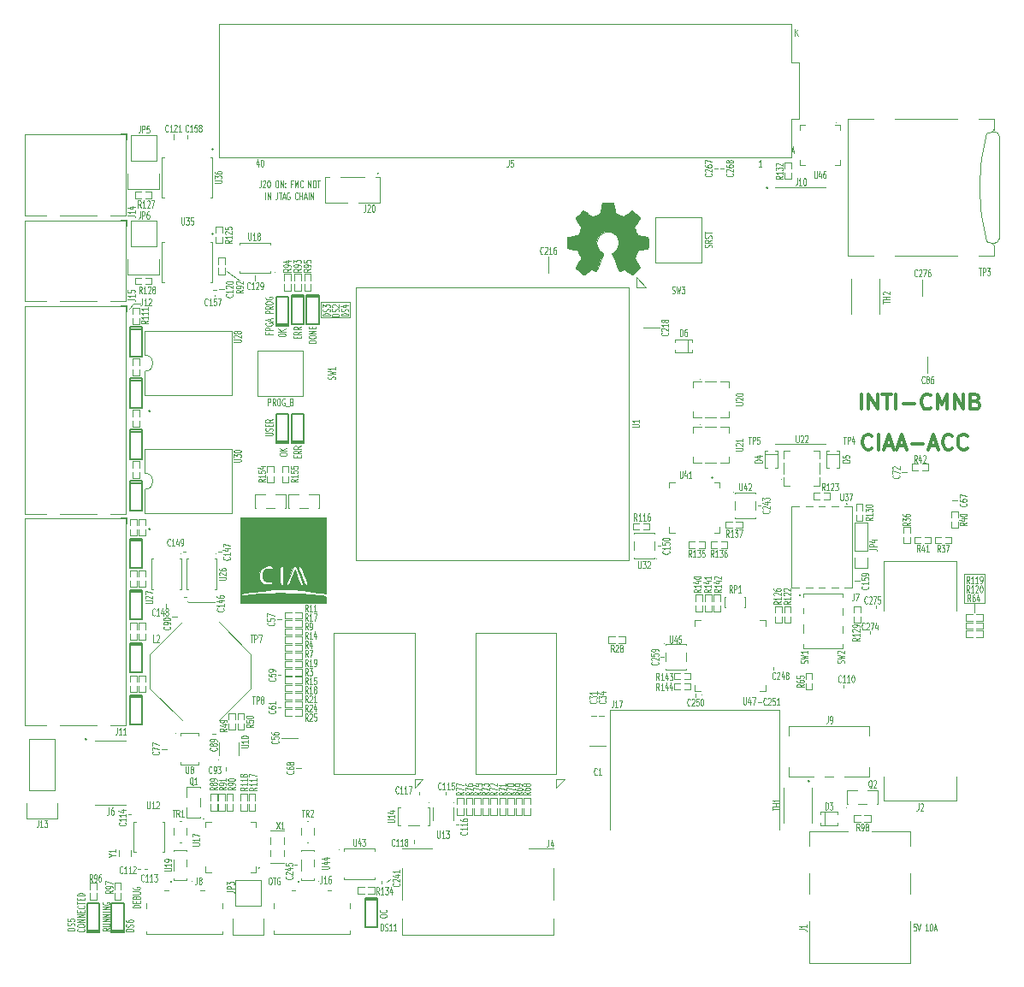
<source format=gbr>
G04 #@! TF.FileFunction,Legend,Top*
%FSLAX46Y46*%
G04 Gerber Fmt 4.6, Leading zero omitted, Abs format (unit mm)*
G04 Created by KiCad (PCBNEW 4.0.6) date Mon May 22 11:22:16 2017*
%MOMM*%
%LPD*%
G01*
G04 APERTURE LIST*
%ADD10C,0.101600*%
%ADD11C,0.300000*%
%ADD12C,0.114300*%
%ADD13C,0.127000*%
%ADD14C,0.002540*%
G04 APERTURE END LIST*
D10*
D11*
X112714285Y-68178571D02*
X112714285Y-66678571D01*
X113428571Y-68178571D02*
X113428571Y-66678571D01*
X114285714Y-68178571D01*
X114285714Y-66678571D01*
X114785714Y-66678571D02*
X115642857Y-66678571D01*
X115214286Y-68178571D02*
X115214286Y-66678571D01*
X116142857Y-68178571D02*
X116142857Y-66678571D01*
X116857143Y-67607143D02*
X118000000Y-67607143D01*
X119571429Y-68035714D02*
X119500000Y-68107143D01*
X119285714Y-68178571D01*
X119142857Y-68178571D01*
X118928572Y-68107143D01*
X118785714Y-67964286D01*
X118714286Y-67821429D01*
X118642857Y-67535714D01*
X118642857Y-67321429D01*
X118714286Y-67035714D01*
X118785714Y-66892857D01*
X118928572Y-66750000D01*
X119142857Y-66678571D01*
X119285714Y-66678571D01*
X119500000Y-66750000D01*
X119571429Y-66821429D01*
X120214286Y-68178571D02*
X120214286Y-66678571D01*
X120714286Y-67750000D01*
X121214286Y-66678571D01*
X121214286Y-68178571D01*
X121928572Y-68178571D02*
X121928572Y-66678571D01*
X122785715Y-68178571D01*
X122785715Y-66678571D01*
X124000001Y-67392857D02*
X124214287Y-67464286D01*
X124285715Y-67535714D01*
X124357144Y-67678571D01*
X124357144Y-67892857D01*
X124285715Y-68035714D01*
X124214287Y-68107143D01*
X124071429Y-68178571D01*
X123500001Y-68178571D01*
X123500001Y-66678571D01*
X124000001Y-66678571D01*
X124142858Y-66750000D01*
X124214287Y-66821429D01*
X124285715Y-66964286D01*
X124285715Y-67107143D01*
X124214287Y-67250000D01*
X124142858Y-67321429D01*
X124000001Y-67392857D01*
X123500001Y-67392857D01*
X113750001Y-72035714D02*
X113678572Y-72107143D01*
X113464286Y-72178571D01*
X113321429Y-72178571D01*
X113107144Y-72107143D01*
X112964286Y-71964286D01*
X112892858Y-71821429D01*
X112821429Y-71535714D01*
X112821429Y-71321429D01*
X112892858Y-71035714D01*
X112964286Y-70892857D01*
X113107144Y-70750000D01*
X113321429Y-70678571D01*
X113464286Y-70678571D01*
X113678572Y-70750000D01*
X113750001Y-70821429D01*
X114392858Y-72178571D02*
X114392858Y-70678571D01*
X115035715Y-71750000D02*
X115750001Y-71750000D01*
X114892858Y-72178571D02*
X115392858Y-70678571D01*
X115892858Y-72178571D01*
X116321429Y-71750000D02*
X117035715Y-71750000D01*
X116178572Y-72178571D02*
X116678572Y-70678571D01*
X117178572Y-72178571D01*
X117678572Y-71607143D02*
X118821429Y-71607143D01*
X119464286Y-71750000D02*
X120178572Y-71750000D01*
X119321429Y-72178571D02*
X119821429Y-70678571D01*
X120321429Y-72178571D01*
X121678572Y-72035714D02*
X121607143Y-72107143D01*
X121392857Y-72178571D01*
X121250000Y-72178571D01*
X121035715Y-72107143D01*
X120892857Y-71964286D01*
X120821429Y-71821429D01*
X120750000Y-71535714D01*
X120750000Y-71321429D01*
X120821429Y-71035714D01*
X120892857Y-70892857D01*
X121035715Y-70750000D01*
X121250000Y-70678571D01*
X121392857Y-70678571D01*
X121607143Y-70750000D01*
X121678572Y-70821429D01*
X123178572Y-72035714D02*
X123107143Y-72107143D01*
X122892857Y-72178571D01*
X122750000Y-72178571D01*
X122535715Y-72107143D01*
X122392857Y-71964286D01*
X122321429Y-71821429D01*
X122250000Y-71535714D01*
X122250000Y-71321429D01*
X122321429Y-71035714D01*
X122392857Y-70892857D01*
X122535715Y-70750000D01*
X122750000Y-70678571D01*
X122892857Y-70678571D01*
X123107143Y-70750000D01*
X123178572Y-70821429D01*
D10*
X46100000Y-87300000D02*
X46000000Y-87200000D01*
X48700000Y-87300000D02*
X46100000Y-87300000D01*
D12*
X97887867Y-52151114D02*
X97921733Y-52085800D01*
X97921733Y-51976943D01*
X97887867Y-51933400D01*
X97854000Y-51911629D01*
X97786267Y-51889857D01*
X97718533Y-51889857D01*
X97650800Y-51911629D01*
X97616933Y-51933400D01*
X97583067Y-51976943D01*
X97549200Y-52064029D01*
X97515333Y-52107571D01*
X97481467Y-52129343D01*
X97413733Y-52151114D01*
X97346000Y-52151114D01*
X97278267Y-52129343D01*
X97244400Y-52107571D01*
X97210533Y-52064029D01*
X97210533Y-51955171D01*
X97244400Y-51889857D01*
X97921733Y-51432657D02*
X97583067Y-51585057D01*
X97921733Y-51693914D02*
X97210533Y-51693914D01*
X97210533Y-51519742D01*
X97244400Y-51476200D01*
X97278267Y-51454428D01*
X97346000Y-51432657D01*
X97447600Y-51432657D01*
X97515333Y-51454428D01*
X97549200Y-51476200D01*
X97583067Y-51519742D01*
X97583067Y-51693914D01*
X97887867Y-51258485D02*
X97921733Y-51193171D01*
X97921733Y-51084314D01*
X97887867Y-51040771D01*
X97854000Y-51019000D01*
X97786267Y-50997228D01*
X97718533Y-50997228D01*
X97650800Y-51019000D01*
X97616933Y-51040771D01*
X97583067Y-51084314D01*
X97549200Y-51171400D01*
X97515333Y-51214942D01*
X97481467Y-51236714D01*
X97413733Y-51258485D01*
X97346000Y-51258485D01*
X97278267Y-51236714D01*
X97244400Y-51214942D01*
X97210533Y-51171400D01*
X97210533Y-51062542D01*
X97244400Y-50997228D01*
X97210533Y-50866599D02*
X97210533Y-50605342D01*
X97921733Y-50735971D02*
X97210533Y-50735971D01*
D10*
X123900000Y-87400000D02*
X123900000Y-88300000D01*
X124900000Y-84500000D02*
X122900000Y-84500000D01*
X124900000Y-87400000D02*
X124900000Y-84500000D01*
X122900000Y-87400000D02*
X124900000Y-87400000D01*
X122900000Y-84500000D02*
X122900000Y-87400000D01*
D12*
X118106370Y-119110533D02*
X117888656Y-119110533D01*
X117866885Y-119449200D01*
X117888656Y-119415333D01*
X117932199Y-119381467D01*
X118041056Y-119381467D01*
X118084599Y-119415333D01*
X118106370Y-119449200D01*
X118128142Y-119516933D01*
X118128142Y-119686267D01*
X118106370Y-119754000D01*
X118084599Y-119787867D01*
X118041056Y-119821733D01*
X117932199Y-119821733D01*
X117888656Y-119787867D01*
X117866885Y-119754000D01*
X118258771Y-119110533D02*
X118411171Y-119821733D01*
X118563571Y-119110533D01*
X119303800Y-119821733D02*
X119042543Y-119821733D01*
X119173171Y-119821733D02*
X119173171Y-119110533D01*
X119129628Y-119212133D01*
X119086086Y-119279867D01*
X119042543Y-119313733D01*
X119586829Y-119110533D02*
X119630372Y-119110533D01*
X119673915Y-119144400D01*
X119695686Y-119178267D01*
X119717457Y-119246000D01*
X119739229Y-119381467D01*
X119739229Y-119550800D01*
X119717457Y-119686267D01*
X119695686Y-119754000D01*
X119673915Y-119787867D01*
X119630372Y-119821733D01*
X119586829Y-119821733D01*
X119543286Y-119787867D01*
X119521515Y-119754000D01*
X119499743Y-119686267D01*
X119477972Y-119550800D01*
X119477972Y-119381467D01*
X119499743Y-119246000D01*
X119521515Y-119178267D01*
X119543286Y-119144400D01*
X119586829Y-119110533D01*
X119913401Y-119618533D02*
X120131115Y-119618533D01*
X119869858Y-119821733D02*
X120022258Y-119110533D01*
X120174658Y-119821733D01*
X110987867Y-93309600D02*
X111021733Y-93244286D01*
X111021733Y-93135429D01*
X110987867Y-93091886D01*
X110954000Y-93070115D01*
X110886267Y-93048343D01*
X110818533Y-93048343D01*
X110750800Y-93070115D01*
X110716933Y-93091886D01*
X110683067Y-93135429D01*
X110649200Y-93222515D01*
X110615333Y-93266057D01*
X110581467Y-93287829D01*
X110513733Y-93309600D01*
X110446000Y-93309600D01*
X110378267Y-93287829D01*
X110344400Y-93266057D01*
X110310533Y-93222515D01*
X110310533Y-93113657D01*
X110344400Y-93048343D01*
X110310533Y-92895943D02*
X111021733Y-92787086D01*
X110513733Y-92700000D01*
X111021733Y-92612914D01*
X110310533Y-92504057D01*
X110378267Y-92351657D02*
X110344400Y-92329886D01*
X110310533Y-92286343D01*
X110310533Y-92177486D01*
X110344400Y-92133943D01*
X110378267Y-92112172D01*
X110446000Y-92090400D01*
X110513733Y-92090400D01*
X110615333Y-92112172D01*
X111021733Y-92373429D01*
X111021733Y-92090400D01*
X107387867Y-93309600D02*
X107421733Y-93244286D01*
X107421733Y-93135429D01*
X107387867Y-93091886D01*
X107354000Y-93070115D01*
X107286267Y-93048343D01*
X107218533Y-93048343D01*
X107150800Y-93070115D01*
X107116933Y-93091886D01*
X107083067Y-93135429D01*
X107049200Y-93222515D01*
X107015333Y-93266057D01*
X106981467Y-93287829D01*
X106913733Y-93309600D01*
X106846000Y-93309600D01*
X106778267Y-93287829D01*
X106744400Y-93266057D01*
X106710533Y-93222515D01*
X106710533Y-93113657D01*
X106744400Y-93048343D01*
X106710533Y-92895943D02*
X107421733Y-92787086D01*
X106913733Y-92700000D01*
X107421733Y-92612914D01*
X106710533Y-92504057D01*
X107421733Y-92090400D02*
X107421733Y-92351657D01*
X107421733Y-92221029D02*
X106710533Y-92221029D01*
X106812133Y-92264572D01*
X106879867Y-92308114D01*
X106913733Y-92351657D01*
D10*
X65700000Y-115000000D02*
X66100000Y-114700000D01*
D12*
X54153686Y-114510533D02*
X54240772Y-114510533D01*
X54284314Y-114544400D01*
X54327857Y-114612133D01*
X54349629Y-114747600D01*
X54349629Y-114984667D01*
X54327857Y-115120133D01*
X54284314Y-115187867D01*
X54240772Y-115221733D01*
X54153686Y-115221733D01*
X54110143Y-115187867D01*
X54066600Y-115120133D01*
X54044829Y-114984667D01*
X54044829Y-114747600D01*
X54066600Y-114612133D01*
X54110143Y-114544400D01*
X54153686Y-114510533D01*
X54480257Y-114510533D02*
X54741514Y-114510533D01*
X54610885Y-115221733D02*
X54610885Y-114510533D01*
X55133400Y-114544400D02*
X55089857Y-114510533D01*
X55024543Y-114510533D01*
X54959228Y-114544400D01*
X54915686Y-114612133D01*
X54893914Y-114679867D01*
X54872143Y-114815333D01*
X54872143Y-114916933D01*
X54893914Y-115052400D01*
X54915686Y-115120133D01*
X54959228Y-115187867D01*
X55024543Y-115221733D01*
X55068086Y-115221733D01*
X55133400Y-115187867D01*
X55155171Y-115154000D01*
X55155171Y-114916933D01*
X55068086Y-114916933D01*
X41321733Y-117523257D02*
X40610533Y-117523257D01*
X40610533Y-117414400D01*
X40644400Y-117349085D01*
X40712133Y-117305543D01*
X40779867Y-117283771D01*
X40915333Y-117262000D01*
X41016933Y-117262000D01*
X41152400Y-117283771D01*
X41220133Y-117305543D01*
X41287867Y-117349085D01*
X41321733Y-117414400D01*
X41321733Y-117523257D01*
X40949200Y-117066057D02*
X40949200Y-116913657D01*
X41321733Y-116848343D02*
X41321733Y-117066057D01*
X40610533Y-117066057D01*
X40610533Y-116848343D01*
X40949200Y-116500000D02*
X40983067Y-116434686D01*
X41016933Y-116412914D01*
X41084667Y-116391143D01*
X41186267Y-116391143D01*
X41254000Y-116412914D01*
X41287867Y-116434686D01*
X41321733Y-116478228D01*
X41321733Y-116652400D01*
X40610533Y-116652400D01*
X40610533Y-116500000D01*
X40644400Y-116456457D01*
X40678267Y-116434686D01*
X40746000Y-116412914D01*
X40813733Y-116412914D01*
X40881467Y-116434686D01*
X40915333Y-116456457D01*
X40949200Y-116500000D01*
X40949200Y-116652400D01*
X40610533Y-116195200D02*
X41186267Y-116195200D01*
X41254000Y-116173428D01*
X41287867Y-116151657D01*
X41321733Y-116108114D01*
X41321733Y-116021028D01*
X41287867Y-115977486D01*
X41254000Y-115955714D01*
X41186267Y-115933943D01*
X40610533Y-115933943D01*
X40644400Y-115476743D02*
X40610533Y-115520286D01*
X40610533Y-115585600D01*
X40644400Y-115650915D01*
X40712133Y-115694457D01*
X40779867Y-115716229D01*
X40915333Y-115738000D01*
X41016933Y-115738000D01*
X41152400Y-115716229D01*
X41220133Y-115694457D01*
X41287867Y-115650915D01*
X41321733Y-115585600D01*
X41321733Y-115542057D01*
X41287867Y-115476743D01*
X41254000Y-115454972D01*
X41016933Y-115454972D01*
X41016933Y-115542057D01*
X38321733Y-119553885D02*
X37983067Y-119706285D01*
X38321733Y-119815142D02*
X37610533Y-119815142D01*
X37610533Y-119640970D01*
X37644400Y-119597428D01*
X37678267Y-119575656D01*
X37746000Y-119553885D01*
X37847600Y-119553885D01*
X37915333Y-119575656D01*
X37949200Y-119597428D01*
X37983067Y-119640970D01*
X37983067Y-119815142D01*
X37610533Y-119357942D02*
X38186267Y-119357942D01*
X38254000Y-119336170D01*
X38287867Y-119314399D01*
X38321733Y-119270856D01*
X38321733Y-119183770D01*
X38287867Y-119140228D01*
X38254000Y-119118456D01*
X38186267Y-119096685D01*
X37610533Y-119096685D01*
X38321733Y-118878971D02*
X37610533Y-118878971D01*
X38321733Y-118617714D01*
X37610533Y-118617714D01*
X38321733Y-118400000D02*
X37610533Y-118400000D01*
X38321733Y-118138743D01*
X37610533Y-118138743D01*
X38321733Y-117921029D02*
X37610533Y-117921029D01*
X38321733Y-117703315D02*
X37610533Y-117703315D01*
X38321733Y-117442058D01*
X37610533Y-117442058D01*
X37644400Y-116984858D02*
X37610533Y-117028401D01*
X37610533Y-117093715D01*
X37644400Y-117159030D01*
X37712133Y-117202572D01*
X37779867Y-117224344D01*
X37915333Y-117246115D01*
X38016933Y-117246115D01*
X38152400Y-117224344D01*
X38220133Y-117202572D01*
X38287867Y-117159030D01*
X38321733Y-117093715D01*
X38321733Y-117050172D01*
X38287867Y-116984858D01*
X38254000Y-116963087D01*
X38016933Y-116963087D01*
X38016933Y-117050172D01*
X65010533Y-118372142D02*
X65010533Y-118285056D01*
X65044400Y-118241514D01*
X65112133Y-118197971D01*
X65247600Y-118176199D01*
X65484667Y-118176199D01*
X65620133Y-118197971D01*
X65687867Y-118241514D01*
X65721733Y-118285056D01*
X65721733Y-118372142D01*
X65687867Y-118415685D01*
X65620133Y-118459228D01*
X65484667Y-118480999D01*
X65247600Y-118480999D01*
X65112133Y-118459228D01*
X65044400Y-118415685D01*
X65010533Y-118372142D01*
X65654000Y-117719000D02*
X65687867Y-117740771D01*
X65721733Y-117806085D01*
X65721733Y-117849628D01*
X65687867Y-117914943D01*
X65620133Y-117958485D01*
X65552400Y-117980257D01*
X65416933Y-118002028D01*
X65315333Y-118002028D01*
X65179867Y-117980257D01*
X65112133Y-117958485D01*
X65044400Y-117914943D01*
X65010533Y-117849628D01*
X65010533Y-117806085D01*
X65044400Y-117740771D01*
X65078267Y-117719000D01*
X35754000Y-119621971D02*
X35787867Y-119643742D01*
X35821733Y-119709056D01*
X35821733Y-119752599D01*
X35787867Y-119817914D01*
X35720133Y-119861456D01*
X35652400Y-119883228D01*
X35516933Y-119904999D01*
X35415333Y-119904999D01*
X35279867Y-119883228D01*
X35212133Y-119861456D01*
X35144400Y-119817914D01*
X35110533Y-119752599D01*
X35110533Y-119709056D01*
X35144400Y-119643742D01*
X35178267Y-119621971D01*
X35110533Y-119338942D02*
X35110533Y-119251856D01*
X35144400Y-119208314D01*
X35212133Y-119164771D01*
X35347600Y-119142999D01*
X35584667Y-119142999D01*
X35720133Y-119164771D01*
X35787867Y-119208314D01*
X35821733Y-119251856D01*
X35821733Y-119338942D01*
X35787867Y-119382485D01*
X35720133Y-119426028D01*
X35584667Y-119447799D01*
X35347600Y-119447799D01*
X35212133Y-119426028D01*
X35144400Y-119382485D01*
X35110533Y-119338942D01*
X35821733Y-118947057D02*
X35110533Y-118947057D01*
X35821733Y-118685800D01*
X35110533Y-118685800D01*
X35821733Y-118468086D02*
X35110533Y-118468086D01*
X35821733Y-118206829D01*
X35110533Y-118206829D01*
X35449200Y-117989115D02*
X35449200Y-117836715D01*
X35821733Y-117771401D02*
X35821733Y-117989115D01*
X35110533Y-117989115D01*
X35110533Y-117771401D01*
X35754000Y-117314201D02*
X35787867Y-117335972D01*
X35821733Y-117401286D01*
X35821733Y-117444829D01*
X35787867Y-117510144D01*
X35720133Y-117553686D01*
X35652400Y-117575458D01*
X35516933Y-117597229D01*
X35415333Y-117597229D01*
X35279867Y-117575458D01*
X35212133Y-117553686D01*
X35144400Y-117510144D01*
X35110533Y-117444829D01*
X35110533Y-117401286D01*
X35144400Y-117335972D01*
X35178267Y-117314201D01*
X35110533Y-117183572D02*
X35110533Y-116922315D01*
X35821733Y-117052944D02*
X35110533Y-117052944D01*
X35449200Y-116769915D02*
X35449200Y-116617515D01*
X35821733Y-116552201D02*
X35821733Y-116769915D01*
X35110533Y-116769915D01*
X35110533Y-116552201D01*
X35821733Y-116356258D02*
X35110533Y-116356258D01*
X35110533Y-116247401D01*
X35144400Y-116182086D01*
X35212133Y-116138544D01*
X35279867Y-116116772D01*
X35415333Y-116095001D01*
X35516933Y-116095001D01*
X35652400Y-116116772D01*
X35720133Y-116138544D01*
X35787867Y-116182086D01*
X35821733Y-116247401D01*
X35821733Y-116356258D01*
X38321733Y-119553885D02*
X37983067Y-119706285D01*
X38321733Y-119815142D02*
X37610533Y-119815142D01*
X37610533Y-119640970D01*
X37644400Y-119597428D01*
X37678267Y-119575656D01*
X37746000Y-119553885D01*
X37847600Y-119553885D01*
X37915333Y-119575656D01*
X37949200Y-119597428D01*
X37983067Y-119640970D01*
X37983067Y-119815142D01*
X37610533Y-119357942D02*
X38186267Y-119357942D01*
X38254000Y-119336170D01*
X38287867Y-119314399D01*
X38321733Y-119270856D01*
X38321733Y-119183770D01*
X38287867Y-119140228D01*
X38254000Y-119118456D01*
X38186267Y-119096685D01*
X37610533Y-119096685D01*
X38321733Y-118878971D02*
X37610533Y-118878971D01*
X38321733Y-118617714D01*
X37610533Y-118617714D01*
X38321733Y-118400000D02*
X37610533Y-118400000D01*
X38321733Y-118138743D01*
X37610533Y-118138743D01*
X38321733Y-117921029D02*
X37610533Y-117921029D01*
X38321733Y-117703315D02*
X37610533Y-117703315D01*
X38321733Y-117442058D01*
X37610533Y-117442058D01*
X37644400Y-116984858D02*
X37610533Y-117028401D01*
X37610533Y-117093715D01*
X37644400Y-117159030D01*
X37712133Y-117202572D01*
X37779867Y-117224344D01*
X37915333Y-117246115D01*
X38016933Y-117246115D01*
X38152400Y-117224344D01*
X38220133Y-117202572D01*
X38287867Y-117159030D01*
X38321733Y-117093715D01*
X38321733Y-117050172D01*
X38287867Y-116984858D01*
X38254000Y-116963087D01*
X38016933Y-116963087D01*
X38016933Y-117050172D01*
D10*
X40700000Y-57700000D02*
X40200000Y-58200000D01*
X41300000Y-57700000D02*
X40700000Y-57700000D01*
D12*
X53280601Y-45519983D02*
X53280601Y-46027983D01*
X53258829Y-46129583D01*
X53215286Y-46197317D01*
X53149972Y-46231183D01*
X53106429Y-46231183D01*
X53476544Y-45587717D02*
X53498315Y-45553850D01*
X53541858Y-45519983D01*
X53650715Y-45519983D01*
X53694258Y-45553850D01*
X53716029Y-45587717D01*
X53737801Y-45655450D01*
X53737801Y-45723183D01*
X53716029Y-45824783D01*
X53454772Y-46231183D01*
X53737801Y-46231183D01*
X54020830Y-45519983D02*
X54064373Y-45519983D01*
X54107916Y-45553850D01*
X54129687Y-45587717D01*
X54151458Y-45655450D01*
X54173230Y-45790917D01*
X54173230Y-45960250D01*
X54151458Y-46095717D01*
X54129687Y-46163450D01*
X54107916Y-46197317D01*
X54064373Y-46231183D01*
X54020830Y-46231183D01*
X53977287Y-46197317D01*
X53955516Y-46163450D01*
X53933744Y-46095717D01*
X53911973Y-45960250D01*
X53911973Y-45790917D01*
X53933744Y-45655450D01*
X53955516Y-45587717D01*
X53977287Y-45553850D01*
X54020830Y-45519983D01*
X54804602Y-45519983D02*
X54891688Y-45519983D01*
X54935230Y-45553850D01*
X54978773Y-45621583D01*
X55000545Y-45757050D01*
X55000545Y-45994117D01*
X54978773Y-46129583D01*
X54935230Y-46197317D01*
X54891688Y-46231183D01*
X54804602Y-46231183D01*
X54761059Y-46197317D01*
X54717516Y-46129583D01*
X54695745Y-45994117D01*
X54695745Y-45757050D01*
X54717516Y-45621583D01*
X54761059Y-45553850D01*
X54804602Y-45519983D01*
X55196487Y-46231183D02*
X55196487Y-45519983D01*
X55457744Y-46231183D01*
X55457744Y-45519983D01*
X55675458Y-46163450D02*
X55697230Y-46197317D01*
X55675458Y-46231183D01*
X55653687Y-46197317D01*
X55675458Y-46163450D01*
X55675458Y-46231183D01*
X55675458Y-45790917D02*
X55697230Y-45824783D01*
X55675458Y-45858650D01*
X55653687Y-45824783D01*
X55675458Y-45790917D01*
X55675458Y-45858650D01*
X56393915Y-45858650D02*
X56241515Y-45858650D01*
X56241515Y-46231183D02*
X56241515Y-45519983D01*
X56459229Y-45519983D01*
X56633401Y-46231183D02*
X56633401Y-45519983D01*
X56785801Y-46027983D01*
X56938201Y-45519983D01*
X56938201Y-46231183D01*
X57417172Y-46163450D02*
X57395401Y-46197317D01*
X57330087Y-46231183D01*
X57286544Y-46231183D01*
X57221229Y-46197317D01*
X57177687Y-46129583D01*
X57155915Y-46061850D01*
X57134144Y-45926383D01*
X57134144Y-45824783D01*
X57155915Y-45689317D01*
X57177687Y-45621583D01*
X57221229Y-45553850D01*
X57286544Y-45519983D01*
X57330087Y-45519983D01*
X57395401Y-45553850D01*
X57417172Y-45587717D01*
X57961458Y-46231183D02*
X57961458Y-45519983D01*
X58222715Y-46231183D01*
X58222715Y-45519983D01*
X58527515Y-45519983D02*
X58614601Y-45519983D01*
X58658143Y-45553850D01*
X58701686Y-45621583D01*
X58723458Y-45757050D01*
X58723458Y-45994117D01*
X58701686Y-46129583D01*
X58658143Y-46197317D01*
X58614601Y-46231183D01*
X58527515Y-46231183D01*
X58483972Y-46197317D01*
X58440429Y-46129583D01*
X58418658Y-45994117D01*
X58418658Y-45757050D01*
X58440429Y-45621583D01*
X58483972Y-45553850D01*
X58527515Y-45519983D01*
X58854086Y-45519983D02*
X59115343Y-45519983D01*
X58984714Y-46231183D02*
X58984714Y-45519983D01*
X53726915Y-47412283D02*
X53726915Y-46701083D01*
X53944629Y-47412283D02*
X53944629Y-46701083D01*
X54205886Y-47412283D01*
X54205886Y-46701083D01*
X54902572Y-46701083D02*
X54902572Y-47209083D01*
X54880800Y-47310683D01*
X54837257Y-47378417D01*
X54771943Y-47412283D01*
X54728400Y-47412283D01*
X55054972Y-46701083D02*
X55316229Y-46701083D01*
X55185600Y-47412283D02*
X55185600Y-46701083D01*
X55446858Y-47209083D02*
X55664572Y-47209083D01*
X55403315Y-47412283D02*
X55555715Y-46701083D01*
X55708115Y-47412283D01*
X56100001Y-46734950D02*
X56056458Y-46701083D01*
X55991144Y-46701083D01*
X55925829Y-46734950D01*
X55882287Y-46802683D01*
X55860515Y-46870417D01*
X55838744Y-47005883D01*
X55838744Y-47107483D01*
X55860515Y-47242950D01*
X55882287Y-47310683D01*
X55925829Y-47378417D01*
X55991144Y-47412283D01*
X56034687Y-47412283D01*
X56100001Y-47378417D01*
X56121772Y-47344550D01*
X56121772Y-47107483D01*
X56034687Y-47107483D01*
X56927315Y-47344550D02*
X56905544Y-47378417D01*
X56840230Y-47412283D01*
X56796687Y-47412283D01*
X56731372Y-47378417D01*
X56687830Y-47310683D01*
X56666058Y-47242950D01*
X56644287Y-47107483D01*
X56644287Y-47005883D01*
X56666058Y-46870417D01*
X56687830Y-46802683D01*
X56731372Y-46734950D01*
X56796687Y-46701083D01*
X56840230Y-46701083D01*
X56905544Y-46734950D01*
X56927315Y-46768817D01*
X57123258Y-47412283D02*
X57123258Y-46701083D01*
X57123258Y-47039750D02*
X57384515Y-47039750D01*
X57384515Y-47412283D02*
X57384515Y-46701083D01*
X57580458Y-47209083D02*
X57798172Y-47209083D01*
X57536915Y-47412283D02*
X57689315Y-46701083D01*
X57841715Y-47412283D01*
X57994115Y-47412283D02*
X57994115Y-46701083D01*
X58211829Y-47412283D02*
X58211829Y-46701083D01*
X58473086Y-47412283D01*
X58473086Y-46701083D01*
D10*
X48700000Y-56900000D02*
X48700000Y-57000000D01*
D12*
X53980800Y-67821733D02*
X53980800Y-67110533D01*
X54154972Y-67110533D01*
X54198514Y-67144400D01*
X54220286Y-67178267D01*
X54242057Y-67246000D01*
X54242057Y-67347600D01*
X54220286Y-67415333D01*
X54198514Y-67449200D01*
X54154972Y-67483067D01*
X53980800Y-67483067D01*
X54699257Y-67821733D02*
X54546857Y-67483067D01*
X54438000Y-67821733D02*
X54438000Y-67110533D01*
X54612172Y-67110533D01*
X54655714Y-67144400D01*
X54677486Y-67178267D01*
X54699257Y-67246000D01*
X54699257Y-67347600D01*
X54677486Y-67415333D01*
X54655714Y-67449200D01*
X54612172Y-67483067D01*
X54438000Y-67483067D01*
X54982286Y-67110533D02*
X55069372Y-67110533D01*
X55112914Y-67144400D01*
X55156457Y-67212133D01*
X55178229Y-67347600D01*
X55178229Y-67584667D01*
X55156457Y-67720133D01*
X55112914Y-67787867D01*
X55069372Y-67821733D01*
X54982286Y-67821733D01*
X54938743Y-67787867D01*
X54895200Y-67720133D01*
X54873429Y-67584667D01*
X54873429Y-67347600D01*
X54895200Y-67212133D01*
X54938743Y-67144400D01*
X54982286Y-67110533D01*
X55613657Y-67144400D02*
X55570114Y-67110533D01*
X55504800Y-67110533D01*
X55439485Y-67144400D01*
X55395943Y-67212133D01*
X55374171Y-67279867D01*
X55352400Y-67415333D01*
X55352400Y-67516933D01*
X55374171Y-67652400D01*
X55395943Y-67720133D01*
X55439485Y-67787867D01*
X55504800Y-67821733D01*
X55548343Y-67821733D01*
X55613657Y-67787867D01*
X55635428Y-67754000D01*
X55635428Y-67516933D01*
X55548343Y-67516933D01*
X55722514Y-67889467D02*
X56070857Y-67889467D01*
X56332114Y-67449200D02*
X56397428Y-67483067D01*
X56419200Y-67516933D01*
X56440971Y-67584667D01*
X56440971Y-67686267D01*
X56419200Y-67754000D01*
X56397428Y-67787867D01*
X56353886Y-67821733D01*
X56179714Y-67821733D01*
X56179714Y-67110533D01*
X56332114Y-67110533D01*
X56375657Y-67144400D01*
X56397428Y-67178267D01*
X56419200Y-67246000D01*
X56419200Y-67313733D01*
X56397428Y-67381467D01*
X56375657Y-67415333D01*
X56332114Y-67449200D01*
X56179714Y-67449200D01*
X53710533Y-70783771D02*
X54286267Y-70783771D01*
X54354000Y-70761999D01*
X54387867Y-70740228D01*
X54421733Y-70696685D01*
X54421733Y-70609599D01*
X54387867Y-70566057D01*
X54354000Y-70544285D01*
X54286267Y-70522514D01*
X53710533Y-70522514D01*
X54387867Y-70326571D02*
X54421733Y-70261257D01*
X54421733Y-70152400D01*
X54387867Y-70108857D01*
X54354000Y-70087086D01*
X54286267Y-70065314D01*
X54218533Y-70065314D01*
X54150800Y-70087086D01*
X54116933Y-70108857D01*
X54083067Y-70152400D01*
X54049200Y-70239486D01*
X54015333Y-70283028D01*
X53981467Y-70304800D01*
X53913733Y-70326571D01*
X53846000Y-70326571D01*
X53778267Y-70304800D01*
X53744400Y-70283028D01*
X53710533Y-70239486D01*
X53710533Y-70130628D01*
X53744400Y-70065314D01*
X54049200Y-69869371D02*
X54049200Y-69716971D01*
X54421733Y-69651657D02*
X54421733Y-69869371D01*
X53710533Y-69869371D01*
X53710533Y-69651657D01*
X54421733Y-69194457D02*
X54083067Y-69346857D01*
X54421733Y-69455714D02*
X53710533Y-69455714D01*
X53710533Y-69281542D01*
X53744400Y-69238000D01*
X53778267Y-69216228D01*
X53846000Y-69194457D01*
X53947600Y-69194457D01*
X54015333Y-69216228D01*
X54049200Y-69238000D01*
X54083067Y-69281542D01*
X54083067Y-69455714D01*
X56849200Y-72955171D02*
X56849200Y-72802771D01*
X57221733Y-72737457D02*
X57221733Y-72955171D01*
X56510533Y-72955171D01*
X56510533Y-72737457D01*
X57221733Y-72280257D02*
X56883067Y-72432657D01*
X57221733Y-72541514D02*
X56510533Y-72541514D01*
X56510533Y-72367342D01*
X56544400Y-72323800D01*
X56578267Y-72302028D01*
X56646000Y-72280257D01*
X56747600Y-72280257D01*
X56815333Y-72302028D01*
X56849200Y-72323800D01*
X56883067Y-72367342D01*
X56883067Y-72541514D01*
X57221733Y-71823057D02*
X56883067Y-71975457D01*
X57221733Y-72084314D02*
X56510533Y-72084314D01*
X56510533Y-71910142D01*
X56544400Y-71866600D01*
X56578267Y-71844828D01*
X56646000Y-71823057D01*
X56747600Y-71823057D01*
X56815333Y-71844828D01*
X56849200Y-71866600D01*
X56883067Y-71910142D01*
X56883067Y-72084314D01*
X55110533Y-72672142D02*
X55110533Y-72585056D01*
X55144400Y-72541514D01*
X55212133Y-72497971D01*
X55347600Y-72476199D01*
X55584667Y-72476199D01*
X55720133Y-72497971D01*
X55787867Y-72541514D01*
X55821733Y-72585056D01*
X55821733Y-72672142D01*
X55787867Y-72715685D01*
X55720133Y-72759228D01*
X55584667Y-72780999D01*
X55347600Y-72780999D01*
X55212133Y-72759228D01*
X55144400Y-72715685D01*
X55110533Y-72672142D01*
X55821733Y-72280257D02*
X55110533Y-72280257D01*
X55821733Y-72019000D02*
X55415333Y-72214943D01*
X55110533Y-72019000D02*
X55516933Y-72280257D01*
X54049200Y-60587286D02*
X54049200Y-60739686D01*
X54421733Y-60739686D02*
X53710533Y-60739686D01*
X53710533Y-60521972D01*
X54421733Y-60347800D02*
X53710533Y-60347800D01*
X53710533Y-60173628D01*
X53744400Y-60130086D01*
X53778267Y-60108314D01*
X53846000Y-60086543D01*
X53947600Y-60086543D01*
X54015333Y-60108314D01*
X54049200Y-60130086D01*
X54083067Y-60173628D01*
X54083067Y-60347800D01*
X53744400Y-59651114D02*
X53710533Y-59694657D01*
X53710533Y-59759971D01*
X53744400Y-59825286D01*
X53812133Y-59868828D01*
X53879867Y-59890600D01*
X54015333Y-59912371D01*
X54116933Y-59912371D01*
X54252400Y-59890600D01*
X54320133Y-59868828D01*
X54387867Y-59825286D01*
X54421733Y-59759971D01*
X54421733Y-59716428D01*
X54387867Y-59651114D01*
X54354000Y-59629343D01*
X54116933Y-59629343D01*
X54116933Y-59716428D01*
X54218533Y-59455171D02*
X54218533Y-59237457D01*
X54421733Y-59498714D02*
X53710533Y-59346314D01*
X54421733Y-59193914D01*
X54421733Y-58693171D02*
X53710533Y-58693171D01*
X53710533Y-58518999D01*
X53744400Y-58475457D01*
X53778267Y-58453685D01*
X53846000Y-58431914D01*
X53947600Y-58431914D01*
X54015333Y-58453685D01*
X54049200Y-58475457D01*
X54083067Y-58518999D01*
X54083067Y-58693171D01*
X54421733Y-57974714D02*
X54083067Y-58127114D01*
X54421733Y-58235971D02*
X53710533Y-58235971D01*
X53710533Y-58061799D01*
X53744400Y-58018257D01*
X53778267Y-57996485D01*
X53846000Y-57974714D01*
X53947600Y-57974714D01*
X54015333Y-57996485D01*
X54049200Y-58018257D01*
X54083067Y-58061799D01*
X54083067Y-58235971D01*
X53710533Y-57691685D02*
X53710533Y-57604599D01*
X53744400Y-57561057D01*
X53812133Y-57517514D01*
X53947600Y-57495742D01*
X54184667Y-57495742D01*
X54320133Y-57517514D01*
X54387867Y-57561057D01*
X54421733Y-57604599D01*
X54421733Y-57691685D01*
X54387867Y-57735228D01*
X54320133Y-57778771D01*
X54184667Y-57800542D01*
X53947600Y-57800542D01*
X53812133Y-57778771D01*
X53744400Y-57735228D01*
X53710533Y-57691685D01*
X53744400Y-57060314D02*
X53710533Y-57103857D01*
X53710533Y-57169171D01*
X53744400Y-57234486D01*
X53812133Y-57278028D01*
X53879867Y-57299800D01*
X54015333Y-57321571D01*
X54116933Y-57321571D01*
X54252400Y-57299800D01*
X54320133Y-57278028D01*
X54387867Y-57234486D01*
X54421733Y-57169171D01*
X54421733Y-57125628D01*
X54387867Y-57060314D01*
X54354000Y-57038543D01*
X54116933Y-57038543D01*
X54116933Y-57125628D01*
X56849200Y-61155171D02*
X56849200Y-61002771D01*
X57221733Y-60937457D02*
X57221733Y-61155171D01*
X56510533Y-61155171D01*
X56510533Y-60937457D01*
X57221733Y-60480257D02*
X56883067Y-60632657D01*
X57221733Y-60741514D02*
X56510533Y-60741514D01*
X56510533Y-60567342D01*
X56544400Y-60523800D01*
X56578267Y-60502028D01*
X56646000Y-60480257D01*
X56747600Y-60480257D01*
X56815333Y-60502028D01*
X56849200Y-60523800D01*
X56883067Y-60567342D01*
X56883067Y-60741514D01*
X57221733Y-60023057D02*
X56883067Y-60175457D01*
X57221733Y-60284314D02*
X56510533Y-60284314D01*
X56510533Y-60110142D01*
X56544400Y-60066600D01*
X56578267Y-60044828D01*
X56646000Y-60023057D01*
X56747600Y-60023057D01*
X56815333Y-60044828D01*
X56849200Y-60066600D01*
X56883067Y-60110142D01*
X56883067Y-60284314D01*
X58721733Y-61605542D02*
X58010533Y-61605542D01*
X58010533Y-61496685D01*
X58044400Y-61431370D01*
X58112133Y-61387828D01*
X58179867Y-61366056D01*
X58315333Y-61344285D01*
X58416933Y-61344285D01*
X58552400Y-61366056D01*
X58620133Y-61387828D01*
X58687867Y-61431370D01*
X58721733Y-61496685D01*
X58721733Y-61605542D01*
X58010533Y-61061256D02*
X58010533Y-60974170D01*
X58044400Y-60930628D01*
X58112133Y-60887085D01*
X58247600Y-60865313D01*
X58484667Y-60865313D01*
X58620133Y-60887085D01*
X58687867Y-60930628D01*
X58721733Y-60974170D01*
X58721733Y-61061256D01*
X58687867Y-61104799D01*
X58620133Y-61148342D01*
X58484667Y-61170113D01*
X58247600Y-61170113D01*
X58112133Y-61148342D01*
X58044400Y-61104799D01*
X58010533Y-61061256D01*
X58721733Y-60669371D02*
X58010533Y-60669371D01*
X58721733Y-60408114D01*
X58010533Y-60408114D01*
X58349200Y-60190400D02*
X58349200Y-60038000D01*
X58721733Y-59972686D02*
X58721733Y-60190400D01*
X58010533Y-60190400D01*
X58010533Y-59972686D01*
X55010533Y-60872142D02*
X55010533Y-60785056D01*
X55044400Y-60741514D01*
X55112133Y-60697971D01*
X55247600Y-60676199D01*
X55484667Y-60676199D01*
X55620133Y-60697971D01*
X55687867Y-60741514D01*
X55721733Y-60785056D01*
X55721733Y-60872142D01*
X55687867Y-60915685D01*
X55620133Y-60959228D01*
X55484667Y-60980999D01*
X55247600Y-60980999D01*
X55112133Y-60959228D01*
X55044400Y-60915685D01*
X55010533Y-60872142D01*
X55721733Y-60480257D02*
X55010533Y-60480257D01*
X55721733Y-60219000D02*
X55315333Y-60414943D01*
X55010533Y-60219000D02*
X55416933Y-60480257D01*
D10*
X62100000Y-57600000D02*
X59200000Y-57600000D01*
X62100000Y-59100000D02*
X62100000Y-57600000D01*
X59200000Y-59100000D02*
X62100000Y-59100000D01*
X59200000Y-57600000D02*
X59200000Y-59100000D01*
X49900000Y-54500000D02*
X51200000Y-55400000D01*
X89700000Y-56100000D02*
X89700000Y-83100000D01*
X89700000Y-83100000D02*
X62700000Y-83100000D01*
X62700000Y-83100000D02*
X62700000Y-56100000D01*
X62700000Y-56100000D02*
X89700000Y-56100000D01*
X90411200Y-55100000D02*
X90411200Y-56100000D01*
X90411200Y-56100000D02*
X91411200Y-56100000D01*
X91411200Y-56100000D02*
X90411200Y-55100000D01*
X98020711Y-74950000D02*
G75*
G03X98020711Y-74950000I-70711J0D01*
G01*
X98700000Y-75400000D02*
X98150000Y-75400000D01*
X93700000Y-75400000D02*
X94250000Y-75400000D01*
X93700000Y-75950000D02*
X93700000Y-75400000D01*
X93700000Y-80400000D02*
X93700000Y-79850000D01*
X94250000Y-80400000D02*
X93700000Y-80400000D01*
X98700000Y-80400000D02*
X98150000Y-80400000D01*
X98700000Y-75400000D02*
X98700000Y-75950000D01*
X98700000Y-80400000D02*
X98700000Y-79850000D01*
X104613000Y-97926000D02*
X104613000Y-109806000D01*
X87853000Y-97926000D02*
X104613000Y-97926000D01*
X87853000Y-109806000D02*
X87853000Y-97926000D01*
X85800000Y-101500000D02*
X87400000Y-101500000D01*
X55300000Y-100700000D02*
X56900000Y-100700000D01*
X54950000Y-94500000D02*
X55250000Y-94500000D01*
X55250000Y-97700000D02*
X54950000Y-97700000D01*
X122170000Y-77216000D02*
X121670000Y-77216000D01*
X116717000Y-74422000D02*
X117217000Y-74422000D01*
X119253000Y-62954000D02*
X119253000Y-64554000D01*
X48450000Y-100300000D02*
X48750000Y-100300000D01*
X49800000Y-103650000D02*
X49800000Y-103950000D01*
X110900000Y-95481000D02*
X110900000Y-95781000D01*
X41050000Y-113700000D02*
X41350000Y-113700000D01*
X41750000Y-113700000D02*
X42050000Y-113700000D01*
X71600000Y-106350000D02*
X71600000Y-106050000D01*
X72850000Y-109300000D02*
X72550000Y-109300000D01*
X49650000Y-56300000D02*
X49150000Y-56300000D01*
X44600000Y-40950000D02*
X44600000Y-41450000D01*
X52700000Y-55450000D02*
X52700000Y-54950000D01*
X45650000Y-86800000D02*
X45950000Y-86800000D01*
X49050000Y-82300000D02*
X49350000Y-82300000D01*
X43900000Y-87750000D02*
X43900000Y-87450000D01*
X45550000Y-82300000D02*
X45850000Y-82300000D01*
X92850000Y-81700000D02*
X92550000Y-81700000D01*
X112550000Y-85200000D02*
X112050000Y-85200000D01*
X81700000Y-53100000D02*
X81700000Y-54700000D01*
X92700000Y-60100000D02*
X91100000Y-60100000D01*
X102450000Y-77700000D02*
X102750000Y-77700000D01*
X104013000Y-93703000D02*
X104013000Y-94003000D01*
X96266000Y-96670000D02*
X96266000Y-96370000D01*
X102766000Y-97155000D02*
X102466000Y-97155000D01*
X93114000Y-92710000D02*
X92814000Y-92710000D01*
X98448000Y-44323000D02*
X98148000Y-44323000D01*
X99083000Y-44323000D02*
X98783000Y-44323000D01*
X110350000Y-108050000D02*
X110350000Y-108300000D01*
X110350000Y-109350000D02*
X110350000Y-109100000D01*
X108650000Y-108050000D02*
X108650000Y-108300000D01*
X108650000Y-109350000D02*
X108650000Y-109100000D01*
X109050000Y-109350000D02*
X109050000Y-108050000D01*
X108650000Y-108050000D02*
X110350000Y-108050000D01*
X110350000Y-109350000D02*
X108650000Y-109350000D01*
X104450000Y-73950000D02*
X104200000Y-73950000D01*
X103150000Y-73950000D02*
X103400000Y-73950000D01*
X104450000Y-72250000D02*
X104200000Y-72250000D01*
X103150000Y-72250000D02*
X103400000Y-72250000D01*
X103150000Y-72650000D02*
X104450000Y-72650000D01*
X104450000Y-72250000D02*
X104450000Y-73950000D01*
X103150000Y-73950000D02*
X103150000Y-72250000D01*
X110550000Y-73950000D02*
X110300000Y-73950000D01*
X109250000Y-73950000D02*
X109500000Y-73950000D01*
X110550000Y-72250000D02*
X110300000Y-72250000D01*
X109250000Y-72250000D02*
X109500000Y-72250000D01*
X109250000Y-72650000D02*
X110550000Y-72650000D01*
X110550000Y-72250000D02*
X110550000Y-73950000D01*
X109250000Y-73950000D02*
X109250000Y-72250000D01*
X94250000Y-62550000D02*
X94250000Y-62300000D01*
X94250000Y-61250000D02*
X94250000Y-61500000D01*
X95950000Y-62550000D02*
X95950000Y-62300000D01*
X95950000Y-61250000D02*
X95950000Y-61500000D01*
X95550000Y-61250000D02*
X95550000Y-62550000D01*
X95950000Y-62550000D02*
X94250000Y-62550000D01*
X94250000Y-61250000D02*
X95950000Y-61250000D01*
D13*
X56300000Y-59750000D02*
X56300000Y-56850000D01*
X57500000Y-59750000D02*
X57500000Y-56850000D01*
X56300000Y-56850000D02*
X57500000Y-56850000D01*
X56300000Y-57050000D02*
X57500000Y-57050000D01*
X57500000Y-59750000D02*
X56300000Y-59750000D01*
X56000000Y-57050000D02*
X56000000Y-59950000D01*
X54800000Y-57050000D02*
X54800000Y-59950000D01*
X56000000Y-59950000D02*
X54800000Y-59950000D01*
X56000000Y-59750000D02*
X54800000Y-59750000D01*
X54800000Y-57050000D02*
X56000000Y-57050000D01*
X57800000Y-59750000D02*
X57800000Y-56850000D01*
X59000000Y-59750000D02*
X59000000Y-56850000D01*
X57800000Y-56850000D02*
X59000000Y-56850000D01*
X57800000Y-57050000D02*
X59000000Y-57050000D01*
X59000000Y-59750000D02*
X57800000Y-59750000D01*
X37300000Y-117050000D02*
X37300000Y-119950000D01*
X36100000Y-117050000D02*
X36100000Y-119950000D01*
X37300000Y-119950000D02*
X36100000Y-119950000D01*
X37300000Y-119750000D02*
X36100000Y-119750000D01*
X36100000Y-117050000D02*
X37300000Y-117050000D01*
X39700000Y-117050000D02*
X39700000Y-119950000D01*
X38500000Y-117050000D02*
X38500000Y-119950000D01*
X39700000Y-119950000D02*
X38500000Y-119950000D01*
X39700000Y-119750000D02*
X38500000Y-119750000D01*
X38500000Y-117050000D02*
X39700000Y-117050000D01*
X40294000Y-83900000D02*
X40294000Y-81000000D01*
X41494000Y-83900000D02*
X41494000Y-81000000D01*
X40294000Y-81000000D02*
X41494000Y-81000000D01*
X40294000Y-81200000D02*
X41494000Y-81200000D01*
X41494000Y-83900000D02*
X40294000Y-83900000D01*
X40294000Y-88980000D02*
X40294000Y-86080000D01*
X41494000Y-88980000D02*
X41494000Y-86080000D01*
X40294000Y-86080000D02*
X41494000Y-86080000D01*
X40294000Y-86280000D02*
X41494000Y-86280000D01*
X41494000Y-88980000D02*
X40294000Y-88980000D01*
X40294000Y-94251000D02*
X40294000Y-91351000D01*
X41494000Y-94251000D02*
X41494000Y-91351000D01*
X40294000Y-91351000D02*
X41494000Y-91351000D01*
X40294000Y-91551000D02*
X41494000Y-91551000D01*
X41494000Y-94251000D02*
X40294000Y-94251000D01*
X40294000Y-99394000D02*
X40294000Y-96494000D01*
X41494000Y-99394000D02*
X41494000Y-96494000D01*
X40294000Y-96494000D02*
X41494000Y-96494000D01*
X40294000Y-96694000D02*
X41494000Y-96694000D01*
X41494000Y-99394000D02*
X40294000Y-99394000D01*
X63600000Y-119450000D02*
X63600000Y-116550000D01*
X64800000Y-119450000D02*
X64800000Y-116550000D01*
X63600000Y-116550000D02*
X64800000Y-116550000D01*
X63600000Y-116750000D02*
X64800000Y-116750000D01*
X64800000Y-119450000D02*
X63600000Y-119450000D01*
X56000000Y-68650000D02*
X56000000Y-71550000D01*
X54800000Y-68650000D02*
X54800000Y-71550000D01*
X56000000Y-71550000D02*
X54800000Y-71550000D01*
X56000000Y-71350000D02*
X54800000Y-71350000D01*
X54800000Y-68650000D02*
X56000000Y-68650000D01*
X57500000Y-68650000D02*
X57500000Y-71550000D01*
X56300000Y-68650000D02*
X56300000Y-71550000D01*
X57500000Y-71550000D02*
X56300000Y-71550000D01*
X57500000Y-71350000D02*
X56300000Y-71350000D01*
X56300000Y-68650000D02*
X57500000Y-68650000D01*
D10*
X122152200Y-106960000D02*
X122152200Y-104555500D01*
X114887800Y-106955500D02*
X114887800Y-104555500D01*
X114887800Y-106960000D02*
X122152200Y-106960000D01*
X122152200Y-83236400D02*
X122152200Y-88155500D01*
X114887800Y-83236400D02*
X114887800Y-88155500D01*
X114887800Y-83236400D02*
X122152200Y-83236400D01*
X67250000Y-120200000D02*
X67250000Y-118600000D01*
X82250000Y-118600000D02*
X82250000Y-120200000D01*
X67250000Y-116700000D02*
X67250000Y-113650000D01*
X82250000Y-116700000D02*
X82250000Y-113650000D01*
X79750000Y-111700000D02*
X82250000Y-111700000D01*
X67250000Y-111700000D02*
X70250000Y-111700000D01*
X67250000Y-120200000D02*
X82250000Y-120200000D01*
X49450000Y-119850000D02*
X49450000Y-120150000D01*
X41950000Y-120150000D02*
X41950000Y-119850000D01*
X44470711Y-114970000D02*
G75*
G03X44470711Y-114970000I-70711J0D01*
G01*
X47300000Y-115850000D02*
X47650000Y-115850000D01*
X43750000Y-115850000D02*
X44100000Y-115850000D01*
X41950000Y-117100000D02*
X41950000Y-117600000D01*
X49450000Y-117100000D02*
X49450000Y-117600000D01*
X41950000Y-120150000D02*
X49450000Y-120150000D01*
X107550000Y-105000000D02*
G75*
G03X107550000Y-105000000I-50000J0D01*
G01*
X107611803Y-105000000D02*
G75*
G03X107611803Y-105000000I-111803J0D01*
G01*
X109050000Y-104550000D02*
X109950000Y-104550000D01*
X105525000Y-104550000D02*
X105525000Y-103600000D01*
X113475000Y-104550000D02*
X113475000Y-103600000D01*
X113475000Y-99550000D02*
X113475000Y-100500000D01*
X105525000Y-99550000D02*
X105525000Y-100500000D01*
X111050000Y-104550000D02*
X113475000Y-104550000D01*
X105525000Y-104550000D02*
X107950000Y-104550000D01*
X105525000Y-99550000D02*
X113475000Y-99550000D01*
X32870000Y-105870000D02*
X32870000Y-100790000D01*
X32870000Y-100790000D02*
X30330000Y-100790000D01*
X30330000Y-100790000D02*
X30330000Y-105870000D01*
X30050000Y-108690000D02*
X30050000Y-107140000D01*
X30330000Y-105870000D02*
X32870000Y-105870000D01*
X33150000Y-107140000D02*
X33150000Y-108690000D01*
X33150000Y-108690000D02*
X30050000Y-108690000D01*
X62050000Y-119825000D02*
X62050000Y-120125000D01*
X54550000Y-120125000D02*
X54550000Y-119825000D01*
X57070711Y-114945000D02*
G75*
G03X57070711Y-114945000I-70711J0D01*
G01*
X59900000Y-115825000D02*
X60250000Y-115825000D01*
X56350000Y-115825000D02*
X56700000Y-115825000D01*
X54550000Y-117075000D02*
X54550000Y-117575000D01*
X62050000Y-117075000D02*
X62050000Y-117575000D01*
X54550000Y-120125000D02*
X62050000Y-120125000D01*
X126326000Y-41128000D02*
G75*
G03X125926000Y-40728000I-400000J0D01*
G01*
X125926000Y-51728000D02*
G75*
G03X126326000Y-51328000I0J400000D01*
G01*
X126326000Y-51328000D02*
X126326000Y-41128000D01*
X125576000Y-40728000D02*
X125926000Y-40728000D01*
X125576000Y-51728000D02*
X125926000Y-51728000D01*
X125226000Y-40803000D02*
X125676000Y-40703000D01*
X125101496Y-40925189D02*
G75*
G02X125226000Y-40803000I149504J-27811D01*
G01*
X125826000Y-40503000D02*
G75*
G02X125676000Y-40703000I-175000J-25000D01*
G01*
X125826000Y-51953000D02*
G75*
G03X125676000Y-51753000I-175000J25000D01*
G01*
X125226000Y-51653000D02*
X125676000Y-51753000D01*
X125826000Y-53028000D02*
X125826000Y-51953000D01*
X125101496Y-51530811D02*
G75*
G03X125226000Y-51653000I149504J27811D01*
G01*
X125101812Y-40924951D02*
G75*
G03X125101000Y-51528000I19924188J-5303049D01*
G01*
X125826000Y-39428000D02*
X125826000Y-40503000D01*
X113901000Y-53028000D02*
X111326000Y-53028000D01*
X111326000Y-53028000D02*
X111326000Y-39428000D01*
X111326000Y-39428000D02*
X113901000Y-39428000D01*
X125826000Y-39428000D02*
X124351000Y-39428000D01*
X125826000Y-53028000D02*
X124351000Y-53028000D01*
X122201000Y-39428000D02*
X116051000Y-39428000D01*
X116051000Y-53028000D02*
X122201000Y-53028000D01*
X50730000Y-117370000D02*
X50730000Y-114830000D01*
X50450000Y-120190000D02*
X50450000Y-118640000D01*
X50730000Y-117370000D02*
X53270000Y-117370000D01*
X53550000Y-118640000D02*
X53550000Y-120190000D01*
X53550000Y-120190000D02*
X50450000Y-120190000D01*
X53270000Y-117370000D02*
X53270000Y-114830000D01*
X53270000Y-114830000D02*
X50730000Y-114830000D01*
X113269000Y-82231000D02*
X113269000Y-79391000D01*
X113269000Y-79391000D02*
X112029000Y-79391000D01*
X112029000Y-79391000D02*
X112029000Y-82231000D01*
X112029000Y-82231000D02*
X113269000Y-82231000D01*
X113269000Y-83931000D02*
X113269000Y-82911000D01*
X113269000Y-83931000D02*
X112029000Y-83931000D01*
X112029000Y-83931000D02*
X112029000Y-82911000D01*
X40386000Y-43561000D02*
X40386000Y-41021000D01*
X40106000Y-46381000D02*
X40106000Y-44831000D01*
X40386000Y-43561000D02*
X42926000Y-43561000D01*
X43206000Y-44831000D02*
X43206000Y-46381000D01*
X43206000Y-46381000D02*
X40106000Y-46381000D01*
X42926000Y-43561000D02*
X42926000Y-41021000D01*
X42926000Y-41021000D02*
X40386000Y-41021000D01*
X40386000Y-52070000D02*
X40386000Y-49530000D01*
X40106000Y-54890000D02*
X40106000Y-53340000D01*
X40386000Y-52070000D02*
X42926000Y-52070000D01*
X43206000Y-53340000D02*
X43206000Y-54890000D01*
X43206000Y-54890000D02*
X40106000Y-54890000D01*
X42926000Y-52070000D02*
X42926000Y-49530000D01*
X42926000Y-49530000D02*
X40386000Y-49530000D01*
X52300000Y-95800000D02*
X49150000Y-98950000D01*
X52300000Y-92400000D02*
X49150000Y-89250000D01*
X42300000Y-92400000D02*
X45450000Y-89250000D01*
X42300000Y-95800000D02*
X45450000Y-98950000D01*
X52300000Y-95800000D02*
X52300000Y-92400000D01*
X42300000Y-95800000D02*
X42300000Y-92400000D01*
X47300000Y-105600000D02*
X47300000Y-105650000D01*
X47300000Y-108600000D02*
X47300000Y-108550000D01*
X47300000Y-107550000D02*
X47300000Y-106650000D01*
X47650000Y-108700000D02*
G75*
G03X47650000Y-108700000I-50000J0D01*
G01*
X45900000Y-106600000D02*
X45900000Y-105600000D01*
X45900000Y-108600000D02*
X45900000Y-107600000D01*
X45900000Y-105600000D02*
X47300000Y-105600000D01*
X47300000Y-108600000D02*
X45900000Y-108600000D01*
X114300000Y-107300000D02*
X114250000Y-107300000D01*
X111300000Y-107300000D02*
X111350000Y-107300000D01*
X112350000Y-107300000D02*
X113250000Y-107300000D01*
X111250000Y-107600000D02*
G75*
G03X111250000Y-107600000I-50000J0D01*
G01*
X113300000Y-105900000D02*
X114300000Y-105900000D01*
X111300000Y-105900000D02*
X112300000Y-105900000D01*
X114300000Y-105900000D02*
X114300000Y-107300000D01*
X111300000Y-107300000D02*
X111300000Y-105900000D01*
X55700000Y-78000000D02*
X55650000Y-78000000D01*
X52700000Y-78000000D02*
X52750000Y-78000000D01*
X53750000Y-78000000D02*
X54650000Y-78000000D01*
X52650000Y-78300000D02*
G75*
G03X52650000Y-78300000I-50000J0D01*
G01*
X54700000Y-76600000D02*
X55700000Y-76600000D01*
X52700000Y-76600000D02*
X53700000Y-76600000D01*
X55700000Y-76600000D02*
X55700000Y-78000000D01*
X52700000Y-78000000D02*
X52700000Y-76600000D01*
X59000000Y-78000000D02*
X58950000Y-78000000D01*
X56000000Y-78000000D02*
X56050000Y-78000000D01*
X57050000Y-78000000D02*
X57950000Y-78000000D01*
X55950000Y-78300000D02*
G75*
G03X55950000Y-78300000I-50000J0D01*
G01*
X58000000Y-76600000D02*
X59000000Y-76600000D01*
X56000000Y-76600000D02*
X57000000Y-76600000D01*
X59000000Y-76600000D02*
X59000000Y-78000000D01*
X56000000Y-78000000D02*
X56000000Y-76600000D01*
X57320000Y-94520000D02*
X56700000Y-94520000D01*
X57320000Y-93880000D02*
X57320000Y-94520000D01*
X56700000Y-93880000D02*
X57320000Y-93880000D01*
X55680000Y-94520000D02*
X56300000Y-94520000D01*
X55680000Y-93880000D02*
X55680000Y-94520000D01*
X56300000Y-93880000D02*
X55680000Y-93880000D01*
X57320000Y-92120000D02*
X56700000Y-92120000D01*
X57320000Y-91480000D02*
X57320000Y-92120000D01*
X56700000Y-91480000D02*
X57320000Y-91480000D01*
X55680000Y-92120000D02*
X56300000Y-92120000D01*
X55680000Y-91480000D02*
X55680000Y-92120000D01*
X56300000Y-91480000D02*
X55680000Y-91480000D01*
X57320000Y-92920000D02*
X56700000Y-92920000D01*
X57320000Y-92280000D02*
X57320000Y-92920000D01*
X56700000Y-92280000D02*
X57320000Y-92280000D01*
X55680000Y-92920000D02*
X56300000Y-92920000D01*
X55680000Y-92280000D02*
X55680000Y-92920000D01*
X56300000Y-92280000D02*
X55680000Y-92280000D01*
X57320000Y-90520000D02*
X56700000Y-90520000D01*
X57320000Y-89880000D02*
X57320000Y-90520000D01*
X56700000Y-89880000D02*
X57320000Y-89880000D01*
X55680000Y-90520000D02*
X56300000Y-90520000D01*
X55680000Y-89880000D02*
X55680000Y-90520000D01*
X56300000Y-89880000D02*
X55680000Y-89880000D01*
X57320000Y-88920000D02*
X56700000Y-88920000D01*
X57320000Y-88280000D02*
X57320000Y-88920000D01*
X56700000Y-88280000D02*
X57320000Y-88280000D01*
X55680000Y-88920000D02*
X56300000Y-88920000D01*
X55680000Y-88280000D02*
X55680000Y-88920000D01*
X56300000Y-88280000D02*
X55680000Y-88280000D01*
X57320000Y-91320000D02*
X56700000Y-91320000D01*
X57320000Y-90680000D02*
X57320000Y-91320000D01*
X56700000Y-90680000D02*
X57320000Y-90680000D01*
X55680000Y-91320000D02*
X56300000Y-91320000D01*
X55680000Y-90680000D02*
X55680000Y-91320000D01*
X56300000Y-90680000D02*
X55680000Y-90680000D01*
X57320000Y-95320000D02*
X56700000Y-95320000D01*
X57320000Y-94680000D02*
X57320000Y-95320000D01*
X56700000Y-94680000D02*
X57320000Y-94680000D01*
X55680000Y-95320000D02*
X56300000Y-95320000D01*
X55680000Y-94680000D02*
X55680000Y-95320000D01*
X56300000Y-94680000D02*
X55680000Y-94680000D01*
X57320000Y-89720000D02*
X56700000Y-89720000D01*
X57320000Y-89080000D02*
X57320000Y-89720000D01*
X56700000Y-89080000D02*
X57320000Y-89080000D01*
X55680000Y-89720000D02*
X56300000Y-89720000D01*
X55680000Y-89080000D02*
X55680000Y-89720000D01*
X56300000Y-89080000D02*
X55680000Y-89080000D01*
X57320000Y-96120000D02*
X56700000Y-96120000D01*
X57320000Y-95480000D02*
X57320000Y-96120000D01*
X56700000Y-95480000D02*
X57320000Y-95480000D01*
X55680000Y-96120000D02*
X56300000Y-96120000D01*
X55680000Y-95480000D02*
X55680000Y-96120000D01*
X56300000Y-95480000D02*
X55680000Y-95480000D01*
X57320000Y-93720000D02*
X56700000Y-93720000D01*
X57320000Y-93080000D02*
X57320000Y-93720000D01*
X56700000Y-93080000D02*
X57320000Y-93080000D01*
X55680000Y-93720000D02*
X56300000Y-93720000D01*
X55680000Y-93080000D02*
X55680000Y-93720000D01*
X56300000Y-93080000D02*
X55680000Y-93080000D01*
X57320000Y-96920000D02*
X56700000Y-96920000D01*
X57320000Y-96280000D02*
X57320000Y-96920000D01*
X56700000Y-96280000D02*
X57320000Y-96280000D01*
X55680000Y-96920000D02*
X56300000Y-96920000D01*
X55680000Y-96280000D02*
X55680000Y-96920000D01*
X56300000Y-96280000D02*
X55680000Y-96280000D01*
X57320000Y-97720000D02*
X56700000Y-97720000D01*
X57320000Y-97080000D02*
X57320000Y-97720000D01*
X56700000Y-97080000D02*
X57320000Y-97080000D01*
X55680000Y-97720000D02*
X56300000Y-97720000D01*
X55680000Y-97080000D02*
X55680000Y-97720000D01*
X56300000Y-97080000D02*
X55680000Y-97080000D01*
X57320000Y-98520000D02*
X56700000Y-98520000D01*
X57320000Y-97880000D02*
X57320000Y-98520000D01*
X56700000Y-97880000D02*
X57320000Y-97880000D01*
X55680000Y-98520000D02*
X56300000Y-98520000D01*
X55680000Y-97880000D02*
X55680000Y-98520000D01*
X56300000Y-97880000D02*
X55680000Y-97880000D01*
X87680000Y-90680000D02*
X88300000Y-90680000D01*
X87680000Y-91320000D02*
X87680000Y-90680000D01*
X88300000Y-91320000D02*
X87680000Y-91320000D01*
X89320000Y-90680000D02*
X88700000Y-90680000D01*
X89320000Y-91320000D02*
X89320000Y-90680000D01*
X88700000Y-91320000D02*
X89320000Y-91320000D01*
X116901000Y-81465000D02*
X116901000Y-80845000D01*
X117541000Y-81465000D02*
X116901000Y-81465000D01*
X117541000Y-80845000D02*
X117541000Y-81465000D01*
X116901000Y-79825000D02*
X116901000Y-80445000D01*
X117541000Y-79825000D02*
X116901000Y-79825000D01*
X117541000Y-80445000D02*
X117541000Y-79825000D01*
X119957000Y-80833000D02*
X120577000Y-80833000D01*
X119957000Y-81473000D02*
X119957000Y-80833000D01*
X120577000Y-81473000D02*
X119957000Y-81473000D01*
X121597000Y-80833000D02*
X120977000Y-80833000D01*
X121597000Y-81473000D02*
X121597000Y-80833000D01*
X120977000Y-81473000D02*
X121597000Y-81473000D01*
X122240000Y-78301000D02*
X122240000Y-78921000D01*
X121600000Y-78301000D02*
X122240000Y-78301000D01*
X121600000Y-78921000D02*
X121600000Y-78301000D01*
X122240000Y-79941000D02*
X122240000Y-79321000D01*
X121600000Y-79941000D02*
X122240000Y-79941000D01*
X121600000Y-79321000D02*
X121600000Y-79941000D01*
X119565000Y-81473000D02*
X118945000Y-81473000D01*
X119565000Y-80833000D02*
X119565000Y-81473000D01*
X118945000Y-80833000D02*
X119565000Y-80833000D01*
X117925000Y-81473000D02*
X118545000Y-81473000D01*
X117925000Y-80833000D02*
X117925000Y-81473000D01*
X118545000Y-80833000D02*
X117925000Y-80833000D01*
X119311000Y-74234000D02*
X118691000Y-74234000D01*
X119311000Y-73594000D02*
X119311000Y-74234000D01*
X118691000Y-73594000D02*
X119311000Y-73594000D01*
X117671000Y-74234000D02*
X118291000Y-74234000D01*
X117671000Y-73594000D02*
X117671000Y-74234000D01*
X118291000Y-73594000D02*
X117671000Y-73594000D01*
X50080000Y-99920000D02*
X50080000Y-99300000D01*
X50720000Y-99920000D02*
X50080000Y-99920000D01*
X50720000Y-99300000D02*
X50720000Y-99920000D01*
X50080000Y-98280000D02*
X50080000Y-98900000D01*
X50720000Y-98280000D02*
X50080000Y-98280000D01*
X50720000Y-98900000D02*
X50720000Y-98280000D01*
X50980000Y-99920000D02*
X50980000Y-99300000D01*
X51620000Y-99920000D02*
X50980000Y-99920000D01*
X51620000Y-99300000D02*
X51620000Y-99920000D01*
X50980000Y-98280000D02*
X50980000Y-98900000D01*
X51620000Y-98280000D02*
X50980000Y-98280000D01*
X51620000Y-98900000D02*
X51620000Y-98280000D01*
X123080000Y-90080000D02*
X123700000Y-90080000D01*
X123080000Y-90720000D02*
X123080000Y-90080000D01*
X123700000Y-90720000D02*
X123080000Y-90720000D01*
X124720000Y-90080000D02*
X124100000Y-90080000D01*
X124720000Y-90720000D02*
X124720000Y-90080000D01*
X124100000Y-90720000D02*
X124720000Y-90720000D01*
X107815000Y-94311000D02*
X107815000Y-94931000D01*
X107175000Y-94311000D02*
X107815000Y-94311000D01*
X107175000Y-94931000D02*
X107175000Y-94311000D01*
X107815000Y-95951000D02*
X107815000Y-95331000D01*
X107175000Y-95951000D02*
X107815000Y-95951000D01*
X107175000Y-95331000D02*
X107175000Y-95951000D01*
X79280000Y-108320000D02*
X79280000Y-107700000D01*
X79920000Y-108320000D02*
X79280000Y-108320000D01*
X79920000Y-107700000D02*
X79920000Y-108320000D01*
X79280000Y-106680000D02*
X79280000Y-107300000D01*
X79920000Y-106680000D02*
X79280000Y-106680000D01*
X79920000Y-107300000D02*
X79920000Y-106680000D01*
X78480000Y-108320000D02*
X78480000Y-107700000D01*
X79120000Y-108320000D02*
X78480000Y-108320000D01*
X79120000Y-107700000D02*
X79120000Y-108320000D01*
X78480000Y-106680000D02*
X78480000Y-107300000D01*
X79120000Y-106680000D02*
X78480000Y-106680000D01*
X79120000Y-107300000D02*
X79120000Y-106680000D01*
X77680000Y-108320000D02*
X77680000Y-107700000D01*
X78320000Y-108320000D02*
X77680000Y-108320000D01*
X78320000Y-107700000D02*
X78320000Y-108320000D01*
X77680000Y-106680000D02*
X77680000Y-107300000D01*
X78320000Y-106680000D02*
X77680000Y-106680000D01*
X78320000Y-107300000D02*
X78320000Y-106680000D01*
X76880000Y-108320000D02*
X76880000Y-107700000D01*
X77520000Y-108320000D02*
X76880000Y-108320000D01*
X77520000Y-107700000D02*
X77520000Y-108320000D01*
X76880000Y-106680000D02*
X76880000Y-107300000D01*
X77520000Y-106680000D02*
X76880000Y-106680000D01*
X77520000Y-107300000D02*
X77520000Y-106680000D01*
X75980000Y-108320000D02*
X75980000Y-107700000D01*
X76620000Y-108320000D02*
X75980000Y-108320000D01*
X76620000Y-107700000D02*
X76620000Y-108320000D01*
X75980000Y-106680000D02*
X75980000Y-107300000D01*
X76620000Y-106680000D02*
X75980000Y-106680000D01*
X76620000Y-107300000D02*
X76620000Y-106680000D01*
X75180000Y-108320000D02*
X75180000Y-107700000D01*
X75820000Y-108320000D02*
X75180000Y-108320000D01*
X75820000Y-107700000D02*
X75820000Y-108320000D01*
X75180000Y-106680000D02*
X75180000Y-107300000D01*
X75820000Y-106680000D02*
X75180000Y-106680000D01*
X75820000Y-107300000D02*
X75820000Y-106680000D01*
X74380000Y-108320000D02*
X74380000Y-107700000D01*
X75020000Y-108320000D02*
X74380000Y-108320000D01*
X75020000Y-107700000D02*
X75020000Y-108320000D01*
X74380000Y-106680000D02*
X74380000Y-107300000D01*
X75020000Y-106680000D02*
X74380000Y-106680000D01*
X75020000Y-107300000D02*
X75020000Y-106680000D01*
X73580000Y-108320000D02*
X73580000Y-107700000D01*
X74220000Y-108320000D02*
X73580000Y-108320000D01*
X74220000Y-107700000D02*
X74220000Y-108320000D01*
X73580000Y-106680000D02*
X73580000Y-107300000D01*
X74220000Y-106680000D02*
X73580000Y-106680000D01*
X74220000Y-107300000D02*
X74220000Y-106680000D01*
X73320000Y-106680000D02*
X73320000Y-107300000D01*
X72680000Y-106680000D02*
X73320000Y-106680000D01*
X72680000Y-107300000D02*
X72680000Y-106680000D01*
X73320000Y-108320000D02*
X73320000Y-107700000D01*
X72680000Y-108320000D02*
X73320000Y-108320000D01*
X72680000Y-107700000D02*
X72680000Y-108320000D01*
X48920000Y-106280000D02*
X48920000Y-106900000D01*
X48280000Y-106280000D02*
X48920000Y-106280000D01*
X48280000Y-106900000D02*
X48280000Y-106280000D01*
X48920000Y-107920000D02*
X48920000Y-107300000D01*
X48280000Y-107920000D02*
X48920000Y-107920000D01*
X48280000Y-107300000D02*
X48280000Y-107920000D01*
X49880000Y-107920000D02*
X49880000Y-107300000D01*
X50520000Y-107920000D02*
X49880000Y-107920000D01*
X50520000Y-107300000D02*
X50520000Y-107920000D01*
X49880000Y-106280000D02*
X49880000Y-106900000D01*
X50520000Y-106280000D02*
X49880000Y-106280000D01*
X50520000Y-106900000D02*
X50520000Y-106280000D01*
X49080000Y-107920000D02*
X49080000Y-107300000D01*
X49720000Y-107920000D02*
X49080000Y-107920000D01*
X49720000Y-107300000D02*
X49720000Y-107920000D01*
X49080000Y-106280000D02*
X49080000Y-106900000D01*
X49720000Y-106280000D02*
X49080000Y-106280000D01*
X49720000Y-106900000D02*
X49720000Y-106280000D01*
X49080000Y-54820000D02*
X49080000Y-54200000D01*
X49720000Y-54820000D02*
X49080000Y-54820000D01*
X49720000Y-54200000D02*
X49720000Y-54820000D01*
X49080000Y-53180000D02*
X49080000Y-53800000D01*
X49720000Y-53180000D02*
X49080000Y-53180000D01*
X49720000Y-53800000D02*
X49720000Y-53180000D01*
X57220000Y-54780000D02*
X57220000Y-55400000D01*
X56580000Y-54780000D02*
X57220000Y-54780000D01*
X56580000Y-55400000D02*
X56580000Y-54780000D01*
X57220000Y-56420000D02*
X57220000Y-55800000D01*
X56580000Y-56420000D02*
X57220000Y-56420000D01*
X56580000Y-55800000D02*
X56580000Y-56420000D01*
X56220000Y-54780000D02*
X56220000Y-55400000D01*
X55580000Y-54780000D02*
X56220000Y-54780000D01*
X55580000Y-55400000D02*
X55580000Y-54780000D01*
X56220000Y-56420000D02*
X56220000Y-55800000D01*
X55580000Y-56420000D02*
X56220000Y-56420000D01*
X55580000Y-55800000D02*
X55580000Y-56420000D01*
X58220000Y-54780000D02*
X58220000Y-55400000D01*
X57580000Y-54780000D02*
X58220000Y-54780000D01*
X57580000Y-55400000D02*
X57580000Y-54780000D01*
X58220000Y-56420000D02*
X58220000Y-55800000D01*
X57580000Y-56420000D02*
X58220000Y-56420000D01*
X57580000Y-55800000D02*
X57580000Y-56420000D01*
X37020000Y-115080000D02*
X37020000Y-115700000D01*
X36380000Y-115080000D02*
X37020000Y-115080000D01*
X36380000Y-115700000D02*
X36380000Y-115080000D01*
X37020000Y-116720000D02*
X37020000Y-116100000D01*
X36380000Y-116720000D02*
X37020000Y-116720000D01*
X36380000Y-116100000D02*
X36380000Y-116720000D01*
X39420000Y-115080000D02*
X39420000Y-115700000D01*
X38780000Y-115080000D02*
X39420000Y-115080000D01*
X38780000Y-115700000D02*
X38780000Y-115080000D01*
X39420000Y-116720000D02*
X39420000Y-116100000D01*
X38780000Y-116720000D02*
X39420000Y-116720000D01*
X38780000Y-116100000D02*
X38780000Y-116720000D01*
X113620000Y-109020000D02*
X113000000Y-109020000D01*
X113620000Y-108380000D02*
X113620000Y-109020000D01*
X113000000Y-108380000D02*
X113620000Y-108380000D01*
X111980000Y-109020000D02*
X112600000Y-109020000D01*
X111980000Y-108380000D02*
X111980000Y-109020000D01*
X112600000Y-108380000D02*
X111980000Y-108380000D01*
X40960000Y-79063000D02*
X40960000Y-79683000D01*
X40320000Y-79063000D02*
X40960000Y-79063000D01*
X40320000Y-79683000D02*
X40320000Y-79063000D01*
X40960000Y-80703000D02*
X40960000Y-80083000D01*
X40320000Y-80703000D02*
X40960000Y-80703000D01*
X40320000Y-80083000D02*
X40320000Y-80703000D01*
X40960000Y-84143000D02*
X40960000Y-84763000D01*
X40320000Y-84143000D02*
X40960000Y-84143000D01*
X40320000Y-84763000D02*
X40320000Y-84143000D01*
X40960000Y-85783000D02*
X40960000Y-85163000D01*
X40320000Y-85783000D02*
X40960000Y-85783000D01*
X40320000Y-85163000D02*
X40320000Y-85783000D01*
X40960000Y-89350000D02*
X40960000Y-89970000D01*
X40320000Y-89350000D02*
X40960000Y-89350000D01*
X40320000Y-89970000D02*
X40320000Y-89350000D01*
X40960000Y-90990000D02*
X40960000Y-90370000D01*
X40320000Y-90990000D02*
X40960000Y-90990000D01*
X40320000Y-90370000D02*
X40320000Y-90990000D01*
X40960000Y-94557000D02*
X40960000Y-95177000D01*
X40320000Y-94557000D02*
X40960000Y-94557000D01*
X40320000Y-95177000D02*
X40320000Y-94557000D01*
X40960000Y-96197000D02*
X40960000Y-95577000D01*
X40320000Y-96197000D02*
X40960000Y-96197000D01*
X40320000Y-95577000D02*
X40320000Y-96197000D01*
X41209000Y-80695000D02*
X41209000Y-80075000D01*
X41849000Y-80695000D02*
X41209000Y-80695000D01*
X41849000Y-80075000D02*
X41849000Y-80695000D01*
X41209000Y-79055000D02*
X41209000Y-79675000D01*
X41849000Y-79055000D02*
X41209000Y-79055000D01*
X41849000Y-79675000D02*
X41849000Y-79055000D01*
X41209000Y-85783000D02*
X41209000Y-85163000D01*
X41849000Y-85783000D02*
X41209000Y-85783000D01*
X41849000Y-85163000D02*
X41849000Y-85783000D01*
X41209000Y-84143000D02*
X41209000Y-84763000D01*
X41849000Y-84143000D02*
X41209000Y-84143000D01*
X41849000Y-84763000D02*
X41849000Y-84143000D01*
X41209000Y-90990000D02*
X41209000Y-90370000D01*
X41849000Y-90990000D02*
X41209000Y-90990000D01*
X41849000Y-90370000D02*
X41849000Y-90990000D01*
X41209000Y-89350000D02*
X41209000Y-89970000D01*
X41849000Y-89350000D02*
X41209000Y-89350000D01*
X41849000Y-89970000D02*
X41849000Y-89350000D01*
X41209000Y-96197000D02*
X41209000Y-95577000D01*
X41849000Y-96197000D02*
X41209000Y-96197000D01*
X41849000Y-95577000D02*
X41849000Y-96197000D01*
X41209000Y-94557000D02*
X41209000Y-95177000D01*
X41849000Y-94557000D02*
X41209000Y-94557000D01*
X41849000Y-95177000D02*
X41849000Y-94557000D01*
X41214000Y-58116000D02*
X41214000Y-58736000D01*
X40574000Y-58116000D02*
X41214000Y-58116000D01*
X40574000Y-58736000D02*
X40574000Y-58116000D01*
X41214000Y-59756000D02*
X41214000Y-59136000D01*
X40574000Y-59756000D02*
X41214000Y-59756000D01*
X40574000Y-59136000D02*
X40574000Y-59756000D01*
X41214000Y-63188000D02*
X41214000Y-63808000D01*
X40574000Y-63188000D02*
X41214000Y-63188000D01*
X40574000Y-63808000D02*
X40574000Y-63188000D01*
X41214000Y-64828000D02*
X41214000Y-64208000D01*
X40574000Y-64828000D02*
X41214000Y-64828000D01*
X40574000Y-64208000D02*
X40574000Y-64828000D01*
X41214000Y-68268000D02*
X41214000Y-68888000D01*
X40574000Y-68268000D02*
X41214000Y-68268000D01*
X40574000Y-68888000D02*
X40574000Y-68268000D01*
X41214000Y-69908000D02*
X41214000Y-69288000D01*
X40574000Y-69908000D02*
X41214000Y-69908000D01*
X40574000Y-69288000D02*
X40574000Y-69908000D01*
X41214000Y-73348000D02*
X41214000Y-73968000D01*
X40574000Y-73348000D02*
X41214000Y-73348000D01*
X40574000Y-73968000D02*
X40574000Y-73348000D01*
X41214000Y-74988000D02*
X41214000Y-74368000D01*
X40574000Y-74988000D02*
X41214000Y-74988000D01*
X40574000Y-74368000D02*
X40574000Y-74988000D01*
X90080000Y-79480000D02*
X90700000Y-79480000D01*
X90080000Y-80120000D02*
X90080000Y-79480000D01*
X90700000Y-80120000D02*
X90080000Y-80120000D01*
X91720000Y-79480000D02*
X91100000Y-79480000D01*
X91720000Y-80120000D02*
X91720000Y-79480000D01*
X91100000Y-80120000D02*
X91720000Y-80120000D01*
X52720000Y-106280000D02*
X52720000Y-106900000D01*
X52080000Y-106280000D02*
X52720000Y-106280000D01*
X52080000Y-106900000D02*
X52080000Y-106280000D01*
X52720000Y-107920000D02*
X52720000Y-107300000D01*
X52080000Y-107920000D02*
X52720000Y-107920000D01*
X52080000Y-107300000D02*
X52080000Y-107920000D01*
X51920000Y-106280000D02*
X51920000Y-106900000D01*
X51280000Y-106280000D02*
X51920000Y-106280000D01*
X51280000Y-106900000D02*
X51280000Y-106280000D01*
X51920000Y-107920000D02*
X51920000Y-107300000D01*
X51280000Y-107920000D02*
X51920000Y-107920000D01*
X51280000Y-107300000D02*
X51280000Y-107920000D01*
X123080000Y-88480000D02*
X123700000Y-88480000D01*
X123080000Y-89120000D02*
X123080000Y-88480000D01*
X123700000Y-89120000D02*
X123080000Y-89120000D01*
X124720000Y-88480000D02*
X124100000Y-88480000D01*
X124720000Y-89120000D02*
X124720000Y-88480000D01*
X124100000Y-89120000D02*
X124720000Y-89120000D01*
X123080000Y-89280000D02*
X123700000Y-89280000D01*
X123080000Y-89920000D02*
X123080000Y-89280000D01*
X123700000Y-89920000D02*
X123080000Y-89920000D01*
X124720000Y-89280000D02*
X124100000Y-89280000D01*
X124720000Y-89920000D02*
X124720000Y-89280000D01*
X124100000Y-89920000D02*
X124720000Y-89920000D01*
X105080000Y-89320000D02*
X105080000Y-88700000D01*
X105720000Y-89320000D02*
X105080000Y-89320000D01*
X105720000Y-88700000D02*
X105720000Y-89320000D01*
X105080000Y-87680000D02*
X105080000Y-88300000D01*
X105720000Y-87680000D02*
X105080000Y-87680000D01*
X105720000Y-88300000D02*
X105720000Y-87680000D01*
X107980000Y-76480000D02*
X108600000Y-76480000D01*
X107980000Y-77120000D02*
X107980000Y-76480000D01*
X108600000Y-77120000D02*
X107980000Y-77120000D01*
X109620000Y-76480000D02*
X109000000Y-76480000D01*
X109620000Y-77120000D02*
X109620000Y-76480000D01*
X109000000Y-77120000D02*
X109620000Y-77120000D01*
X48829000Y-51747000D02*
X48829000Y-51127000D01*
X49469000Y-51747000D02*
X48829000Y-51747000D01*
X49469000Y-51127000D02*
X49469000Y-51747000D01*
X48829000Y-50107000D02*
X48829000Y-50727000D01*
X49469000Y-50107000D02*
X48829000Y-50107000D01*
X49469000Y-50727000D02*
X49469000Y-50107000D01*
X104820000Y-87680000D02*
X104820000Y-88300000D01*
X104180000Y-87680000D02*
X104820000Y-87680000D01*
X104180000Y-88300000D02*
X104180000Y-87680000D01*
X104820000Y-89320000D02*
X104820000Y-88700000D01*
X104180000Y-89320000D02*
X104820000Y-89320000D01*
X104180000Y-88700000D02*
X104180000Y-89320000D01*
X40836000Y-46670000D02*
X41456000Y-46670000D01*
X40836000Y-47310000D02*
X40836000Y-46670000D01*
X41456000Y-47310000D02*
X40836000Y-47310000D01*
X42476000Y-46670000D02*
X41856000Y-46670000D01*
X42476000Y-47310000D02*
X42476000Y-46670000D01*
X41856000Y-47310000D02*
X42476000Y-47310000D01*
X42476000Y-55819000D02*
X41856000Y-55819000D01*
X42476000Y-55179000D02*
X42476000Y-55819000D01*
X41856000Y-55179000D02*
X42476000Y-55179000D01*
X40836000Y-55819000D02*
X41456000Y-55819000D01*
X40836000Y-55179000D02*
X40836000Y-55819000D01*
X41456000Y-55179000D02*
X40836000Y-55179000D01*
X111980000Y-89320000D02*
X111980000Y-88700000D01*
X112620000Y-89320000D02*
X111980000Y-89320000D01*
X112620000Y-88700000D02*
X112620000Y-89320000D01*
X111980000Y-87680000D02*
X111980000Y-88300000D01*
X112620000Y-87680000D02*
X111980000Y-87680000D01*
X112620000Y-88300000D02*
X112620000Y-87680000D01*
X112820000Y-77580000D02*
X112820000Y-78200000D01*
X112180000Y-77580000D02*
X112820000Y-77580000D01*
X112180000Y-78200000D02*
X112180000Y-77580000D01*
X112820000Y-79220000D02*
X112820000Y-78600000D01*
X112180000Y-79220000D02*
X112820000Y-79220000D01*
X112180000Y-78600000D02*
X112180000Y-79220000D01*
X105090000Y-45397000D02*
X105090000Y-44777000D01*
X105730000Y-45397000D02*
X105090000Y-45397000D01*
X105730000Y-44777000D02*
X105730000Y-45397000D01*
X105090000Y-43757000D02*
X105090000Y-44377000D01*
X105730000Y-43757000D02*
X105090000Y-43757000D01*
X105730000Y-44377000D02*
X105730000Y-43757000D01*
X64520000Y-116120000D02*
X63900000Y-116120000D01*
X64520000Y-115480000D02*
X64520000Y-116120000D01*
X63900000Y-115480000D02*
X64520000Y-115480000D01*
X62880000Y-116120000D02*
X63500000Y-116120000D01*
X62880000Y-115480000D02*
X62880000Y-116120000D01*
X63500000Y-115480000D02*
X62880000Y-115480000D01*
X95580000Y-81280000D02*
X96200000Y-81280000D01*
X95580000Y-81920000D02*
X95580000Y-81280000D01*
X96200000Y-81920000D02*
X95580000Y-81920000D01*
X97220000Y-81280000D02*
X96600000Y-81280000D01*
X97220000Y-81920000D02*
X97220000Y-81280000D01*
X96600000Y-81920000D02*
X97220000Y-81920000D01*
X99420000Y-81920000D02*
X98800000Y-81920000D01*
X99420000Y-81280000D02*
X99420000Y-81920000D01*
X98800000Y-81280000D02*
X99420000Y-81280000D01*
X97780000Y-81920000D02*
X98400000Y-81920000D01*
X97780000Y-81280000D02*
X97780000Y-81920000D01*
X98400000Y-81280000D02*
X97780000Y-81280000D01*
X100920000Y-79920000D02*
X100300000Y-79920000D01*
X100920000Y-79280000D02*
X100920000Y-79920000D01*
X100300000Y-79280000D02*
X100920000Y-79280000D01*
X99280000Y-79920000D02*
X99900000Y-79920000D01*
X99280000Y-79280000D02*
X99280000Y-79920000D01*
X99900000Y-79280000D02*
X99280000Y-79280000D01*
X96327000Y-88196000D02*
X96327000Y-87576000D01*
X96967000Y-88196000D02*
X96327000Y-88196000D01*
X96967000Y-87576000D02*
X96967000Y-88196000D01*
X96327000Y-86556000D02*
X96327000Y-87176000D01*
X96967000Y-86556000D02*
X96327000Y-86556000D01*
X96967000Y-87176000D02*
X96967000Y-86556000D01*
X97216000Y-88196000D02*
X97216000Y-87576000D01*
X97856000Y-88196000D02*
X97216000Y-88196000D01*
X97856000Y-87576000D02*
X97856000Y-88196000D01*
X97216000Y-86556000D02*
X97216000Y-87176000D01*
X97856000Y-86556000D02*
X97216000Y-86556000D01*
X97856000Y-87176000D02*
X97856000Y-86556000D01*
X98105000Y-88196000D02*
X98105000Y-87576000D01*
X98745000Y-88196000D02*
X98105000Y-88196000D01*
X98745000Y-87576000D02*
X98745000Y-88196000D01*
X98105000Y-86556000D02*
X98105000Y-87176000D01*
X98745000Y-86556000D02*
X98105000Y-86556000D01*
X98745000Y-87176000D02*
X98745000Y-86556000D01*
X94176000Y-94295000D02*
X94796000Y-94295000D01*
X94176000Y-94935000D02*
X94176000Y-94295000D01*
X94796000Y-94935000D02*
X94176000Y-94935000D01*
X95816000Y-94295000D02*
X95196000Y-94295000D01*
X95816000Y-94935000D02*
X95816000Y-94295000D01*
X95196000Y-94935000D02*
X95816000Y-94935000D01*
X95816000Y-95951000D02*
X95196000Y-95951000D01*
X95816000Y-95311000D02*
X95816000Y-95951000D01*
X95196000Y-95311000D02*
X95816000Y-95311000D01*
X94176000Y-95951000D02*
X94796000Y-95951000D01*
X94176000Y-95311000D02*
X94176000Y-95951000D01*
X94796000Y-95311000D02*
X94176000Y-95311000D01*
X54520000Y-73780000D02*
X54520000Y-74400000D01*
X53880000Y-73780000D02*
X54520000Y-73780000D01*
X53880000Y-74400000D02*
X53880000Y-73780000D01*
X54520000Y-75420000D02*
X54520000Y-74800000D01*
X53880000Y-75420000D02*
X54520000Y-75420000D01*
X53880000Y-74800000D02*
X53880000Y-75420000D01*
X55380000Y-75420000D02*
X55380000Y-74800000D01*
X56020000Y-75420000D02*
X55380000Y-75420000D01*
X56020000Y-74800000D02*
X56020000Y-75420000D01*
X55380000Y-73780000D02*
X55380000Y-74400000D01*
X56020000Y-73780000D02*
X55380000Y-73780000D01*
X56020000Y-74400000D02*
X56020000Y-73780000D01*
X99203000Y-87749000D02*
X99253000Y-87749000D01*
X99203000Y-86749000D02*
X99203000Y-87749000D01*
X99253000Y-86749000D02*
X99203000Y-86749000D01*
X101203000Y-86749000D02*
X101153000Y-86749000D01*
X101203000Y-87749000D02*
X101203000Y-86749000D01*
X101153000Y-87749000D02*
X101203000Y-87749000D01*
X52950000Y-66850000D02*
X52950000Y-62350000D01*
X57450000Y-66850000D02*
X52950000Y-66850000D01*
X57450000Y-62350000D02*
X57450000Y-66850000D01*
X52950000Y-62350000D02*
X57450000Y-62350000D01*
X96850000Y-53650000D02*
X92350000Y-53650000D01*
X96850000Y-49150000D02*
X96850000Y-53650000D01*
X92350000Y-49150000D02*
X96850000Y-49150000D01*
X92350000Y-53650000D02*
X92350000Y-49150000D01*
X107800000Y-105685000D02*
X107780000Y-105685000D01*
X107800000Y-109115000D02*
X107780000Y-109115000D01*
X105020000Y-109115000D02*
X105000000Y-109115000D01*
X105020000Y-105685000D02*
X105000000Y-105685000D01*
X107800000Y-109115000D02*
X107800000Y-105685000D01*
X105000000Y-105685000D02*
X105000000Y-109115000D01*
X111700000Y-58715000D02*
X111720000Y-58715000D01*
X111700000Y-55285000D02*
X111720000Y-55285000D01*
X114480000Y-55285000D02*
X114500000Y-55285000D01*
X114480000Y-58715000D02*
X114500000Y-58715000D01*
X111700000Y-55285000D02*
X111700000Y-58715000D01*
X114500000Y-58715000D02*
X114500000Y-55285000D01*
X45846100Y-111473200D02*
G75*
G03X45846100Y-111473200I-38100J0D01*
G01*
X45223800Y-108971300D02*
X45376200Y-108971300D01*
X45223800Y-111028700D02*
X45376200Y-111028700D01*
X45935000Y-110342900D02*
X45935000Y-109657100D01*
X44665000Y-110342900D02*
X44665000Y-109657100D01*
X58446100Y-111473200D02*
G75*
G03X58446100Y-111473200I-38100J0D01*
G01*
X57823800Y-108971300D02*
X57976200Y-108971300D01*
X57823800Y-111028700D02*
X57976200Y-111028700D01*
X58535000Y-110342900D02*
X58535000Y-109657100D01*
X57265000Y-110342900D02*
X57265000Y-109657100D01*
X44850000Y-100300000D02*
G75*
G03X44850000Y-100300000I-50000J0D01*
G01*
X47100000Y-100450000D02*
X47100000Y-100250000D01*
X45300000Y-100450000D02*
X45300000Y-100250000D01*
X47100000Y-103350000D02*
X47100000Y-103150000D01*
X45300000Y-103350000D02*
X45300000Y-103150000D01*
X47100000Y-103350000D02*
X45300000Y-103350000D01*
X45300000Y-100250000D02*
X47100000Y-100250000D01*
X49100000Y-102900000D02*
G75*
G03X49100000Y-102900000I-50000J0D01*
G01*
X49100000Y-101175000D02*
X49100000Y-102425000D01*
X51100000Y-101175000D02*
X51100000Y-102425000D01*
X40850000Y-112500000D02*
G75*
G03X40850000Y-112500000I-50000J0D01*
G01*
X43700000Y-109000000D02*
X43500000Y-109000000D01*
X43700000Y-112000000D02*
X43700000Y-109000000D01*
X43500000Y-112000000D02*
X43700000Y-112000000D01*
X40700000Y-112000000D02*
X40900000Y-112000000D01*
X40700000Y-109000000D02*
X40700000Y-112000000D01*
X40700000Y-109000000D02*
X40900000Y-109000000D01*
X72400000Y-107100000D02*
G75*
G03X72400000Y-107100000I-50000J0D01*
G01*
X72300000Y-108825000D02*
X72300000Y-107575000D01*
X70300000Y-108825000D02*
X70300000Y-107575000D01*
X68950000Y-109400000D02*
X67850000Y-109400000D01*
X69950000Y-107100000D02*
G75*
G03X69950000Y-107100000I-50000J0D01*
G01*
X69750000Y-109400000D02*
X69950000Y-109400000D01*
X69750000Y-107600000D02*
X69950000Y-107600000D01*
X66850000Y-109400000D02*
X67050000Y-109400000D01*
X66850000Y-107600000D02*
X67050000Y-107600000D01*
X66850000Y-109400000D02*
X66850000Y-107600000D01*
X69950000Y-107600000D02*
X69950000Y-109400000D01*
X53150001Y-113600000D02*
G75*
G03X53150001Y-113600000I-70711J0D01*
G01*
X52800000Y-114000000D02*
X52800000Y-113450000D01*
X52800000Y-109000000D02*
X52800000Y-109550000D01*
X52250000Y-109000000D02*
X52800000Y-109000000D01*
X47800000Y-109000000D02*
X48350000Y-109000000D01*
X47800000Y-109550000D02*
X47800000Y-109000000D01*
X47800000Y-114000000D02*
X47800000Y-113450000D01*
X52800000Y-114000000D02*
X52250000Y-114000000D01*
X47800000Y-114000000D02*
X48350000Y-114000000D01*
X54750000Y-54600000D02*
G75*
G03X54750000Y-54600000I-50000J0D01*
G01*
X51200000Y-51700000D02*
X51200000Y-51900000D01*
X54200000Y-51700000D02*
X51200000Y-51700000D01*
X54200000Y-51900000D02*
X54200000Y-51700000D01*
X54200000Y-54700000D02*
X54200000Y-54500000D01*
X51200000Y-54700000D02*
X54200000Y-54700000D01*
X51200000Y-54700000D02*
X51200000Y-54500000D01*
X46450000Y-114900000D02*
G75*
G03X46450000Y-114900000I-50000J0D01*
G01*
X44650000Y-111800000D02*
X44650000Y-111950000D01*
X44650000Y-111800000D02*
X45950000Y-111800000D01*
X45950000Y-111800000D02*
X45950000Y-111950000D01*
X44650000Y-114800000D02*
X44650000Y-114650000D01*
X44650000Y-114800000D02*
X45950000Y-114800000D01*
X45950000Y-114800000D02*
X45950000Y-114650000D01*
X45950000Y-113450000D02*
X45950000Y-112750000D01*
X44650000Y-113850000D02*
X44650000Y-112750000D01*
X96750000Y-65200000D02*
G75*
G03X96750000Y-65200000I-50000J0D01*
G01*
X98350000Y-68950000D02*
X97250000Y-68950000D01*
X97250000Y-65450000D02*
X98350000Y-65450000D01*
X96050000Y-65450000D02*
X96850000Y-65450000D01*
X96050000Y-66000000D02*
X96050000Y-65450000D01*
X96050000Y-68950000D02*
X96050000Y-68400000D01*
X96050000Y-68950000D02*
X96850000Y-68950000D01*
X99550000Y-68950000D02*
X98750000Y-68950000D01*
X99550000Y-68400000D02*
X99550000Y-68950000D01*
X99550000Y-65450000D02*
X98750000Y-65450000D01*
X99550000Y-65450000D02*
X99550000Y-66000000D01*
X96750000Y-69700000D02*
G75*
G03X96750000Y-69700000I-50000J0D01*
G01*
X98350000Y-73450000D02*
X97250000Y-73450000D01*
X97250000Y-69950000D02*
X98350000Y-69950000D01*
X96050000Y-69950000D02*
X96850000Y-69950000D01*
X96050000Y-70500000D02*
X96050000Y-69950000D01*
X96050000Y-73450000D02*
X96050000Y-72900000D01*
X96050000Y-73450000D02*
X96850000Y-73450000D01*
X99550000Y-73450000D02*
X98750000Y-73450000D01*
X99550000Y-72900000D02*
X99550000Y-73450000D01*
X99550000Y-69950000D02*
X98750000Y-69950000D01*
X99550000Y-69950000D02*
X99550000Y-70500000D01*
X104850000Y-75100000D02*
G75*
G03X104850000Y-75100000I-50000J0D01*
G01*
X108550000Y-73450000D02*
X108550000Y-74550000D01*
X105050000Y-74550000D02*
X105050000Y-73450000D01*
X105050000Y-75750000D02*
X105050000Y-74950000D01*
X105600000Y-75750000D02*
X105050000Y-75750000D01*
X108550000Y-75750000D02*
X108000000Y-75750000D01*
X108550000Y-75750000D02*
X108550000Y-74950000D01*
X108550000Y-72250000D02*
X108550000Y-73050000D01*
X108000000Y-72250000D02*
X108550000Y-72250000D01*
X105050000Y-72250000D02*
X105050000Y-73050000D01*
X105050000Y-72250000D02*
X105600000Y-72250000D01*
X48850000Y-82500000D02*
G75*
G03X48850000Y-82500000I-50000J0D01*
G01*
X45900000Y-86000000D02*
X46100000Y-86000000D01*
X45900000Y-83000000D02*
X45900000Y-86000000D01*
X46100000Y-83000000D02*
X45900000Y-83000000D01*
X48900000Y-83000000D02*
X48700000Y-83000000D01*
X48900000Y-86000000D02*
X48900000Y-83000000D01*
X48900000Y-86000000D02*
X48700000Y-86000000D01*
X45350000Y-82500000D02*
G75*
G03X45350000Y-82500000I-50000J0D01*
G01*
X42400000Y-86000000D02*
X42600000Y-86000000D01*
X42400000Y-83000000D02*
X42400000Y-86000000D01*
X42600000Y-83000000D02*
X42400000Y-83000000D01*
X45400000Y-83000000D02*
X45200000Y-83000000D01*
X45400000Y-86000000D02*
X45400000Y-83000000D01*
X45400000Y-86000000D02*
X45200000Y-86000000D01*
X41801000Y-64427000D02*
G75*
G03X41801000Y-62827000I0J800000D01*
G01*
X41801000Y-60427000D02*
X41801000Y-62827000D01*
X41801000Y-66827000D02*
X41801000Y-64427000D01*
X50401000Y-66827000D02*
X41801000Y-66827000D01*
X50401000Y-60427000D02*
X50401000Y-66827000D01*
X41801000Y-60427000D02*
X50401000Y-60427000D01*
X42351000Y-68377000D02*
G75*
G03X42351000Y-68377000I-100000J0D01*
G01*
X41801000Y-76111000D02*
G75*
G03X41801000Y-74511000I0J800000D01*
G01*
X41801000Y-72111000D02*
X41801000Y-74511000D01*
X41801000Y-78511000D02*
X41801000Y-76111000D01*
X50401000Y-78511000D02*
X41801000Y-78511000D01*
X50401000Y-72111000D02*
X50401000Y-78511000D01*
X41801000Y-72111000D02*
X50401000Y-72111000D01*
X42351000Y-80061000D02*
G75*
G03X42351000Y-80061000I-100000J0D01*
G01*
X92450000Y-83000000D02*
G75*
G03X92450000Y-83000000I-50000J0D01*
G01*
X92200000Y-82150000D02*
X92200000Y-81250000D01*
X90200000Y-81250000D02*
X90200000Y-82150000D01*
X90200000Y-80450000D02*
X90200000Y-80500000D01*
X92200000Y-80450000D02*
X90200000Y-80450000D01*
X92200000Y-80500000D02*
X92200000Y-80450000D01*
X92200000Y-82950000D02*
X92200000Y-82900000D01*
X90200000Y-82950000D02*
X92200000Y-82950000D01*
X90200000Y-82950000D02*
X90200000Y-82900000D01*
X48474000Y-51594000D02*
X48274000Y-51594000D01*
X43474000Y-51594000D02*
X43674000Y-51594000D01*
X43474000Y-55594000D02*
X43674000Y-55594000D01*
X48474000Y-55594000D02*
X48274000Y-55594000D01*
X48554512Y-50819400D02*
G75*
G03X48554512Y-50819400I-80512J0D01*
G01*
X48474000Y-55594000D02*
X48474000Y-51594000D01*
X43474000Y-51594000D02*
X43474000Y-55594000D01*
X48474000Y-43212000D02*
X48274000Y-43212000D01*
X43474000Y-43212000D02*
X43674000Y-43212000D01*
X43474000Y-47212000D02*
X43674000Y-47212000D01*
X48474000Y-47212000D02*
X48274000Y-47212000D01*
X48554512Y-42437400D02*
G75*
G03X48554512Y-42437400I-80512J0D01*
G01*
X48474000Y-47212000D02*
X48474000Y-43212000D01*
X43474000Y-43212000D02*
X43474000Y-47212000D01*
X111320711Y-77550000D02*
G75*
G03X111320711Y-77550000I-70711J0D01*
G01*
X109750000Y-77800000D02*
X110400000Y-77800000D01*
X108500000Y-77800000D02*
X109100000Y-77800000D01*
X107200000Y-77800000D02*
X107850000Y-77800000D01*
X107850000Y-85800000D02*
X107200000Y-85800000D01*
X109100000Y-85800000D02*
X108500000Y-85800000D01*
X110400000Y-85800000D02*
X109750000Y-85800000D01*
X105800000Y-85800000D02*
X106550000Y-85800000D01*
X105800000Y-77800000D02*
X106550000Y-77800000D01*
X105800000Y-85800000D02*
X105800000Y-77800000D01*
X111800000Y-85800000D02*
X111050000Y-85800000D01*
X111800000Y-77800000D02*
X111050000Y-77800000D01*
X111800000Y-85800000D02*
X111800000Y-77800000D01*
X106670711Y-86600000D02*
G75*
G03X106670711Y-86600000I-70711J0D01*
G01*
X106950000Y-88400000D02*
X106950000Y-87900000D01*
X106950000Y-90300000D02*
X106950000Y-89500000D01*
X110850000Y-89650000D02*
X110850000Y-90300000D01*
X110850000Y-87900000D02*
X110850000Y-88550000D01*
X106950000Y-91850000D02*
X106950000Y-91400000D01*
X110850000Y-91850000D02*
X110850000Y-91400000D01*
X106950000Y-91850000D02*
X110850000Y-91850000D01*
X110850000Y-86400000D02*
X110850000Y-86800000D01*
X106950000Y-86400000D02*
X106950000Y-86800000D01*
X110850000Y-86400000D02*
X106950000Y-86400000D01*
X100050000Y-76400000D02*
G75*
G03X100050000Y-76400000I-50000J0D01*
G01*
X100200000Y-77250000D02*
X100200000Y-78150000D01*
X102200000Y-78150000D02*
X102200000Y-77250000D01*
X102200000Y-78950000D02*
X102200000Y-78900000D01*
X100200000Y-78950000D02*
X102200000Y-78950000D01*
X100200000Y-78900000D02*
X100200000Y-78950000D01*
X100200000Y-76450000D02*
X100200000Y-76500000D01*
X102200000Y-76450000D02*
X100200000Y-76450000D01*
X102200000Y-76450000D02*
X102200000Y-76500000D01*
X61050000Y-111800000D02*
G75*
G03X61050000Y-111800000I-50000J0D01*
G01*
X64500000Y-114700000D02*
X64500000Y-114500000D01*
X61500000Y-114700000D02*
X64500000Y-114700000D01*
X61500000Y-114500000D02*
X61500000Y-114700000D01*
X61500000Y-111700000D02*
X61500000Y-111900000D01*
X64500000Y-111700000D02*
X61500000Y-111700000D01*
X64500000Y-111700000D02*
X64500000Y-111900000D01*
X59050000Y-114900000D02*
G75*
G03X59050000Y-114900000I-50000J0D01*
G01*
X57250000Y-111800000D02*
X57250000Y-111950000D01*
X57250000Y-111800000D02*
X58550000Y-111800000D01*
X58550000Y-111800000D02*
X58550000Y-111950000D01*
X57250000Y-114800000D02*
X57250000Y-114650000D01*
X57250000Y-114800000D02*
X58550000Y-114800000D01*
X58550000Y-114800000D02*
X58550000Y-114650000D01*
X58550000Y-113450000D02*
X58550000Y-112750000D01*
X57250000Y-113850000D02*
X57250000Y-112750000D01*
X96995000Y-96433000D02*
G75*
G03X96995000Y-96433000I-50000J0D01*
G01*
X103195000Y-96083000D02*
X103195000Y-95513000D01*
X102625000Y-96083000D02*
X103195000Y-96083000D01*
X103195000Y-89083000D02*
X103195000Y-89653000D01*
X102625000Y-89083000D02*
X103195000Y-89083000D01*
X96195000Y-96083000D02*
X96765000Y-96083000D01*
X96195000Y-95513000D02*
X96195000Y-96083000D01*
X96195000Y-89083000D02*
X96765000Y-89083000D01*
X96195000Y-89653000D02*
X96195000Y-89083000D01*
X110235000Y-39787000D02*
G75*
G03X110235000Y-39787000I-50000J0D01*
G01*
X110585000Y-40037000D02*
X110085000Y-40037000D01*
X110585000Y-40537000D02*
X110585000Y-40037000D01*
X106585000Y-40037000D02*
X107085000Y-40037000D01*
X106585000Y-40537000D02*
X106585000Y-40037000D01*
X106585000Y-44037000D02*
X106585000Y-43537000D01*
X107085000Y-44037000D02*
X106585000Y-44037000D01*
X110585000Y-44037000D02*
X110085000Y-44037000D01*
X110585000Y-43537000D02*
X110585000Y-44037000D01*
X93211000Y-91410000D02*
G75*
G03X93211000Y-91410000I-50000J0D01*
G01*
X93361000Y-92260000D02*
X93361000Y-93160000D01*
X95361000Y-93160000D02*
X95361000Y-92260000D01*
X95361000Y-93960000D02*
X95361000Y-93910000D01*
X93361000Y-93960000D02*
X95361000Y-93960000D01*
X93361000Y-93910000D02*
X93361000Y-93960000D01*
X93361000Y-91460000D02*
X93361000Y-91510000D01*
X95361000Y-91460000D02*
X93361000Y-91460000D01*
X95361000Y-91460000D02*
X95361000Y-91510000D01*
X55550000Y-111200000D02*
X55550000Y-110600000D01*
X55550000Y-112400000D02*
X55550000Y-111800000D01*
X54250000Y-113100000D02*
X55550000Y-113100000D01*
X54250000Y-111800000D02*
X54250000Y-112400000D01*
X54250000Y-110600000D02*
X54250000Y-111200000D01*
X55550000Y-109900000D02*
X54250000Y-109900000D01*
X40400000Y-111800000D02*
X40400000Y-112400000D01*
X39200000Y-112400000D02*
X39200000Y-111800000D01*
X49116000Y-43233400D02*
X105758000Y-43233400D01*
X49116000Y-30000000D02*
X49116000Y-43233400D01*
X105758000Y-30000000D02*
X49116000Y-30000000D01*
X105758000Y-33822700D02*
X105758000Y-30000000D01*
X106520000Y-33822700D02*
X105758000Y-33822700D01*
X106520000Y-39410700D02*
X106520000Y-33822700D01*
X105758000Y-39410700D02*
X106520000Y-39410700D01*
X105758000Y-43233400D02*
X105758000Y-39410700D01*
X40019000Y-57915000D02*
X39419000Y-57915000D01*
X40019000Y-57915000D02*
X40019000Y-58515000D01*
X29919000Y-58015000D02*
X29919000Y-78515000D01*
X39919000Y-58015000D02*
X29919000Y-58015000D01*
X39919000Y-78515000D02*
X39919000Y-58015000D01*
X32019000Y-78515000D02*
X29919000Y-78515000D01*
X37019000Y-78515000D02*
X33419000Y-78515000D01*
X39919000Y-78515000D02*
X38419000Y-78515000D01*
X40019000Y-78870000D02*
X39419000Y-78870000D01*
X40019000Y-78870000D02*
X40019000Y-79470000D01*
X29919000Y-78970000D02*
X29919000Y-99470000D01*
X39919000Y-78970000D02*
X29919000Y-78970000D01*
X39919000Y-99470000D02*
X39919000Y-78970000D01*
X32019000Y-99470000D02*
X29919000Y-99470000D01*
X37019000Y-99470000D02*
X33419000Y-99470000D01*
X39919000Y-99470000D02*
X38419000Y-99470000D01*
X40019000Y-49406000D02*
X39419000Y-49406000D01*
X40019000Y-49406000D02*
X40019000Y-50006000D01*
X29919000Y-49506000D02*
X29919000Y-57506000D01*
X39919000Y-49506000D02*
X29919000Y-49506000D01*
X39919000Y-57506000D02*
X39919000Y-49506000D01*
X32019000Y-57506000D02*
X29919000Y-57506000D01*
X37019000Y-57506000D02*
X33419000Y-57506000D01*
X39919000Y-57506000D02*
X38419000Y-57506000D01*
X40019000Y-40897000D02*
X39419000Y-40897000D01*
X40019000Y-40897000D02*
X40019000Y-41497000D01*
X29919000Y-40997000D02*
X29919000Y-48997000D01*
X39919000Y-40997000D02*
X29919000Y-40997000D01*
X39919000Y-48997000D02*
X39919000Y-40997000D01*
X32019000Y-48997000D02*
X29919000Y-48997000D01*
X37019000Y-48997000D02*
X33419000Y-48997000D01*
X39919000Y-48997000D02*
X38419000Y-48997000D01*
X113538000Y-90447000D02*
X113538000Y-90147000D01*
X114184000Y-87907000D02*
X114184000Y-87607000D01*
X65200000Y-115150000D02*
X65200000Y-114850000D01*
X118745000Y-55334000D02*
X118745000Y-56934000D01*
X48850000Y-56400000D02*
X48550000Y-56400000D01*
X45974000Y-41350000D02*
X45974000Y-41050000D01*
D13*
X40294000Y-62945000D02*
X40294000Y-60045000D01*
X41494000Y-62945000D02*
X41494000Y-60045000D01*
X40294000Y-60045000D02*
X41494000Y-60045000D01*
X40294000Y-60245000D02*
X41494000Y-60245000D01*
X41494000Y-62945000D02*
X40294000Y-62945000D01*
X40294000Y-68025000D02*
X40294000Y-65125000D01*
X41494000Y-68025000D02*
X41494000Y-65125000D01*
X40294000Y-65125000D02*
X41494000Y-65125000D01*
X40294000Y-65325000D02*
X41494000Y-65325000D01*
X41494000Y-68025000D02*
X40294000Y-68025000D01*
X40294000Y-73105000D02*
X40294000Y-70205000D01*
X41494000Y-73105000D02*
X41494000Y-70205000D01*
X40294000Y-70205000D02*
X41494000Y-70205000D01*
X40294000Y-70405000D02*
X41494000Y-70405000D01*
X41494000Y-73105000D02*
X40294000Y-73105000D01*
X40294000Y-78185000D02*
X40294000Y-75285000D01*
X41494000Y-78185000D02*
X41494000Y-75285000D01*
X40294000Y-75285000D02*
X41494000Y-75285000D01*
X40294000Y-75485000D02*
X41494000Y-75485000D01*
X41494000Y-78185000D02*
X40294000Y-78185000D01*
D10*
X64927711Y-44832000D02*
G75*
G03X64927711Y-44832000I-70711J0D01*
G01*
X59657000Y-47732000D02*
X61807000Y-47732000D01*
X59657000Y-45232000D02*
X59657000Y-47732000D01*
X60057000Y-45232000D02*
X59657000Y-45232000D01*
X63557000Y-45232000D02*
X61157000Y-45232000D01*
X65057000Y-45232000D02*
X64657000Y-45232000D01*
X65057000Y-47732000D02*
X65057000Y-45232000D01*
X65057000Y-47732000D02*
X62907000Y-47732000D01*
X36061803Y-100850000D02*
G75*
G03X36061803Y-100850000I-111803J0D01*
G01*
X36000000Y-100850000D02*
G75*
G03X36000000Y-100850000I-50000J0D01*
G01*
X36876000Y-107375000D02*
X39924000Y-107375000D01*
X39924000Y-101025000D02*
X36876000Y-101025000D01*
X103450711Y-46278000D02*
G75*
G03X103450711Y-46278000I-70711J0D01*
G01*
X103491803Y-46278000D02*
G75*
G03X103491803Y-46278000I-111803J0D01*
G01*
X104180000Y-71628000D02*
X109180000Y-71628000D01*
X104180000Y-46228000D02*
X109180000Y-46228000D01*
X40150000Y-108300000D02*
X40450000Y-108300000D01*
X68400000Y-110850000D02*
X68400000Y-111150000D01*
X68900000Y-106050000D02*
X68900000Y-106350000D01*
X86450000Y-98500000D02*
X85950000Y-98500000D01*
X87250000Y-98500000D02*
X86750000Y-98500000D01*
X54850000Y-89000000D02*
X55350000Y-89000000D01*
X56750000Y-103700000D02*
X57250000Y-103700000D01*
X43450000Y-101800000D02*
X43950000Y-101800000D01*
X44950000Y-88700000D02*
X44450000Y-88700000D01*
X56550000Y-113300000D02*
X56850000Y-113300000D01*
D14*
G36*
X59734180Y-87334180D02*
X55500000Y-87334180D01*
X51268360Y-87334180D01*
X51268360Y-83100000D01*
X51268360Y-78868360D01*
X55500000Y-78868360D01*
X59734180Y-78868360D01*
X59734180Y-82665660D01*
X59734180Y-86465500D01*
X59373500Y-86386760D01*
X58972180Y-86313100D01*
X58446400Y-86236900D01*
X57872360Y-86165780D01*
X57872360Y-85474900D01*
X57841880Y-85345360D01*
X57763140Y-85104060D01*
X57648840Y-84794180D01*
X57521840Y-84461440D01*
X57392300Y-84146480D01*
X57349120Y-84052500D01*
X57224660Y-83831520D01*
X57097660Y-83707060D01*
X57054480Y-83694360D01*
X56963040Y-83740080D01*
X56980820Y-83841680D01*
X57031620Y-83976300D01*
X57125600Y-84225220D01*
X57239900Y-84537640D01*
X57361820Y-84865300D01*
X57471040Y-85167560D01*
X57552320Y-85391080D01*
X57575180Y-85449500D01*
X57661540Y-85533320D01*
X57788540Y-85551100D01*
X57867280Y-85495220D01*
X57872360Y-85474900D01*
X57872360Y-86165780D01*
X57844420Y-86163240D01*
X57427860Y-86117520D01*
X57427860Y-85520620D01*
X57422780Y-85439340D01*
X57377060Y-85281860D01*
X57283080Y-85025320D01*
X57138300Y-84641780D01*
X57082420Y-84497000D01*
X56930020Y-84118540D01*
X56800480Y-83864540D01*
X56686180Y-83737540D01*
X56571880Y-83742620D01*
X56447420Y-83889940D01*
X56300100Y-84179500D01*
X56117220Y-84621460D01*
X55962280Y-85027860D01*
X55858140Y-85307260D01*
X55814960Y-85467280D01*
X55830200Y-85538400D01*
X55896240Y-85556180D01*
X55916560Y-85556180D01*
X56010540Y-85513000D01*
X56114680Y-85365680D01*
X56239140Y-85096440D01*
X56348360Y-84819580D01*
X56627760Y-84080440D01*
X56792860Y-84542720D01*
X56957960Y-84982140D01*
X57087500Y-85281860D01*
X57191640Y-85462200D01*
X57283080Y-85543480D01*
X57333880Y-85556180D01*
X57394840Y-85551100D01*
X57427860Y-85520620D01*
X57427860Y-86117520D01*
X57209420Y-86097200D01*
X56589660Y-86041320D01*
X56030860Y-86003220D01*
X55578740Y-85985440D01*
X55500000Y-85985440D01*
X55500000Y-84799260D01*
X55500000Y-84624000D01*
X55497460Y-84217600D01*
X55489840Y-83948360D01*
X55466980Y-83793420D01*
X55426340Y-83717220D01*
X55362840Y-83694360D01*
X55332360Y-83694360D01*
X55256160Y-83704520D01*
X55207900Y-83755320D01*
X55179960Y-83877240D01*
X55167260Y-84098220D01*
X55162180Y-84448740D01*
X55162180Y-84624000D01*
X55164720Y-85032940D01*
X55172340Y-85299640D01*
X55195200Y-85457120D01*
X55235840Y-85530780D01*
X55299340Y-85553640D01*
X55332360Y-85556180D01*
X55406020Y-85546020D01*
X55454280Y-85492680D01*
X55482220Y-85370760D01*
X55494920Y-85149780D01*
X55500000Y-84799260D01*
X55500000Y-85985440D01*
X55080900Y-85995600D01*
X54555120Y-86028620D01*
X54484000Y-86033700D01*
X54484000Y-83854380D01*
X54410340Y-83729920D01*
X54217300Y-83666420D01*
X53945520Y-83668960D01*
X53757560Y-83704520D01*
X53427360Y-83872160D01*
X53219080Y-84159180D01*
X53132720Y-84555420D01*
X53130180Y-84641780D01*
X53147960Y-84928800D01*
X53226700Y-85126920D01*
X53381640Y-85312340D01*
X53564520Y-85469820D01*
X53744860Y-85538400D01*
X53998860Y-85540940D01*
X54036960Y-85538400D01*
X54313820Y-85500300D01*
X54445900Y-85424100D01*
X54466220Y-85378380D01*
X54448440Y-85289480D01*
X54316360Y-85274240D01*
X54235080Y-85281860D01*
X53864240Y-85274240D01*
X53589920Y-85139620D01*
X53432440Y-84898320D01*
X53407040Y-84565580D01*
X53422280Y-84469060D01*
X53554360Y-84164260D01*
X53782960Y-83994080D01*
X54115700Y-83958520D01*
X54141100Y-83961060D01*
X54367160Y-83968680D01*
X54466220Y-83925500D01*
X54484000Y-83854380D01*
X54484000Y-86033700D01*
X53981080Y-86076880D01*
X53424820Y-86135300D01*
X53300360Y-86150540D01*
X52678060Y-86229280D01*
X52205620Y-86292780D01*
X51860180Y-86341040D01*
X51623960Y-86384220D01*
X51474100Y-86419780D01*
X51392820Y-86457880D01*
X51359800Y-86498520D01*
X51352180Y-86546780D01*
X51352180Y-86549320D01*
X51392820Y-86630600D01*
X51545220Y-86638220D01*
X51626500Y-86628060D01*
X52363100Y-86523920D01*
X53226700Y-86450260D01*
X54189360Y-86404540D01*
X55207900Y-86386760D01*
X56251840Y-86396920D01*
X57280540Y-86435020D01*
X58263520Y-86501060D01*
X59157600Y-86595040D01*
X59373500Y-86625520D01*
X59599560Y-86666160D01*
X59703700Y-86734740D01*
X59731640Y-86882060D01*
X59734180Y-87003980D01*
X59734180Y-87334180D01*
X59734180Y-87334180D01*
X59734180Y-87334180D01*
G37*
X59734180Y-87334180D02*
X55500000Y-87334180D01*
X51268360Y-87334180D01*
X51268360Y-83100000D01*
X51268360Y-78868360D01*
X55500000Y-78868360D01*
X59734180Y-78868360D01*
X59734180Y-82665660D01*
X59734180Y-86465500D01*
X59373500Y-86386760D01*
X58972180Y-86313100D01*
X58446400Y-86236900D01*
X57872360Y-86165780D01*
X57872360Y-85474900D01*
X57841880Y-85345360D01*
X57763140Y-85104060D01*
X57648840Y-84794180D01*
X57521840Y-84461440D01*
X57392300Y-84146480D01*
X57349120Y-84052500D01*
X57224660Y-83831520D01*
X57097660Y-83707060D01*
X57054480Y-83694360D01*
X56963040Y-83740080D01*
X56980820Y-83841680D01*
X57031620Y-83976300D01*
X57125600Y-84225220D01*
X57239900Y-84537640D01*
X57361820Y-84865300D01*
X57471040Y-85167560D01*
X57552320Y-85391080D01*
X57575180Y-85449500D01*
X57661540Y-85533320D01*
X57788540Y-85551100D01*
X57867280Y-85495220D01*
X57872360Y-85474900D01*
X57872360Y-86165780D01*
X57844420Y-86163240D01*
X57427860Y-86117520D01*
X57427860Y-85520620D01*
X57422780Y-85439340D01*
X57377060Y-85281860D01*
X57283080Y-85025320D01*
X57138300Y-84641780D01*
X57082420Y-84497000D01*
X56930020Y-84118540D01*
X56800480Y-83864540D01*
X56686180Y-83737540D01*
X56571880Y-83742620D01*
X56447420Y-83889940D01*
X56300100Y-84179500D01*
X56117220Y-84621460D01*
X55962280Y-85027860D01*
X55858140Y-85307260D01*
X55814960Y-85467280D01*
X55830200Y-85538400D01*
X55896240Y-85556180D01*
X55916560Y-85556180D01*
X56010540Y-85513000D01*
X56114680Y-85365680D01*
X56239140Y-85096440D01*
X56348360Y-84819580D01*
X56627760Y-84080440D01*
X56792860Y-84542720D01*
X56957960Y-84982140D01*
X57087500Y-85281860D01*
X57191640Y-85462200D01*
X57283080Y-85543480D01*
X57333880Y-85556180D01*
X57394840Y-85551100D01*
X57427860Y-85520620D01*
X57427860Y-86117520D01*
X57209420Y-86097200D01*
X56589660Y-86041320D01*
X56030860Y-86003220D01*
X55578740Y-85985440D01*
X55500000Y-85985440D01*
X55500000Y-84799260D01*
X55500000Y-84624000D01*
X55497460Y-84217600D01*
X55489840Y-83948360D01*
X55466980Y-83793420D01*
X55426340Y-83717220D01*
X55362840Y-83694360D01*
X55332360Y-83694360D01*
X55256160Y-83704520D01*
X55207900Y-83755320D01*
X55179960Y-83877240D01*
X55167260Y-84098220D01*
X55162180Y-84448740D01*
X55162180Y-84624000D01*
X55164720Y-85032940D01*
X55172340Y-85299640D01*
X55195200Y-85457120D01*
X55235840Y-85530780D01*
X55299340Y-85553640D01*
X55332360Y-85556180D01*
X55406020Y-85546020D01*
X55454280Y-85492680D01*
X55482220Y-85370760D01*
X55494920Y-85149780D01*
X55500000Y-84799260D01*
X55500000Y-85985440D01*
X55080900Y-85995600D01*
X54555120Y-86028620D01*
X54484000Y-86033700D01*
X54484000Y-83854380D01*
X54410340Y-83729920D01*
X54217300Y-83666420D01*
X53945520Y-83668960D01*
X53757560Y-83704520D01*
X53427360Y-83872160D01*
X53219080Y-84159180D01*
X53132720Y-84555420D01*
X53130180Y-84641780D01*
X53147960Y-84928800D01*
X53226700Y-85126920D01*
X53381640Y-85312340D01*
X53564520Y-85469820D01*
X53744860Y-85538400D01*
X53998860Y-85540940D01*
X54036960Y-85538400D01*
X54313820Y-85500300D01*
X54445900Y-85424100D01*
X54466220Y-85378380D01*
X54448440Y-85289480D01*
X54316360Y-85274240D01*
X54235080Y-85281860D01*
X53864240Y-85274240D01*
X53589920Y-85139620D01*
X53432440Y-84898320D01*
X53407040Y-84565580D01*
X53422280Y-84469060D01*
X53554360Y-84164260D01*
X53782960Y-83994080D01*
X54115700Y-83958520D01*
X54141100Y-83961060D01*
X54367160Y-83968680D01*
X54466220Y-83925500D01*
X54484000Y-83854380D01*
X54484000Y-86033700D01*
X53981080Y-86076880D01*
X53424820Y-86135300D01*
X53300360Y-86150540D01*
X52678060Y-86229280D01*
X52205620Y-86292780D01*
X51860180Y-86341040D01*
X51623960Y-86384220D01*
X51474100Y-86419780D01*
X51392820Y-86457880D01*
X51359800Y-86498520D01*
X51352180Y-86546780D01*
X51352180Y-86549320D01*
X51392820Y-86630600D01*
X51545220Y-86638220D01*
X51626500Y-86628060D01*
X52363100Y-86523920D01*
X53226700Y-86450260D01*
X54189360Y-86404540D01*
X55207900Y-86386760D01*
X56251840Y-86396920D01*
X57280540Y-86435020D01*
X58263520Y-86501060D01*
X59157600Y-86595040D01*
X59373500Y-86625520D01*
X59599560Y-86666160D01*
X59703700Y-86734740D01*
X59731640Y-86882060D01*
X59734180Y-87003980D01*
X59734180Y-87334180D01*
X59734180Y-87334180D01*
G36*
X85176840Y-54891560D02*
X85217480Y-54871240D01*
X85311460Y-54812820D01*
X85446080Y-54723920D01*
X85603560Y-54619780D01*
X85761040Y-54510560D01*
X85890580Y-54424200D01*
X85982020Y-54365780D01*
X86020120Y-54345460D01*
X86040440Y-54350540D01*
X86116640Y-54388640D01*
X86225860Y-54444520D01*
X86289360Y-54477540D01*
X86388420Y-54520720D01*
X86439220Y-54530880D01*
X86446840Y-54515640D01*
X86484940Y-54439440D01*
X86540820Y-54307360D01*
X86617020Y-54134640D01*
X86703380Y-53931440D01*
X86797360Y-53713000D01*
X86888800Y-53489480D01*
X86977700Y-53276120D01*
X87056440Y-53085620D01*
X87119940Y-52930680D01*
X87160580Y-52821460D01*
X87175820Y-52775740D01*
X87170740Y-52765580D01*
X87119940Y-52717320D01*
X87033580Y-52651280D01*
X86843080Y-52496340D01*
X86657660Y-52262660D01*
X86543360Y-51998500D01*
X86505260Y-51703860D01*
X86538280Y-51432080D01*
X86644960Y-51170460D01*
X86827840Y-50934240D01*
X87048820Y-50758980D01*
X87307900Y-50647220D01*
X87600000Y-50611660D01*
X87879400Y-50642140D01*
X88146100Y-50748820D01*
X88382320Y-50929160D01*
X88481380Y-51043460D01*
X88618540Y-51282220D01*
X88697280Y-51538760D01*
X88704900Y-51602260D01*
X88694740Y-51884200D01*
X88610920Y-52153440D01*
X88463600Y-52394740D01*
X88257860Y-52590320D01*
X88229920Y-52610640D01*
X88135940Y-52681760D01*
X88072440Y-52730020D01*
X88021640Y-52770660D01*
X88379780Y-53631720D01*
X88435660Y-53768880D01*
X88534720Y-54005100D01*
X88621080Y-54208300D01*
X88689660Y-54368320D01*
X88737920Y-54477540D01*
X88758240Y-54520720D01*
X88760780Y-54523260D01*
X88791260Y-54528340D01*
X88857300Y-54502940D01*
X88976680Y-54444520D01*
X89057960Y-54403880D01*
X89149400Y-54360700D01*
X89190040Y-54345460D01*
X89225600Y-54363240D01*
X89311960Y-54421660D01*
X89441500Y-54505480D01*
X89593900Y-54609620D01*
X89741220Y-54711220D01*
X89875840Y-54800120D01*
X89974900Y-54861080D01*
X90023160Y-54889020D01*
X90030780Y-54889020D01*
X90071420Y-54863620D01*
X90150160Y-54800120D01*
X90267000Y-54688360D01*
X90432100Y-54525800D01*
X90457500Y-54500400D01*
X90594660Y-54360700D01*
X90706420Y-54243860D01*
X90780080Y-54162580D01*
X90805480Y-54124480D01*
X90805480Y-54124480D01*
X90782620Y-54076220D01*
X90719120Y-53979700D01*
X90630220Y-53842540D01*
X90521000Y-53682520D01*
X90236520Y-53268500D01*
X90394000Y-52877340D01*
X90442260Y-52757960D01*
X90503220Y-52613180D01*
X90546400Y-52509040D01*
X90571800Y-52463320D01*
X90612440Y-52448080D01*
X90721660Y-52422680D01*
X90876600Y-52389660D01*
X91059480Y-52356640D01*
X91237280Y-52323620D01*
X91397300Y-52293140D01*
X91511600Y-52270280D01*
X91562400Y-52260120D01*
X91575100Y-52252500D01*
X91585260Y-52227100D01*
X91592880Y-52173760D01*
X91595420Y-52077240D01*
X91597960Y-51924840D01*
X91597960Y-51703860D01*
X91597960Y-51681000D01*
X91595420Y-51470180D01*
X91592880Y-51302540D01*
X91587800Y-51193320D01*
X91580180Y-51150140D01*
X91580180Y-51150140D01*
X91529380Y-51137440D01*
X91417620Y-51114580D01*
X91257600Y-51081560D01*
X91067100Y-51046000D01*
X91056940Y-51043460D01*
X90866440Y-51007900D01*
X90708960Y-50974880D01*
X90597200Y-50949480D01*
X90551480Y-50934240D01*
X90541320Y-50921540D01*
X90503220Y-50847880D01*
X90447340Y-50731040D01*
X90386380Y-50586260D01*
X90322880Y-50438940D01*
X90269540Y-50304320D01*
X90233980Y-50205260D01*
X90223820Y-50159540D01*
X90223820Y-50159540D01*
X90251760Y-50113820D01*
X90317800Y-50014760D01*
X90409240Y-49880140D01*
X90521000Y-49717580D01*
X90528620Y-49704880D01*
X90637840Y-49544860D01*
X90726740Y-49410240D01*
X90785160Y-49313720D01*
X90805480Y-49270540D01*
X90805480Y-49268000D01*
X90769920Y-49219740D01*
X90688640Y-49130840D01*
X90571800Y-49008920D01*
X90432100Y-48866680D01*
X90386380Y-48823500D01*
X90231440Y-48671100D01*
X90124760Y-48572040D01*
X90056180Y-48518700D01*
X90023160Y-48506000D01*
X90023160Y-48508540D01*
X89974900Y-48536480D01*
X89873300Y-48602520D01*
X89736140Y-48696500D01*
X89573580Y-48805720D01*
X89563420Y-48813340D01*
X89403400Y-48922560D01*
X89271320Y-49011460D01*
X89174800Y-49074960D01*
X89134160Y-49100360D01*
X89126540Y-49100360D01*
X89063040Y-49080040D01*
X88948740Y-49041940D01*
X88809040Y-48986060D01*
X88661720Y-48927640D01*
X88527100Y-48871760D01*
X88425500Y-48823500D01*
X88377240Y-48798100D01*
X88377240Y-48795560D01*
X88359460Y-48737140D01*
X88331520Y-48617760D01*
X88298500Y-48452660D01*
X88260400Y-48257080D01*
X88255320Y-48226600D01*
X88219760Y-48036100D01*
X88189280Y-47878620D01*
X88166420Y-47769400D01*
X88153720Y-47723680D01*
X88128320Y-47718600D01*
X88034340Y-47710980D01*
X87892100Y-47708440D01*
X87719380Y-47705900D01*
X87539040Y-47708440D01*
X87363780Y-47710980D01*
X87211380Y-47716060D01*
X87104700Y-47723680D01*
X87058980Y-47733840D01*
X87056440Y-47736380D01*
X87041200Y-47794800D01*
X87015800Y-47914180D01*
X86980240Y-48079280D01*
X86942140Y-48277400D01*
X86937060Y-48310420D01*
X86901500Y-48500920D01*
X86868480Y-48655860D01*
X86845620Y-48765080D01*
X86832920Y-48805720D01*
X86817680Y-48815880D01*
X86738940Y-48848900D01*
X86611940Y-48902240D01*
X86451920Y-48965740D01*
X86086160Y-49115600D01*
X85639120Y-48805720D01*
X85595940Y-48777780D01*
X85435920Y-48668560D01*
X85301300Y-48579660D01*
X85209860Y-48521240D01*
X85171760Y-48498380D01*
X85169220Y-48500920D01*
X85123500Y-48539020D01*
X85034600Y-48622840D01*
X84912680Y-48742220D01*
X84772980Y-48881920D01*
X84668840Y-48986060D01*
X84544380Y-49113060D01*
X84465640Y-49196880D01*
X84422460Y-49252760D01*
X84407220Y-49285780D01*
X84412300Y-49306100D01*
X84440240Y-49351820D01*
X84506280Y-49450880D01*
X84597720Y-49588040D01*
X84706940Y-49745520D01*
X84798380Y-49880140D01*
X84894900Y-50030000D01*
X84958400Y-50136680D01*
X84981260Y-50190020D01*
X84976180Y-50212880D01*
X84943160Y-50299240D01*
X84889820Y-50433860D01*
X84823780Y-50591340D01*
X84666300Y-50946940D01*
X84432620Y-50990120D01*
X84292920Y-51018060D01*
X84094800Y-51056160D01*
X83906840Y-51091720D01*
X83612200Y-51150140D01*
X83602040Y-52232180D01*
X83647760Y-52252500D01*
X83690940Y-52265200D01*
X83800160Y-52288060D01*
X83955100Y-52318540D01*
X84140520Y-52354100D01*
X84295460Y-52384580D01*
X84455480Y-52412520D01*
X84567240Y-52435380D01*
X84618040Y-52445540D01*
X84630740Y-52463320D01*
X84671380Y-52539520D01*
X84727260Y-52661440D01*
X84788220Y-52808760D01*
X84851720Y-52958620D01*
X84907600Y-53098320D01*
X84948240Y-53205000D01*
X84960940Y-53260880D01*
X84940620Y-53304060D01*
X84879660Y-53395500D01*
X84793300Y-53527580D01*
X84686620Y-53685060D01*
X84577400Y-53842540D01*
X84488500Y-53977160D01*
X84425000Y-54073680D01*
X84399600Y-54116860D01*
X84412300Y-54147340D01*
X84473260Y-54223540D01*
X84592640Y-54345460D01*
X84767900Y-54520720D01*
X84798380Y-54548660D01*
X84938080Y-54683280D01*
X85057460Y-54792500D01*
X85138740Y-54866160D01*
X85176840Y-54891560D01*
X85176840Y-54891560D01*
G37*
X85176840Y-54891560D02*
X85217480Y-54871240D01*
X85311460Y-54812820D01*
X85446080Y-54723920D01*
X85603560Y-54619780D01*
X85761040Y-54510560D01*
X85890580Y-54424200D01*
X85982020Y-54365780D01*
X86020120Y-54345460D01*
X86040440Y-54350540D01*
X86116640Y-54388640D01*
X86225860Y-54444520D01*
X86289360Y-54477540D01*
X86388420Y-54520720D01*
X86439220Y-54530880D01*
X86446840Y-54515640D01*
X86484940Y-54439440D01*
X86540820Y-54307360D01*
X86617020Y-54134640D01*
X86703380Y-53931440D01*
X86797360Y-53713000D01*
X86888800Y-53489480D01*
X86977700Y-53276120D01*
X87056440Y-53085620D01*
X87119940Y-52930680D01*
X87160580Y-52821460D01*
X87175820Y-52775740D01*
X87170740Y-52765580D01*
X87119940Y-52717320D01*
X87033580Y-52651280D01*
X86843080Y-52496340D01*
X86657660Y-52262660D01*
X86543360Y-51998500D01*
X86505260Y-51703860D01*
X86538280Y-51432080D01*
X86644960Y-51170460D01*
X86827840Y-50934240D01*
X87048820Y-50758980D01*
X87307900Y-50647220D01*
X87600000Y-50611660D01*
X87879400Y-50642140D01*
X88146100Y-50748820D01*
X88382320Y-50929160D01*
X88481380Y-51043460D01*
X88618540Y-51282220D01*
X88697280Y-51538760D01*
X88704900Y-51602260D01*
X88694740Y-51884200D01*
X88610920Y-52153440D01*
X88463600Y-52394740D01*
X88257860Y-52590320D01*
X88229920Y-52610640D01*
X88135940Y-52681760D01*
X88072440Y-52730020D01*
X88021640Y-52770660D01*
X88379780Y-53631720D01*
X88435660Y-53768880D01*
X88534720Y-54005100D01*
X88621080Y-54208300D01*
X88689660Y-54368320D01*
X88737920Y-54477540D01*
X88758240Y-54520720D01*
X88760780Y-54523260D01*
X88791260Y-54528340D01*
X88857300Y-54502940D01*
X88976680Y-54444520D01*
X89057960Y-54403880D01*
X89149400Y-54360700D01*
X89190040Y-54345460D01*
X89225600Y-54363240D01*
X89311960Y-54421660D01*
X89441500Y-54505480D01*
X89593900Y-54609620D01*
X89741220Y-54711220D01*
X89875840Y-54800120D01*
X89974900Y-54861080D01*
X90023160Y-54889020D01*
X90030780Y-54889020D01*
X90071420Y-54863620D01*
X90150160Y-54800120D01*
X90267000Y-54688360D01*
X90432100Y-54525800D01*
X90457500Y-54500400D01*
X90594660Y-54360700D01*
X90706420Y-54243860D01*
X90780080Y-54162580D01*
X90805480Y-54124480D01*
X90805480Y-54124480D01*
X90782620Y-54076220D01*
X90719120Y-53979700D01*
X90630220Y-53842540D01*
X90521000Y-53682520D01*
X90236520Y-53268500D01*
X90394000Y-52877340D01*
X90442260Y-52757960D01*
X90503220Y-52613180D01*
X90546400Y-52509040D01*
X90571800Y-52463320D01*
X90612440Y-52448080D01*
X90721660Y-52422680D01*
X90876600Y-52389660D01*
X91059480Y-52356640D01*
X91237280Y-52323620D01*
X91397300Y-52293140D01*
X91511600Y-52270280D01*
X91562400Y-52260120D01*
X91575100Y-52252500D01*
X91585260Y-52227100D01*
X91592880Y-52173760D01*
X91595420Y-52077240D01*
X91597960Y-51924840D01*
X91597960Y-51703860D01*
X91597960Y-51681000D01*
X91595420Y-51470180D01*
X91592880Y-51302540D01*
X91587800Y-51193320D01*
X91580180Y-51150140D01*
X91580180Y-51150140D01*
X91529380Y-51137440D01*
X91417620Y-51114580D01*
X91257600Y-51081560D01*
X91067100Y-51046000D01*
X91056940Y-51043460D01*
X90866440Y-51007900D01*
X90708960Y-50974880D01*
X90597200Y-50949480D01*
X90551480Y-50934240D01*
X90541320Y-50921540D01*
X90503220Y-50847880D01*
X90447340Y-50731040D01*
X90386380Y-50586260D01*
X90322880Y-50438940D01*
X90269540Y-50304320D01*
X90233980Y-50205260D01*
X90223820Y-50159540D01*
X90223820Y-50159540D01*
X90251760Y-50113820D01*
X90317800Y-50014760D01*
X90409240Y-49880140D01*
X90521000Y-49717580D01*
X90528620Y-49704880D01*
X90637840Y-49544860D01*
X90726740Y-49410240D01*
X90785160Y-49313720D01*
X90805480Y-49270540D01*
X90805480Y-49268000D01*
X90769920Y-49219740D01*
X90688640Y-49130840D01*
X90571800Y-49008920D01*
X90432100Y-48866680D01*
X90386380Y-48823500D01*
X90231440Y-48671100D01*
X90124760Y-48572040D01*
X90056180Y-48518700D01*
X90023160Y-48506000D01*
X90023160Y-48508540D01*
X89974900Y-48536480D01*
X89873300Y-48602520D01*
X89736140Y-48696500D01*
X89573580Y-48805720D01*
X89563420Y-48813340D01*
X89403400Y-48922560D01*
X89271320Y-49011460D01*
X89174800Y-49074960D01*
X89134160Y-49100360D01*
X89126540Y-49100360D01*
X89063040Y-49080040D01*
X88948740Y-49041940D01*
X88809040Y-48986060D01*
X88661720Y-48927640D01*
X88527100Y-48871760D01*
X88425500Y-48823500D01*
X88377240Y-48798100D01*
X88377240Y-48795560D01*
X88359460Y-48737140D01*
X88331520Y-48617760D01*
X88298500Y-48452660D01*
X88260400Y-48257080D01*
X88255320Y-48226600D01*
X88219760Y-48036100D01*
X88189280Y-47878620D01*
X88166420Y-47769400D01*
X88153720Y-47723680D01*
X88128320Y-47718600D01*
X88034340Y-47710980D01*
X87892100Y-47708440D01*
X87719380Y-47705900D01*
X87539040Y-47708440D01*
X87363780Y-47710980D01*
X87211380Y-47716060D01*
X87104700Y-47723680D01*
X87058980Y-47733840D01*
X87056440Y-47736380D01*
X87041200Y-47794800D01*
X87015800Y-47914180D01*
X86980240Y-48079280D01*
X86942140Y-48277400D01*
X86937060Y-48310420D01*
X86901500Y-48500920D01*
X86868480Y-48655860D01*
X86845620Y-48765080D01*
X86832920Y-48805720D01*
X86817680Y-48815880D01*
X86738940Y-48848900D01*
X86611940Y-48902240D01*
X86451920Y-48965740D01*
X86086160Y-49115600D01*
X85639120Y-48805720D01*
X85595940Y-48777780D01*
X85435920Y-48668560D01*
X85301300Y-48579660D01*
X85209860Y-48521240D01*
X85171760Y-48498380D01*
X85169220Y-48500920D01*
X85123500Y-48539020D01*
X85034600Y-48622840D01*
X84912680Y-48742220D01*
X84772980Y-48881920D01*
X84668840Y-48986060D01*
X84544380Y-49113060D01*
X84465640Y-49196880D01*
X84422460Y-49252760D01*
X84407220Y-49285780D01*
X84412300Y-49306100D01*
X84440240Y-49351820D01*
X84506280Y-49450880D01*
X84597720Y-49588040D01*
X84706940Y-49745520D01*
X84798380Y-49880140D01*
X84894900Y-50030000D01*
X84958400Y-50136680D01*
X84981260Y-50190020D01*
X84976180Y-50212880D01*
X84943160Y-50299240D01*
X84889820Y-50433860D01*
X84823780Y-50591340D01*
X84666300Y-50946940D01*
X84432620Y-50990120D01*
X84292920Y-51018060D01*
X84094800Y-51056160D01*
X83906840Y-51091720D01*
X83612200Y-51150140D01*
X83602040Y-52232180D01*
X83647760Y-52252500D01*
X83690940Y-52265200D01*
X83800160Y-52288060D01*
X83955100Y-52318540D01*
X84140520Y-52354100D01*
X84295460Y-52384580D01*
X84455480Y-52412520D01*
X84567240Y-52435380D01*
X84618040Y-52445540D01*
X84630740Y-52463320D01*
X84671380Y-52539520D01*
X84727260Y-52661440D01*
X84788220Y-52808760D01*
X84851720Y-52958620D01*
X84907600Y-53098320D01*
X84948240Y-53205000D01*
X84960940Y-53260880D01*
X84940620Y-53304060D01*
X84879660Y-53395500D01*
X84793300Y-53527580D01*
X84686620Y-53685060D01*
X84577400Y-53842540D01*
X84488500Y-53977160D01*
X84425000Y-54073680D01*
X84399600Y-54116860D01*
X84412300Y-54147340D01*
X84473260Y-54223540D01*
X84592640Y-54345460D01*
X84767900Y-54520720D01*
X84798380Y-54548660D01*
X84938080Y-54683280D01*
X85057460Y-54792500D01*
X85138740Y-54866160D01*
X85176840Y-54891560D01*
D10*
X107522000Y-109998000D02*
X107522000Y-111448000D01*
X111322000Y-109998000D02*
X107522000Y-109998000D01*
X117522000Y-109998000D02*
X113722000Y-109998000D01*
X117522000Y-111448000D02*
X117522000Y-109998000D01*
X117522000Y-122998000D02*
X117522000Y-118848000D01*
X117522000Y-116148000D02*
X117522000Y-114148000D01*
X107522000Y-116148000D02*
X107522000Y-114148000D01*
X107522000Y-122998000D02*
X107522000Y-118848000D01*
X107522000Y-122998000D02*
X117522000Y-122998000D01*
X68500000Y-104300000D02*
X60500000Y-104300000D01*
X60500000Y-104300000D02*
X60500000Y-90300000D01*
X60500000Y-90300000D02*
X68500000Y-90300000D01*
X68500000Y-90300000D02*
X68500000Y-104300000D01*
X69300000Y-104811200D02*
X68500000Y-104811200D01*
X68500000Y-104811200D02*
X68500000Y-105611200D01*
X68500000Y-105611200D02*
X69300000Y-104811200D01*
X82500000Y-104300000D02*
X74500000Y-104300000D01*
X74500000Y-104300000D02*
X74500000Y-90300000D01*
X74500000Y-90300000D02*
X82500000Y-90300000D01*
X82500000Y-90300000D02*
X82500000Y-104300000D01*
X83300000Y-104811200D02*
X82500000Y-104811200D01*
X82500000Y-104811200D02*
X82500000Y-105611200D01*
X82500000Y-105611200D02*
X83300000Y-104811200D01*
X90021733Y-69948343D02*
X90597467Y-69948343D01*
X90665200Y-69926571D01*
X90699067Y-69904800D01*
X90732933Y-69861257D01*
X90732933Y-69774171D01*
X90699067Y-69730629D01*
X90665200Y-69708857D01*
X90597467Y-69687086D01*
X90021733Y-69687086D01*
X90732933Y-69229886D02*
X90732933Y-69491143D01*
X90732933Y-69360515D02*
X90021733Y-69360515D01*
X90123333Y-69404058D01*
X90191067Y-69447600D01*
X90224933Y-69491143D01*
X94733943Y-74310533D02*
X94733943Y-74886267D01*
X94755715Y-74954000D01*
X94777486Y-74987867D01*
X94821029Y-75021733D01*
X94908115Y-75021733D01*
X94951657Y-74987867D01*
X94973429Y-74954000D01*
X94995200Y-74886267D01*
X94995200Y-74310533D01*
X95408857Y-74547600D02*
X95408857Y-75021733D01*
X95300000Y-74276667D02*
X95191143Y-74784667D01*
X95474171Y-74784667D01*
X95887829Y-75021733D02*
X95626572Y-75021733D01*
X95757200Y-75021733D02*
X95757200Y-74310533D01*
X95713657Y-74412133D01*
X95670115Y-74479867D01*
X95626572Y-74513733D01*
X88129886Y-97006533D02*
X88129886Y-97514533D01*
X88108114Y-97616133D01*
X88064571Y-97683867D01*
X87999257Y-97717733D01*
X87955714Y-97717733D01*
X88587086Y-97717733D02*
X88325829Y-97717733D01*
X88456457Y-97717733D02*
X88456457Y-97006533D01*
X88412914Y-97108133D01*
X88369372Y-97175867D01*
X88325829Y-97209733D01*
X88739486Y-97006533D02*
X89044286Y-97006533D01*
X88848343Y-97717733D01*
X86523800Y-104354000D02*
X86502029Y-104387867D01*
X86436715Y-104421733D01*
X86393172Y-104421733D01*
X86327857Y-104387867D01*
X86284315Y-104320133D01*
X86262543Y-104252400D01*
X86240772Y-104116933D01*
X86240772Y-104015333D01*
X86262543Y-103879867D01*
X86284315Y-103812133D01*
X86327857Y-103744400D01*
X86393172Y-103710533D01*
X86436715Y-103710533D01*
X86502029Y-103744400D01*
X86523800Y-103778267D01*
X86959229Y-104421733D02*
X86697972Y-104421733D01*
X86828600Y-104421733D02*
X86828600Y-103710533D01*
X86785057Y-103812133D01*
X86741515Y-103879867D01*
X86697972Y-103913733D01*
X54954000Y-100993915D02*
X54987867Y-101015686D01*
X55021733Y-101081000D01*
X55021733Y-101124543D01*
X54987867Y-101189858D01*
X54920133Y-101233400D01*
X54852400Y-101255172D01*
X54716933Y-101276943D01*
X54615333Y-101276943D01*
X54479867Y-101255172D01*
X54412133Y-101233400D01*
X54344400Y-101189858D01*
X54310533Y-101124543D01*
X54310533Y-101081000D01*
X54344400Y-101015686D01*
X54378267Y-100993915D01*
X54310533Y-100580258D02*
X54310533Y-100797972D01*
X54649200Y-100819743D01*
X54615333Y-100797972D01*
X54581467Y-100754429D01*
X54581467Y-100645572D01*
X54615333Y-100602029D01*
X54649200Y-100580258D01*
X54716933Y-100558486D01*
X54886267Y-100558486D01*
X54954000Y-100580258D01*
X54987867Y-100602029D01*
X55021733Y-100645572D01*
X55021733Y-100754429D01*
X54987867Y-100797972D01*
X54954000Y-100819743D01*
X54310533Y-100166600D02*
X54310533Y-100253686D01*
X54344400Y-100297229D01*
X54378267Y-100319000D01*
X54479867Y-100362543D01*
X54615333Y-100384314D01*
X54886267Y-100384314D01*
X54954000Y-100362543D01*
X54987867Y-100340771D01*
X55021733Y-100297229D01*
X55021733Y-100210143D01*
X54987867Y-100166600D01*
X54954000Y-100144829D01*
X54886267Y-100123057D01*
X54716933Y-100123057D01*
X54649200Y-100144829D01*
X54615333Y-100166600D01*
X54581467Y-100210143D01*
X54581467Y-100297229D01*
X54615333Y-100340771D01*
X54649200Y-100362543D01*
X54716933Y-100384314D01*
D12*
X54654000Y-94793915D02*
X54687867Y-94815686D01*
X54721733Y-94881000D01*
X54721733Y-94924543D01*
X54687867Y-94989858D01*
X54620133Y-95033400D01*
X54552400Y-95055172D01*
X54416933Y-95076943D01*
X54315333Y-95076943D01*
X54179867Y-95055172D01*
X54112133Y-95033400D01*
X54044400Y-94989858D01*
X54010533Y-94924543D01*
X54010533Y-94881000D01*
X54044400Y-94815686D01*
X54078267Y-94793915D01*
X54010533Y-94380258D02*
X54010533Y-94597972D01*
X54349200Y-94619743D01*
X54315333Y-94597972D01*
X54281467Y-94554429D01*
X54281467Y-94445572D01*
X54315333Y-94402029D01*
X54349200Y-94380258D01*
X54416933Y-94358486D01*
X54586267Y-94358486D01*
X54654000Y-94380258D01*
X54687867Y-94402029D01*
X54721733Y-94445572D01*
X54721733Y-94554429D01*
X54687867Y-94597972D01*
X54654000Y-94619743D01*
X54721733Y-94140771D02*
X54721733Y-94053686D01*
X54687867Y-94010143D01*
X54654000Y-93988371D01*
X54552400Y-93944829D01*
X54416933Y-93923057D01*
X54146000Y-93923057D01*
X54078267Y-93944829D01*
X54044400Y-93966600D01*
X54010533Y-94010143D01*
X54010533Y-94097229D01*
X54044400Y-94140771D01*
X54078267Y-94162543D01*
X54146000Y-94184314D01*
X54315333Y-94184314D01*
X54383067Y-94162543D01*
X54416933Y-94140771D01*
X54450800Y-94097229D01*
X54450800Y-94010143D01*
X54416933Y-93966600D01*
X54383067Y-93944829D01*
X54315333Y-93923057D01*
X54654000Y-97993915D02*
X54687867Y-98015686D01*
X54721733Y-98081000D01*
X54721733Y-98124543D01*
X54687867Y-98189858D01*
X54620133Y-98233400D01*
X54552400Y-98255172D01*
X54416933Y-98276943D01*
X54315333Y-98276943D01*
X54179867Y-98255172D01*
X54112133Y-98233400D01*
X54044400Y-98189858D01*
X54010533Y-98124543D01*
X54010533Y-98081000D01*
X54044400Y-98015686D01*
X54078267Y-97993915D01*
X54010533Y-97602029D02*
X54010533Y-97689115D01*
X54044400Y-97732658D01*
X54078267Y-97754429D01*
X54179867Y-97797972D01*
X54315333Y-97819743D01*
X54586267Y-97819743D01*
X54654000Y-97797972D01*
X54687867Y-97776200D01*
X54721733Y-97732658D01*
X54721733Y-97645572D01*
X54687867Y-97602029D01*
X54654000Y-97580258D01*
X54586267Y-97558486D01*
X54416933Y-97558486D01*
X54349200Y-97580258D01*
X54315333Y-97602029D01*
X54281467Y-97645572D01*
X54281467Y-97732658D01*
X54315333Y-97776200D01*
X54349200Y-97797972D01*
X54416933Y-97819743D01*
X54721733Y-97123057D02*
X54721733Y-97384314D01*
X54721733Y-97253686D02*
X54010533Y-97253686D01*
X54112133Y-97297229D01*
X54179867Y-97340771D01*
X54213733Y-97384314D01*
D10*
X123054000Y-77509915D02*
X123087867Y-77531686D01*
X123121733Y-77597000D01*
X123121733Y-77640543D01*
X123087867Y-77705858D01*
X123020133Y-77749400D01*
X122952400Y-77771172D01*
X122816933Y-77792943D01*
X122715333Y-77792943D01*
X122579867Y-77771172D01*
X122512133Y-77749400D01*
X122444400Y-77705858D01*
X122410533Y-77640543D01*
X122410533Y-77597000D01*
X122444400Y-77531686D01*
X122478267Y-77509915D01*
X122410533Y-77118029D02*
X122410533Y-77205115D01*
X122444400Y-77248658D01*
X122478267Y-77270429D01*
X122579867Y-77313972D01*
X122715333Y-77335743D01*
X122986267Y-77335743D01*
X123054000Y-77313972D01*
X123087867Y-77292200D01*
X123121733Y-77248658D01*
X123121733Y-77161572D01*
X123087867Y-77118029D01*
X123054000Y-77096258D01*
X122986267Y-77074486D01*
X122816933Y-77074486D01*
X122749200Y-77096258D01*
X122715333Y-77118029D01*
X122681467Y-77161572D01*
X122681467Y-77248658D01*
X122715333Y-77292200D01*
X122749200Y-77313972D01*
X122816933Y-77335743D01*
X122410533Y-76922086D02*
X122410533Y-76617286D01*
X123121733Y-76813229D01*
X116421000Y-74715915D02*
X116454867Y-74737686D01*
X116488733Y-74803000D01*
X116488733Y-74846543D01*
X116454867Y-74911858D01*
X116387133Y-74955400D01*
X116319400Y-74977172D01*
X116183933Y-74998943D01*
X116082333Y-74998943D01*
X115946867Y-74977172D01*
X115879133Y-74955400D01*
X115811400Y-74911858D01*
X115777533Y-74846543D01*
X115777533Y-74803000D01*
X115811400Y-74737686D01*
X115845267Y-74715915D01*
X115777533Y-74563515D02*
X115777533Y-74258715D01*
X116488733Y-74454658D01*
X115845267Y-74106314D02*
X115811400Y-74084543D01*
X115777533Y-74041000D01*
X115777533Y-73932143D01*
X115811400Y-73888600D01*
X115845267Y-73866829D01*
X115913000Y-73845057D01*
X115980733Y-73845057D01*
X116082333Y-73866829D01*
X116488733Y-74128086D01*
X116488733Y-73845057D01*
X118959085Y-65554000D02*
X118937314Y-65587867D01*
X118872000Y-65621733D01*
X118828457Y-65621733D01*
X118763142Y-65587867D01*
X118719600Y-65520133D01*
X118697828Y-65452400D01*
X118676057Y-65316933D01*
X118676057Y-65215333D01*
X118697828Y-65079867D01*
X118719600Y-65012133D01*
X118763142Y-64944400D01*
X118828457Y-64910533D01*
X118872000Y-64910533D01*
X118937314Y-64944400D01*
X118959085Y-64978267D01*
X119220342Y-65215333D02*
X119176800Y-65181467D01*
X119155028Y-65147600D01*
X119133257Y-65079867D01*
X119133257Y-65046000D01*
X119155028Y-64978267D01*
X119176800Y-64944400D01*
X119220342Y-64910533D01*
X119307428Y-64910533D01*
X119350971Y-64944400D01*
X119372742Y-64978267D01*
X119394514Y-65046000D01*
X119394514Y-65079867D01*
X119372742Y-65147600D01*
X119350971Y-65181467D01*
X119307428Y-65215333D01*
X119220342Y-65215333D01*
X119176800Y-65249200D01*
X119155028Y-65283067D01*
X119133257Y-65350800D01*
X119133257Y-65486267D01*
X119155028Y-65554000D01*
X119176800Y-65587867D01*
X119220342Y-65621733D01*
X119307428Y-65621733D01*
X119350971Y-65587867D01*
X119372742Y-65554000D01*
X119394514Y-65486267D01*
X119394514Y-65350800D01*
X119372742Y-65283067D01*
X119350971Y-65249200D01*
X119307428Y-65215333D01*
X119786400Y-64910533D02*
X119699314Y-64910533D01*
X119655771Y-64944400D01*
X119634000Y-64978267D01*
X119590457Y-65079867D01*
X119568686Y-65215333D01*
X119568686Y-65486267D01*
X119590457Y-65554000D01*
X119612229Y-65587867D01*
X119655771Y-65621733D01*
X119742857Y-65621733D01*
X119786400Y-65587867D01*
X119808171Y-65554000D01*
X119829943Y-65486267D01*
X119829943Y-65316933D01*
X119808171Y-65249200D01*
X119786400Y-65215333D01*
X119742857Y-65181467D01*
X119655771Y-65181467D01*
X119612229Y-65215333D01*
X119590457Y-65249200D01*
X119568686Y-65316933D01*
D12*
X48854000Y-101693915D02*
X48887867Y-101715686D01*
X48921733Y-101781000D01*
X48921733Y-101824543D01*
X48887867Y-101889858D01*
X48820133Y-101933400D01*
X48752400Y-101955172D01*
X48616933Y-101976943D01*
X48515333Y-101976943D01*
X48379867Y-101955172D01*
X48312133Y-101933400D01*
X48244400Y-101889858D01*
X48210533Y-101824543D01*
X48210533Y-101781000D01*
X48244400Y-101715686D01*
X48278267Y-101693915D01*
X48515333Y-101432658D02*
X48481467Y-101476200D01*
X48447600Y-101497972D01*
X48379867Y-101519743D01*
X48346000Y-101519743D01*
X48278267Y-101497972D01*
X48244400Y-101476200D01*
X48210533Y-101432658D01*
X48210533Y-101345572D01*
X48244400Y-101302029D01*
X48278267Y-101280258D01*
X48346000Y-101258486D01*
X48379867Y-101258486D01*
X48447600Y-101280258D01*
X48481467Y-101302029D01*
X48515333Y-101345572D01*
X48515333Y-101432658D01*
X48549200Y-101476200D01*
X48583067Y-101497972D01*
X48650800Y-101519743D01*
X48786267Y-101519743D01*
X48854000Y-101497972D01*
X48887867Y-101476200D01*
X48921733Y-101432658D01*
X48921733Y-101345572D01*
X48887867Y-101302029D01*
X48854000Y-101280258D01*
X48786267Y-101258486D01*
X48650800Y-101258486D01*
X48583067Y-101280258D01*
X48549200Y-101302029D01*
X48515333Y-101345572D01*
X48921733Y-101040771D02*
X48921733Y-100953686D01*
X48887867Y-100910143D01*
X48854000Y-100888371D01*
X48752400Y-100844829D01*
X48616933Y-100823057D01*
X48346000Y-100823057D01*
X48278267Y-100844829D01*
X48244400Y-100866600D01*
X48210533Y-100910143D01*
X48210533Y-100997229D01*
X48244400Y-101040771D01*
X48278267Y-101062543D01*
X48346000Y-101084314D01*
X48515333Y-101084314D01*
X48583067Y-101062543D01*
X48616933Y-101040771D01*
X48650800Y-100997229D01*
X48650800Y-100910143D01*
X48616933Y-100866600D01*
X48583067Y-100844829D01*
X48515333Y-100823057D01*
X48406085Y-104154000D02*
X48384314Y-104187867D01*
X48319000Y-104221733D01*
X48275457Y-104221733D01*
X48210142Y-104187867D01*
X48166600Y-104120133D01*
X48144828Y-104052400D01*
X48123057Y-103916933D01*
X48123057Y-103815333D01*
X48144828Y-103679867D01*
X48166600Y-103612133D01*
X48210142Y-103544400D01*
X48275457Y-103510533D01*
X48319000Y-103510533D01*
X48384314Y-103544400D01*
X48406085Y-103578267D01*
X48623800Y-104221733D02*
X48710885Y-104221733D01*
X48754428Y-104187867D01*
X48776200Y-104154000D01*
X48819742Y-104052400D01*
X48841514Y-103916933D01*
X48841514Y-103646000D01*
X48819742Y-103578267D01*
X48797971Y-103544400D01*
X48754428Y-103510533D01*
X48667342Y-103510533D01*
X48623800Y-103544400D01*
X48602028Y-103578267D01*
X48580257Y-103646000D01*
X48580257Y-103815333D01*
X48602028Y-103883067D01*
X48623800Y-103916933D01*
X48667342Y-103950800D01*
X48754428Y-103950800D01*
X48797971Y-103916933D01*
X48819742Y-103883067D01*
X48841514Y-103815333D01*
X48993914Y-103510533D02*
X49276943Y-103510533D01*
X49124543Y-103781467D01*
X49189857Y-103781467D01*
X49233400Y-103815333D01*
X49255171Y-103849200D01*
X49276943Y-103916933D01*
X49276943Y-104086267D01*
X49255171Y-104154000D01*
X49233400Y-104187867D01*
X49189857Y-104221733D01*
X49059229Y-104221733D01*
X49015686Y-104187867D01*
X48993914Y-104154000D01*
X110688371Y-95154000D02*
X110666600Y-95187867D01*
X110601286Y-95221733D01*
X110557743Y-95221733D01*
X110492428Y-95187867D01*
X110448886Y-95120133D01*
X110427114Y-95052400D01*
X110405343Y-94916933D01*
X110405343Y-94815333D01*
X110427114Y-94679867D01*
X110448886Y-94612133D01*
X110492428Y-94544400D01*
X110557743Y-94510533D01*
X110601286Y-94510533D01*
X110666600Y-94544400D01*
X110688371Y-94578267D01*
X111123800Y-95221733D02*
X110862543Y-95221733D01*
X110993171Y-95221733D02*
X110993171Y-94510533D01*
X110949628Y-94612133D01*
X110906086Y-94679867D01*
X110862543Y-94713733D01*
X111559229Y-95221733D02*
X111297972Y-95221733D01*
X111428600Y-95221733D02*
X111428600Y-94510533D01*
X111385057Y-94612133D01*
X111341515Y-94679867D01*
X111297972Y-94713733D01*
X111842258Y-94510533D02*
X111885801Y-94510533D01*
X111929344Y-94544400D01*
X111951115Y-94578267D01*
X111972886Y-94646000D01*
X111994658Y-94781467D01*
X111994658Y-94950800D01*
X111972886Y-95086267D01*
X111951115Y-95154000D01*
X111929344Y-95187867D01*
X111885801Y-95221733D01*
X111842258Y-95221733D01*
X111798715Y-95187867D01*
X111776944Y-95154000D01*
X111755172Y-95086267D01*
X111733401Y-94950800D01*
X111733401Y-94781467D01*
X111755172Y-94646000D01*
X111776944Y-94578267D01*
X111798715Y-94544400D01*
X111842258Y-94510533D01*
X39588371Y-114054000D02*
X39566600Y-114087867D01*
X39501286Y-114121733D01*
X39457743Y-114121733D01*
X39392428Y-114087867D01*
X39348886Y-114020133D01*
X39327114Y-113952400D01*
X39305343Y-113816933D01*
X39305343Y-113715333D01*
X39327114Y-113579867D01*
X39348886Y-113512133D01*
X39392428Y-113444400D01*
X39457743Y-113410533D01*
X39501286Y-113410533D01*
X39566600Y-113444400D01*
X39588371Y-113478267D01*
X40023800Y-114121733D02*
X39762543Y-114121733D01*
X39893171Y-114121733D02*
X39893171Y-113410533D01*
X39849628Y-113512133D01*
X39806086Y-113579867D01*
X39762543Y-113613733D01*
X40459229Y-114121733D02*
X40197972Y-114121733D01*
X40328600Y-114121733D02*
X40328600Y-113410533D01*
X40285057Y-113512133D01*
X40241515Y-113579867D01*
X40197972Y-113613733D01*
X40633401Y-113478267D02*
X40655172Y-113444400D01*
X40698715Y-113410533D01*
X40807572Y-113410533D01*
X40851115Y-113444400D01*
X40872886Y-113478267D01*
X40894658Y-113546000D01*
X40894658Y-113613733D01*
X40872886Y-113715333D01*
X40611629Y-114121733D01*
X40894658Y-114121733D01*
X41688371Y-114854000D02*
X41666600Y-114887867D01*
X41601286Y-114921733D01*
X41557743Y-114921733D01*
X41492428Y-114887867D01*
X41448886Y-114820133D01*
X41427114Y-114752400D01*
X41405343Y-114616933D01*
X41405343Y-114515333D01*
X41427114Y-114379867D01*
X41448886Y-114312133D01*
X41492428Y-114244400D01*
X41557743Y-114210533D01*
X41601286Y-114210533D01*
X41666600Y-114244400D01*
X41688371Y-114278267D01*
X42123800Y-114921733D02*
X41862543Y-114921733D01*
X41993171Y-114921733D02*
X41993171Y-114210533D01*
X41949628Y-114312133D01*
X41906086Y-114379867D01*
X41862543Y-114413733D01*
X42559229Y-114921733D02*
X42297972Y-114921733D01*
X42428600Y-114921733D02*
X42428600Y-114210533D01*
X42385057Y-114312133D01*
X42341515Y-114379867D01*
X42297972Y-114413733D01*
X42711629Y-114210533D02*
X42994658Y-114210533D01*
X42842258Y-114481467D01*
X42907572Y-114481467D01*
X42951115Y-114515333D01*
X42972886Y-114549200D01*
X42994658Y-114616933D01*
X42994658Y-114786267D01*
X42972886Y-114854000D01*
X42951115Y-114887867D01*
X42907572Y-114921733D01*
X42776944Y-114921733D01*
X42733401Y-114887867D01*
X42711629Y-114854000D01*
X71088371Y-105754000D02*
X71066600Y-105787867D01*
X71001286Y-105821733D01*
X70957743Y-105821733D01*
X70892428Y-105787867D01*
X70848886Y-105720133D01*
X70827114Y-105652400D01*
X70805343Y-105516933D01*
X70805343Y-105415333D01*
X70827114Y-105279867D01*
X70848886Y-105212133D01*
X70892428Y-105144400D01*
X70957743Y-105110533D01*
X71001286Y-105110533D01*
X71066600Y-105144400D01*
X71088371Y-105178267D01*
X71523800Y-105821733D02*
X71262543Y-105821733D01*
X71393171Y-105821733D02*
X71393171Y-105110533D01*
X71349628Y-105212133D01*
X71306086Y-105279867D01*
X71262543Y-105313733D01*
X71959229Y-105821733D02*
X71697972Y-105821733D01*
X71828600Y-105821733D02*
X71828600Y-105110533D01*
X71785057Y-105212133D01*
X71741515Y-105279867D01*
X71697972Y-105313733D01*
X72372886Y-105110533D02*
X72155172Y-105110533D01*
X72133401Y-105449200D01*
X72155172Y-105415333D01*
X72198715Y-105381467D01*
X72307572Y-105381467D01*
X72351115Y-105415333D01*
X72372886Y-105449200D01*
X72394658Y-105516933D01*
X72394658Y-105686267D01*
X72372886Y-105754000D01*
X72351115Y-105787867D01*
X72307572Y-105821733D01*
X72198715Y-105821733D01*
X72155172Y-105787867D01*
X72133401Y-105754000D01*
X73654000Y-110011629D02*
X73687867Y-110033400D01*
X73721733Y-110098714D01*
X73721733Y-110142257D01*
X73687867Y-110207572D01*
X73620133Y-110251114D01*
X73552400Y-110272886D01*
X73416933Y-110294657D01*
X73315333Y-110294657D01*
X73179867Y-110272886D01*
X73112133Y-110251114D01*
X73044400Y-110207572D01*
X73010533Y-110142257D01*
X73010533Y-110098714D01*
X73044400Y-110033400D01*
X73078267Y-110011629D01*
X73721733Y-109576200D02*
X73721733Y-109837457D01*
X73721733Y-109706829D02*
X73010533Y-109706829D01*
X73112133Y-109750372D01*
X73179867Y-109793914D01*
X73213733Y-109837457D01*
X73721733Y-109140771D02*
X73721733Y-109402028D01*
X73721733Y-109271400D02*
X73010533Y-109271400D01*
X73112133Y-109314943D01*
X73179867Y-109358485D01*
X73213733Y-109402028D01*
X73010533Y-108748885D02*
X73010533Y-108835971D01*
X73044400Y-108879514D01*
X73078267Y-108901285D01*
X73179867Y-108944828D01*
X73315333Y-108966599D01*
X73586267Y-108966599D01*
X73654000Y-108944828D01*
X73687867Y-108923056D01*
X73721733Y-108879514D01*
X73721733Y-108792428D01*
X73687867Y-108748885D01*
X73654000Y-108727114D01*
X73586267Y-108705342D01*
X73416933Y-108705342D01*
X73349200Y-108727114D01*
X73315333Y-108748885D01*
X73281467Y-108792428D01*
X73281467Y-108879514D01*
X73315333Y-108923056D01*
X73349200Y-108944828D01*
X73416933Y-108966599D01*
D10*
X50454000Y-56811629D02*
X50487867Y-56833400D01*
X50521733Y-56898714D01*
X50521733Y-56942257D01*
X50487867Y-57007572D01*
X50420133Y-57051114D01*
X50352400Y-57072886D01*
X50216933Y-57094657D01*
X50115333Y-57094657D01*
X49979867Y-57072886D01*
X49912133Y-57051114D01*
X49844400Y-57007572D01*
X49810533Y-56942257D01*
X49810533Y-56898714D01*
X49844400Y-56833400D01*
X49878267Y-56811629D01*
X50521733Y-56376200D02*
X50521733Y-56637457D01*
X50521733Y-56506829D02*
X49810533Y-56506829D01*
X49912133Y-56550372D01*
X49979867Y-56593914D01*
X50013733Y-56637457D01*
X49878267Y-56202028D02*
X49844400Y-56180257D01*
X49810533Y-56136714D01*
X49810533Y-56027857D01*
X49844400Y-55984314D01*
X49878267Y-55962543D01*
X49946000Y-55940771D01*
X50013733Y-55940771D01*
X50115333Y-55962543D01*
X50521733Y-56223800D01*
X50521733Y-55940771D01*
X49810533Y-55657742D02*
X49810533Y-55614199D01*
X49844400Y-55570656D01*
X49878267Y-55548885D01*
X49946000Y-55527114D01*
X50081467Y-55505342D01*
X50250800Y-55505342D01*
X50386267Y-55527114D01*
X50454000Y-55548885D01*
X50487867Y-55570656D01*
X50521733Y-55614199D01*
X50521733Y-55657742D01*
X50487867Y-55701285D01*
X50454000Y-55723056D01*
X50386267Y-55744828D01*
X50250800Y-55766599D01*
X50081467Y-55766599D01*
X49946000Y-55744828D01*
X49878267Y-55723056D01*
X49844400Y-55701285D01*
X49810533Y-55657742D01*
X44088371Y-40654000D02*
X44066600Y-40687867D01*
X44001286Y-40721733D01*
X43957743Y-40721733D01*
X43892428Y-40687867D01*
X43848886Y-40620133D01*
X43827114Y-40552400D01*
X43805343Y-40416933D01*
X43805343Y-40315333D01*
X43827114Y-40179867D01*
X43848886Y-40112133D01*
X43892428Y-40044400D01*
X43957743Y-40010533D01*
X44001286Y-40010533D01*
X44066600Y-40044400D01*
X44088371Y-40078267D01*
X44523800Y-40721733D02*
X44262543Y-40721733D01*
X44393171Y-40721733D02*
X44393171Y-40010533D01*
X44349628Y-40112133D01*
X44306086Y-40179867D01*
X44262543Y-40213733D01*
X44697972Y-40078267D02*
X44719743Y-40044400D01*
X44763286Y-40010533D01*
X44872143Y-40010533D01*
X44915686Y-40044400D01*
X44937457Y-40078267D01*
X44959229Y-40146000D01*
X44959229Y-40213733D01*
X44937457Y-40315333D01*
X44676200Y-40721733D01*
X44959229Y-40721733D01*
X45394658Y-40721733D02*
X45133401Y-40721733D01*
X45264029Y-40721733D02*
X45264029Y-40010533D01*
X45220486Y-40112133D01*
X45176944Y-40179867D01*
X45133401Y-40213733D01*
X52188371Y-56254000D02*
X52166600Y-56287867D01*
X52101286Y-56321733D01*
X52057743Y-56321733D01*
X51992428Y-56287867D01*
X51948886Y-56220133D01*
X51927114Y-56152400D01*
X51905343Y-56016933D01*
X51905343Y-55915333D01*
X51927114Y-55779867D01*
X51948886Y-55712133D01*
X51992428Y-55644400D01*
X52057743Y-55610533D01*
X52101286Y-55610533D01*
X52166600Y-55644400D01*
X52188371Y-55678267D01*
X52623800Y-56321733D02*
X52362543Y-56321733D01*
X52493171Y-56321733D02*
X52493171Y-55610533D01*
X52449628Y-55712133D01*
X52406086Y-55779867D01*
X52362543Y-55813733D01*
X52797972Y-55678267D02*
X52819743Y-55644400D01*
X52863286Y-55610533D01*
X52972143Y-55610533D01*
X53015686Y-55644400D01*
X53037457Y-55678267D01*
X53059229Y-55746000D01*
X53059229Y-55813733D01*
X53037457Y-55915333D01*
X52776200Y-56321733D01*
X53059229Y-56321733D01*
X53276944Y-56321733D02*
X53364029Y-56321733D01*
X53407572Y-56287867D01*
X53429344Y-56254000D01*
X53472886Y-56152400D01*
X53494658Y-56016933D01*
X53494658Y-55746000D01*
X53472886Y-55678267D01*
X53451115Y-55644400D01*
X53407572Y-55610533D01*
X53320486Y-55610533D01*
X53276944Y-55644400D01*
X53255172Y-55678267D01*
X53233401Y-55746000D01*
X53233401Y-55915333D01*
X53255172Y-55983067D01*
X53276944Y-56016933D01*
X53320486Y-56050800D01*
X53407572Y-56050800D01*
X53451115Y-56016933D01*
X53472886Y-55983067D01*
X53494658Y-55915333D01*
D12*
X49554000Y-87911629D02*
X49587867Y-87933400D01*
X49621733Y-87998714D01*
X49621733Y-88042257D01*
X49587867Y-88107572D01*
X49520133Y-88151114D01*
X49452400Y-88172886D01*
X49316933Y-88194657D01*
X49215333Y-88194657D01*
X49079867Y-88172886D01*
X49012133Y-88151114D01*
X48944400Y-88107572D01*
X48910533Y-88042257D01*
X48910533Y-87998714D01*
X48944400Y-87933400D01*
X48978267Y-87911629D01*
X49621733Y-87476200D02*
X49621733Y-87737457D01*
X49621733Y-87606829D02*
X48910533Y-87606829D01*
X49012133Y-87650372D01*
X49079867Y-87693914D01*
X49113733Y-87737457D01*
X49147600Y-87084314D02*
X49621733Y-87084314D01*
X48876667Y-87193171D02*
X49384667Y-87302028D01*
X49384667Y-87019000D01*
X48910533Y-86648885D02*
X48910533Y-86735971D01*
X48944400Y-86779514D01*
X48978267Y-86801285D01*
X49079867Y-86844828D01*
X49215333Y-86866599D01*
X49486267Y-86866599D01*
X49554000Y-86844828D01*
X49587867Y-86823056D01*
X49621733Y-86779514D01*
X49621733Y-86692428D01*
X49587867Y-86648885D01*
X49554000Y-86627114D01*
X49486267Y-86605342D01*
X49316933Y-86605342D01*
X49249200Y-86627114D01*
X49215333Y-86648885D01*
X49181467Y-86692428D01*
X49181467Y-86779514D01*
X49215333Y-86823056D01*
X49249200Y-86844828D01*
X49316933Y-86866599D01*
X50154000Y-82811629D02*
X50187867Y-82833400D01*
X50221733Y-82898714D01*
X50221733Y-82942257D01*
X50187867Y-83007572D01*
X50120133Y-83051114D01*
X50052400Y-83072886D01*
X49916933Y-83094657D01*
X49815333Y-83094657D01*
X49679867Y-83072886D01*
X49612133Y-83051114D01*
X49544400Y-83007572D01*
X49510533Y-82942257D01*
X49510533Y-82898714D01*
X49544400Y-82833400D01*
X49578267Y-82811629D01*
X50221733Y-82376200D02*
X50221733Y-82637457D01*
X50221733Y-82506829D02*
X49510533Y-82506829D01*
X49612133Y-82550372D01*
X49679867Y-82593914D01*
X49713733Y-82637457D01*
X49747600Y-81984314D02*
X50221733Y-81984314D01*
X49476667Y-82093171D02*
X49984667Y-82202028D01*
X49984667Y-81919000D01*
X49510533Y-81788371D02*
X49510533Y-81483571D01*
X50221733Y-81679514D01*
X42788371Y-88554000D02*
X42766600Y-88587867D01*
X42701286Y-88621733D01*
X42657743Y-88621733D01*
X42592428Y-88587867D01*
X42548886Y-88520133D01*
X42527114Y-88452400D01*
X42505343Y-88316933D01*
X42505343Y-88215333D01*
X42527114Y-88079867D01*
X42548886Y-88012133D01*
X42592428Y-87944400D01*
X42657743Y-87910533D01*
X42701286Y-87910533D01*
X42766600Y-87944400D01*
X42788371Y-87978267D01*
X43223800Y-88621733D02*
X42962543Y-88621733D01*
X43093171Y-88621733D02*
X43093171Y-87910533D01*
X43049628Y-88012133D01*
X43006086Y-88079867D01*
X42962543Y-88113733D01*
X43615686Y-88147600D02*
X43615686Y-88621733D01*
X43506829Y-87876667D02*
X43397972Y-88384667D01*
X43681000Y-88384667D01*
X43920486Y-88215333D02*
X43876944Y-88181467D01*
X43855172Y-88147600D01*
X43833401Y-88079867D01*
X43833401Y-88046000D01*
X43855172Y-87978267D01*
X43876944Y-87944400D01*
X43920486Y-87910533D01*
X44007572Y-87910533D01*
X44051115Y-87944400D01*
X44072886Y-87978267D01*
X44094658Y-88046000D01*
X44094658Y-88079867D01*
X44072886Y-88147600D01*
X44051115Y-88181467D01*
X44007572Y-88215333D01*
X43920486Y-88215333D01*
X43876944Y-88249200D01*
X43855172Y-88283067D01*
X43833401Y-88350800D01*
X43833401Y-88486267D01*
X43855172Y-88554000D01*
X43876944Y-88587867D01*
X43920486Y-88621733D01*
X44007572Y-88621733D01*
X44051115Y-88587867D01*
X44072886Y-88554000D01*
X44094658Y-88486267D01*
X44094658Y-88350800D01*
X44072886Y-88283067D01*
X44051115Y-88249200D01*
X44007572Y-88215333D01*
X44288371Y-81654000D02*
X44266600Y-81687867D01*
X44201286Y-81721733D01*
X44157743Y-81721733D01*
X44092428Y-81687867D01*
X44048886Y-81620133D01*
X44027114Y-81552400D01*
X44005343Y-81416933D01*
X44005343Y-81315333D01*
X44027114Y-81179867D01*
X44048886Y-81112133D01*
X44092428Y-81044400D01*
X44157743Y-81010533D01*
X44201286Y-81010533D01*
X44266600Y-81044400D01*
X44288371Y-81078267D01*
X44723800Y-81721733D02*
X44462543Y-81721733D01*
X44593171Y-81721733D02*
X44593171Y-81010533D01*
X44549628Y-81112133D01*
X44506086Y-81179867D01*
X44462543Y-81213733D01*
X45115686Y-81247600D02*
X45115686Y-81721733D01*
X45006829Y-80976667D02*
X44897972Y-81484667D01*
X45181000Y-81484667D01*
X45376944Y-81721733D02*
X45464029Y-81721733D01*
X45507572Y-81687867D01*
X45529344Y-81654000D01*
X45572886Y-81552400D01*
X45594658Y-81416933D01*
X45594658Y-81146000D01*
X45572886Y-81078267D01*
X45551115Y-81044400D01*
X45507572Y-81010533D01*
X45420486Y-81010533D01*
X45376944Y-81044400D01*
X45355172Y-81078267D01*
X45333401Y-81146000D01*
X45333401Y-81315333D01*
X45355172Y-81383067D01*
X45376944Y-81416933D01*
X45420486Y-81450800D01*
X45507572Y-81450800D01*
X45551115Y-81416933D01*
X45572886Y-81383067D01*
X45594658Y-81315333D01*
X93654000Y-82211629D02*
X93687867Y-82233400D01*
X93721733Y-82298714D01*
X93721733Y-82342257D01*
X93687867Y-82407572D01*
X93620133Y-82451114D01*
X93552400Y-82472886D01*
X93416933Y-82494657D01*
X93315333Y-82494657D01*
X93179867Y-82472886D01*
X93112133Y-82451114D01*
X93044400Y-82407572D01*
X93010533Y-82342257D01*
X93010533Y-82298714D01*
X93044400Y-82233400D01*
X93078267Y-82211629D01*
X93721733Y-81776200D02*
X93721733Y-82037457D01*
X93721733Y-81906829D02*
X93010533Y-81906829D01*
X93112133Y-81950372D01*
X93179867Y-81993914D01*
X93213733Y-82037457D01*
X93010533Y-81362543D02*
X93010533Y-81580257D01*
X93349200Y-81602028D01*
X93315333Y-81580257D01*
X93281467Y-81536714D01*
X93281467Y-81427857D01*
X93315333Y-81384314D01*
X93349200Y-81362543D01*
X93416933Y-81340771D01*
X93586267Y-81340771D01*
X93654000Y-81362543D01*
X93687867Y-81384314D01*
X93721733Y-81427857D01*
X93721733Y-81536714D01*
X93687867Y-81580257D01*
X93654000Y-81602028D01*
X93010533Y-81057742D02*
X93010533Y-81014199D01*
X93044400Y-80970656D01*
X93078267Y-80948885D01*
X93146000Y-80927114D01*
X93281467Y-80905342D01*
X93450800Y-80905342D01*
X93586267Y-80927114D01*
X93654000Y-80948885D01*
X93687867Y-80970656D01*
X93721733Y-81014199D01*
X93721733Y-81057742D01*
X93687867Y-81101285D01*
X93654000Y-81123056D01*
X93586267Y-81144828D01*
X93450800Y-81166599D01*
X93281467Y-81166599D01*
X93146000Y-81144828D01*
X93078267Y-81123056D01*
X93044400Y-81101285D01*
X93010533Y-81057742D01*
D10*
X113354000Y-85711629D02*
X113387867Y-85733400D01*
X113421733Y-85798714D01*
X113421733Y-85842257D01*
X113387867Y-85907572D01*
X113320133Y-85951114D01*
X113252400Y-85972886D01*
X113116933Y-85994657D01*
X113015333Y-85994657D01*
X112879867Y-85972886D01*
X112812133Y-85951114D01*
X112744400Y-85907572D01*
X112710533Y-85842257D01*
X112710533Y-85798714D01*
X112744400Y-85733400D01*
X112778267Y-85711629D01*
X113421733Y-85276200D02*
X113421733Y-85537457D01*
X113421733Y-85406829D02*
X112710533Y-85406829D01*
X112812133Y-85450372D01*
X112879867Y-85493914D01*
X112913733Y-85537457D01*
X112710533Y-84862543D02*
X112710533Y-85080257D01*
X113049200Y-85102028D01*
X113015333Y-85080257D01*
X112981467Y-85036714D01*
X112981467Y-84927857D01*
X113015333Y-84884314D01*
X113049200Y-84862543D01*
X113116933Y-84840771D01*
X113286267Y-84840771D01*
X113354000Y-84862543D01*
X113387867Y-84884314D01*
X113421733Y-84927857D01*
X113421733Y-85036714D01*
X113387867Y-85080257D01*
X113354000Y-85102028D01*
X113421733Y-84623056D02*
X113421733Y-84535971D01*
X113387867Y-84492428D01*
X113354000Y-84470656D01*
X113252400Y-84427114D01*
X113116933Y-84405342D01*
X112846000Y-84405342D01*
X112778267Y-84427114D01*
X112744400Y-84448885D01*
X112710533Y-84492428D01*
X112710533Y-84579514D01*
X112744400Y-84623056D01*
X112778267Y-84644828D01*
X112846000Y-84666599D01*
X113015333Y-84666599D01*
X113083067Y-84644828D01*
X113116933Y-84623056D01*
X113150800Y-84579514D01*
X113150800Y-84492428D01*
X113116933Y-84448885D01*
X113083067Y-84427114D01*
X113015333Y-84405342D01*
X81188371Y-52754000D02*
X81166600Y-52787867D01*
X81101286Y-52821733D01*
X81057743Y-52821733D01*
X80992428Y-52787867D01*
X80948886Y-52720133D01*
X80927114Y-52652400D01*
X80905343Y-52516933D01*
X80905343Y-52415333D01*
X80927114Y-52279867D01*
X80948886Y-52212133D01*
X80992428Y-52144400D01*
X81057743Y-52110533D01*
X81101286Y-52110533D01*
X81166600Y-52144400D01*
X81188371Y-52178267D01*
X81362543Y-52178267D02*
X81384314Y-52144400D01*
X81427857Y-52110533D01*
X81536714Y-52110533D01*
X81580257Y-52144400D01*
X81602028Y-52178267D01*
X81623800Y-52246000D01*
X81623800Y-52313733D01*
X81602028Y-52415333D01*
X81340771Y-52821733D01*
X81623800Y-52821733D01*
X82059229Y-52821733D02*
X81797972Y-52821733D01*
X81928600Y-52821733D02*
X81928600Y-52110533D01*
X81885057Y-52212133D01*
X81841515Y-52279867D01*
X81797972Y-52313733D01*
X82451115Y-52110533D02*
X82364029Y-52110533D01*
X82320486Y-52144400D01*
X82298715Y-52178267D01*
X82255172Y-52279867D01*
X82233401Y-52415333D01*
X82233401Y-52686267D01*
X82255172Y-52754000D01*
X82276944Y-52787867D01*
X82320486Y-52821733D01*
X82407572Y-52821733D01*
X82451115Y-52787867D01*
X82472886Y-52754000D01*
X82494658Y-52686267D01*
X82494658Y-52516933D01*
X82472886Y-52449200D01*
X82451115Y-52415333D01*
X82407572Y-52381467D01*
X82320486Y-52381467D01*
X82276944Y-52415333D01*
X82255172Y-52449200D01*
X82233401Y-52516933D01*
X93554000Y-60611629D02*
X93587867Y-60633400D01*
X93621733Y-60698714D01*
X93621733Y-60742257D01*
X93587867Y-60807572D01*
X93520133Y-60851114D01*
X93452400Y-60872886D01*
X93316933Y-60894657D01*
X93215333Y-60894657D01*
X93079867Y-60872886D01*
X93012133Y-60851114D01*
X92944400Y-60807572D01*
X92910533Y-60742257D01*
X92910533Y-60698714D01*
X92944400Y-60633400D01*
X92978267Y-60611629D01*
X92978267Y-60437457D02*
X92944400Y-60415686D01*
X92910533Y-60372143D01*
X92910533Y-60263286D01*
X92944400Y-60219743D01*
X92978267Y-60197972D01*
X93046000Y-60176200D01*
X93113733Y-60176200D01*
X93215333Y-60197972D01*
X93621733Y-60459229D01*
X93621733Y-60176200D01*
X93621733Y-59740771D02*
X93621733Y-60002028D01*
X93621733Y-59871400D02*
X92910533Y-59871400D01*
X93012133Y-59914943D01*
X93079867Y-59958485D01*
X93113733Y-60002028D01*
X93215333Y-59479514D02*
X93181467Y-59523056D01*
X93147600Y-59544828D01*
X93079867Y-59566599D01*
X93046000Y-59566599D01*
X92978267Y-59544828D01*
X92944400Y-59523056D01*
X92910533Y-59479514D01*
X92910533Y-59392428D01*
X92944400Y-59348885D01*
X92978267Y-59327114D01*
X93046000Y-59305342D01*
X93079867Y-59305342D01*
X93147600Y-59327114D01*
X93181467Y-59348885D01*
X93215333Y-59392428D01*
X93215333Y-59479514D01*
X93249200Y-59523056D01*
X93283067Y-59544828D01*
X93350800Y-59566599D01*
X93486267Y-59566599D01*
X93554000Y-59544828D01*
X93587867Y-59523056D01*
X93621733Y-59479514D01*
X93621733Y-59392428D01*
X93587867Y-59348885D01*
X93554000Y-59327114D01*
X93486267Y-59305342D01*
X93350800Y-59305342D01*
X93283067Y-59327114D01*
X93249200Y-59348885D01*
X93215333Y-59392428D01*
D12*
X103554000Y-78211629D02*
X103587867Y-78233400D01*
X103621733Y-78298714D01*
X103621733Y-78342257D01*
X103587867Y-78407572D01*
X103520133Y-78451114D01*
X103452400Y-78472886D01*
X103316933Y-78494657D01*
X103215333Y-78494657D01*
X103079867Y-78472886D01*
X103012133Y-78451114D01*
X102944400Y-78407572D01*
X102910533Y-78342257D01*
X102910533Y-78298714D01*
X102944400Y-78233400D01*
X102978267Y-78211629D01*
X102978267Y-78037457D02*
X102944400Y-78015686D01*
X102910533Y-77972143D01*
X102910533Y-77863286D01*
X102944400Y-77819743D01*
X102978267Y-77797972D01*
X103046000Y-77776200D01*
X103113733Y-77776200D01*
X103215333Y-77797972D01*
X103621733Y-78059229D01*
X103621733Y-77776200D01*
X103147600Y-77384314D02*
X103621733Y-77384314D01*
X102876667Y-77493171D02*
X103384667Y-77602028D01*
X103384667Y-77319000D01*
X102910533Y-77188371D02*
X102910533Y-76905342D01*
X103181467Y-77057742D01*
X103181467Y-76992428D01*
X103215333Y-76948885D01*
X103249200Y-76927114D01*
X103316933Y-76905342D01*
X103486267Y-76905342D01*
X103554000Y-76927114D01*
X103587867Y-76948885D01*
X103621733Y-76992428D01*
X103621733Y-77123056D01*
X103587867Y-77166599D01*
X103554000Y-77188371D01*
X104188371Y-94854000D02*
X104166600Y-94887867D01*
X104101286Y-94921733D01*
X104057743Y-94921733D01*
X103992428Y-94887867D01*
X103948886Y-94820133D01*
X103927114Y-94752400D01*
X103905343Y-94616933D01*
X103905343Y-94515333D01*
X103927114Y-94379867D01*
X103948886Y-94312133D01*
X103992428Y-94244400D01*
X104057743Y-94210533D01*
X104101286Y-94210533D01*
X104166600Y-94244400D01*
X104188371Y-94278267D01*
X104362543Y-94278267D02*
X104384314Y-94244400D01*
X104427857Y-94210533D01*
X104536714Y-94210533D01*
X104580257Y-94244400D01*
X104602028Y-94278267D01*
X104623800Y-94346000D01*
X104623800Y-94413733D01*
X104602028Y-94515333D01*
X104340771Y-94921733D01*
X104623800Y-94921733D01*
X105015686Y-94447600D02*
X105015686Y-94921733D01*
X104906829Y-94176667D02*
X104797972Y-94684667D01*
X105081000Y-94684667D01*
X105320486Y-94515333D02*
X105276944Y-94481467D01*
X105255172Y-94447600D01*
X105233401Y-94379867D01*
X105233401Y-94346000D01*
X105255172Y-94278267D01*
X105276944Y-94244400D01*
X105320486Y-94210533D01*
X105407572Y-94210533D01*
X105451115Y-94244400D01*
X105472886Y-94278267D01*
X105494658Y-94346000D01*
X105494658Y-94379867D01*
X105472886Y-94447600D01*
X105451115Y-94481467D01*
X105407572Y-94515333D01*
X105320486Y-94515333D01*
X105276944Y-94549200D01*
X105255172Y-94583067D01*
X105233401Y-94650800D01*
X105233401Y-94786267D01*
X105255172Y-94854000D01*
X105276944Y-94887867D01*
X105320486Y-94921733D01*
X105407572Y-94921733D01*
X105451115Y-94887867D01*
X105472886Y-94854000D01*
X105494658Y-94786267D01*
X105494658Y-94650800D01*
X105472886Y-94583067D01*
X105451115Y-94549200D01*
X105407572Y-94515333D01*
X95754371Y-97474000D02*
X95732600Y-97507867D01*
X95667286Y-97541733D01*
X95623743Y-97541733D01*
X95558428Y-97507867D01*
X95514886Y-97440133D01*
X95493114Y-97372400D01*
X95471343Y-97236933D01*
X95471343Y-97135333D01*
X95493114Y-96999867D01*
X95514886Y-96932133D01*
X95558428Y-96864400D01*
X95623743Y-96830533D01*
X95667286Y-96830533D01*
X95732600Y-96864400D01*
X95754371Y-96898267D01*
X95928543Y-96898267D02*
X95950314Y-96864400D01*
X95993857Y-96830533D01*
X96102714Y-96830533D01*
X96146257Y-96864400D01*
X96168028Y-96898267D01*
X96189800Y-96966000D01*
X96189800Y-97033733D01*
X96168028Y-97135333D01*
X95906771Y-97541733D01*
X96189800Y-97541733D01*
X96603457Y-96830533D02*
X96385743Y-96830533D01*
X96363972Y-97169200D01*
X96385743Y-97135333D01*
X96429286Y-97101467D01*
X96538143Y-97101467D01*
X96581686Y-97135333D01*
X96603457Y-97169200D01*
X96625229Y-97236933D01*
X96625229Y-97406267D01*
X96603457Y-97474000D01*
X96581686Y-97507867D01*
X96538143Y-97541733D01*
X96429286Y-97541733D01*
X96385743Y-97507867D01*
X96363972Y-97474000D01*
X96908258Y-96830533D02*
X96951801Y-96830533D01*
X96995344Y-96864400D01*
X97017115Y-96898267D01*
X97038886Y-96966000D01*
X97060658Y-97101467D01*
X97060658Y-97270800D01*
X97038886Y-97406267D01*
X97017115Y-97474000D01*
X96995344Y-97507867D01*
X96951801Y-97541733D01*
X96908258Y-97541733D01*
X96864715Y-97507867D01*
X96842944Y-97474000D01*
X96821172Y-97406267D01*
X96799401Y-97270800D01*
X96799401Y-97101467D01*
X96821172Y-96966000D01*
X96842944Y-96898267D01*
X96864715Y-96864400D01*
X96908258Y-96830533D01*
X103288371Y-97409000D02*
X103266600Y-97442867D01*
X103201286Y-97476733D01*
X103157743Y-97476733D01*
X103092428Y-97442867D01*
X103048886Y-97375133D01*
X103027114Y-97307400D01*
X103005343Y-97171933D01*
X103005343Y-97070333D01*
X103027114Y-96934867D01*
X103048886Y-96867133D01*
X103092428Y-96799400D01*
X103157743Y-96765533D01*
X103201286Y-96765533D01*
X103266600Y-96799400D01*
X103288371Y-96833267D01*
X103462543Y-96833267D02*
X103484314Y-96799400D01*
X103527857Y-96765533D01*
X103636714Y-96765533D01*
X103680257Y-96799400D01*
X103702028Y-96833267D01*
X103723800Y-96901000D01*
X103723800Y-96968733D01*
X103702028Y-97070333D01*
X103440771Y-97476733D01*
X103723800Y-97476733D01*
X104137457Y-96765533D02*
X103919743Y-96765533D01*
X103897972Y-97104200D01*
X103919743Y-97070333D01*
X103963286Y-97036467D01*
X104072143Y-97036467D01*
X104115686Y-97070333D01*
X104137457Y-97104200D01*
X104159229Y-97171933D01*
X104159229Y-97341267D01*
X104137457Y-97409000D01*
X104115686Y-97442867D01*
X104072143Y-97476733D01*
X103963286Y-97476733D01*
X103919743Y-97442867D01*
X103897972Y-97409000D01*
X104594658Y-97476733D02*
X104333401Y-97476733D01*
X104464029Y-97476733D02*
X104464029Y-96765533D01*
X104420486Y-96867133D01*
X104376944Y-96934867D01*
X104333401Y-96968733D01*
X92554000Y-93211629D02*
X92587867Y-93233400D01*
X92621733Y-93298714D01*
X92621733Y-93342257D01*
X92587867Y-93407572D01*
X92520133Y-93451114D01*
X92452400Y-93472886D01*
X92316933Y-93494657D01*
X92215333Y-93494657D01*
X92079867Y-93472886D01*
X92012133Y-93451114D01*
X91944400Y-93407572D01*
X91910533Y-93342257D01*
X91910533Y-93298714D01*
X91944400Y-93233400D01*
X91978267Y-93211629D01*
X91978267Y-93037457D02*
X91944400Y-93015686D01*
X91910533Y-92972143D01*
X91910533Y-92863286D01*
X91944400Y-92819743D01*
X91978267Y-92797972D01*
X92046000Y-92776200D01*
X92113733Y-92776200D01*
X92215333Y-92797972D01*
X92621733Y-93059229D01*
X92621733Y-92776200D01*
X91910533Y-92362543D02*
X91910533Y-92580257D01*
X92249200Y-92602028D01*
X92215333Y-92580257D01*
X92181467Y-92536714D01*
X92181467Y-92427857D01*
X92215333Y-92384314D01*
X92249200Y-92362543D01*
X92316933Y-92340771D01*
X92486267Y-92340771D01*
X92554000Y-92362543D01*
X92587867Y-92384314D01*
X92621733Y-92427857D01*
X92621733Y-92536714D01*
X92587867Y-92580257D01*
X92554000Y-92602028D01*
X92621733Y-92123056D02*
X92621733Y-92035971D01*
X92587867Y-91992428D01*
X92554000Y-91970656D01*
X92452400Y-91927114D01*
X92316933Y-91905342D01*
X92046000Y-91905342D01*
X91978267Y-91927114D01*
X91944400Y-91948885D01*
X91910533Y-91992428D01*
X91910533Y-92079514D01*
X91944400Y-92123056D01*
X91978267Y-92144828D01*
X92046000Y-92166599D01*
X92215333Y-92166599D01*
X92283067Y-92144828D01*
X92316933Y-92123056D01*
X92350800Y-92079514D01*
X92350800Y-91992428D01*
X92316933Y-91948885D01*
X92283067Y-91927114D01*
X92215333Y-91905342D01*
X97854000Y-44834629D02*
X97887867Y-44856400D01*
X97921733Y-44921714D01*
X97921733Y-44965257D01*
X97887867Y-45030572D01*
X97820133Y-45074114D01*
X97752400Y-45095886D01*
X97616933Y-45117657D01*
X97515333Y-45117657D01*
X97379867Y-45095886D01*
X97312133Y-45074114D01*
X97244400Y-45030572D01*
X97210533Y-44965257D01*
X97210533Y-44921714D01*
X97244400Y-44856400D01*
X97278267Y-44834629D01*
X97278267Y-44660457D02*
X97244400Y-44638686D01*
X97210533Y-44595143D01*
X97210533Y-44486286D01*
X97244400Y-44442743D01*
X97278267Y-44420972D01*
X97346000Y-44399200D01*
X97413733Y-44399200D01*
X97515333Y-44420972D01*
X97921733Y-44682229D01*
X97921733Y-44399200D01*
X97210533Y-44007314D02*
X97210533Y-44094400D01*
X97244400Y-44137943D01*
X97278267Y-44159714D01*
X97379867Y-44203257D01*
X97515333Y-44225028D01*
X97786267Y-44225028D01*
X97854000Y-44203257D01*
X97887867Y-44181485D01*
X97921733Y-44137943D01*
X97921733Y-44050857D01*
X97887867Y-44007314D01*
X97854000Y-43985543D01*
X97786267Y-43963771D01*
X97616933Y-43963771D01*
X97549200Y-43985543D01*
X97515333Y-44007314D01*
X97481467Y-44050857D01*
X97481467Y-44137943D01*
X97515333Y-44181485D01*
X97549200Y-44203257D01*
X97616933Y-44225028D01*
X97210533Y-43811371D02*
X97210533Y-43506571D01*
X97921733Y-43702514D01*
X99954000Y-44834629D02*
X99987867Y-44856400D01*
X100021733Y-44921714D01*
X100021733Y-44965257D01*
X99987867Y-45030572D01*
X99920133Y-45074114D01*
X99852400Y-45095886D01*
X99716933Y-45117657D01*
X99615333Y-45117657D01*
X99479867Y-45095886D01*
X99412133Y-45074114D01*
X99344400Y-45030572D01*
X99310533Y-44965257D01*
X99310533Y-44921714D01*
X99344400Y-44856400D01*
X99378267Y-44834629D01*
X99378267Y-44660457D02*
X99344400Y-44638686D01*
X99310533Y-44595143D01*
X99310533Y-44486286D01*
X99344400Y-44442743D01*
X99378267Y-44420972D01*
X99446000Y-44399200D01*
X99513733Y-44399200D01*
X99615333Y-44420972D01*
X100021733Y-44682229D01*
X100021733Y-44399200D01*
X99310533Y-44007314D02*
X99310533Y-44094400D01*
X99344400Y-44137943D01*
X99378267Y-44159714D01*
X99479867Y-44203257D01*
X99615333Y-44225028D01*
X99886267Y-44225028D01*
X99954000Y-44203257D01*
X99987867Y-44181485D01*
X100021733Y-44137943D01*
X100021733Y-44050857D01*
X99987867Y-44007314D01*
X99954000Y-43985543D01*
X99886267Y-43963771D01*
X99716933Y-43963771D01*
X99649200Y-43985543D01*
X99615333Y-44007314D01*
X99581467Y-44050857D01*
X99581467Y-44137943D01*
X99615333Y-44181485D01*
X99649200Y-44203257D01*
X99716933Y-44225028D01*
X99615333Y-43702514D02*
X99581467Y-43746056D01*
X99547600Y-43767828D01*
X99479867Y-43789599D01*
X99446000Y-43789599D01*
X99378267Y-43767828D01*
X99344400Y-43746056D01*
X99310533Y-43702514D01*
X99310533Y-43615428D01*
X99344400Y-43571885D01*
X99378267Y-43550114D01*
X99446000Y-43528342D01*
X99479867Y-43528342D01*
X99547600Y-43550114D01*
X99581467Y-43571885D01*
X99615333Y-43615428D01*
X99615333Y-43702514D01*
X99649200Y-43746056D01*
X99683067Y-43767828D01*
X99750800Y-43789599D01*
X99886267Y-43789599D01*
X99954000Y-43767828D01*
X99987867Y-43746056D01*
X100021733Y-43702514D01*
X100021733Y-43615428D01*
X99987867Y-43571885D01*
X99954000Y-43550114D01*
X99886267Y-43528342D01*
X99750800Y-43528342D01*
X99683067Y-43550114D01*
X99649200Y-43571885D01*
X99615333Y-43615428D01*
D10*
X109162543Y-107821733D02*
X109162543Y-107110533D01*
X109271400Y-107110533D01*
X109336715Y-107144400D01*
X109380257Y-107212133D01*
X109402029Y-107279867D01*
X109423800Y-107415333D01*
X109423800Y-107516933D01*
X109402029Y-107652400D01*
X109380257Y-107720133D01*
X109336715Y-107787867D01*
X109271400Y-107821733D01*
X109162543Y-107821733D01*
X109576200Y-107110533D02*
X109859229Y-107110533D01*
X109706829Y-107381467D01*
X109772143Y-107381467D01*
X109815686Y-107415333D01*
X109837457Y-107449200D01*
X109859229Y-107516933D01*
X109859229Y-107686267D01*
X109837457Y-107754000D01*
X109815686Y-107787867D01*
X109772143Y-107821733D01*
X109641515Y-107821733D01*
X109597972Y-107787867D01*
X109576200Y-107754000D01*
X102851733Y-73437457D02*
X102140533Y-73437457D01*
X102140533Y-73328600D01*
X102174400Y-73263285D01*
X102242133Y-73219743D01*
X102309867Y-73197971D01*
X102445333Y-73176200D01*
X102546933Y-73176200D01*
X102682400Y-73197971D01*
X102750133Y-73219743D01*
X102817867Y-73263285D01*
X102851733Y-73328600D01*
X102851733Y-73437457D01*
X102377600Y-72784314D02*
X102851733Y-72784314D01*
X102106667Y-72893171D02*
X102614667Y-73002028D01*
X102614667Y-72719000D01*
X111521733Y-73437457D02*
X110810533Y-73437457D01*
X110810533Y-73328600D01*
X110844400Y-73263285D01*
X110912133Y-73219743D01*
X110979867Y-73197971D01*
X111115333Y-73176200D01*
X111216933Y-73176200D01*
X111352400Y-73197971D01*
X111420133Y-73219743D01*
X111487867Y-73263285D01*
X111521733Y-73328600D01*
X111521733Y-73437457D01*
X110810533Y-72762543D02*
X110810533Y-72980257D01*
X111149200Y-73002028D01*
X111115333Y-72980257D01*
X111081467Y-72936714D01*
X111081467Y-72827857D01*
X111115333Y-72784314D01*
X111149200Y-72762543D01*
X111216933Y-72740771D01*
X111386267Y-72740771D01*
X111454000Y-72762543D01*
X111487867Y-72784314D01*
X111521733Y-72827857D01*
X111521733Y-72936714D01*
X111487867Y-72980257D01*
X111454000Y-73002028D01*
X94762543Y-60951733D02*
X94762543Y-60240533D01*
X94871400Y-60240533D01*
X94936715Y-60274400D01*
X94980257Y-60342133D01*
X95002029Y-60409867D01*
X95023800Y-60545333D01*
X95023800Y-60646933D01*
X95002029Y-60782400D01*
X94980257Y-60850133D01*
X94936715Y-60917867D01*
X94871400Y-60951733D01*
X94762543Y-60951733D01*
X95415686Y-60240533D02*
X95328600Y-60240533D01*
X95285057Y-60274400D01*
X95263286Y-60308267D01*
X95219743Y-60409867D01*
X95197972Y-60545333D01*
X95197972Y-60816267D01*
X95219743Y-60884000D01*
X95241515Y-60917867D01*
X95285057Y-60951733D01*
X95372143Y-60951733D01*
X95415686Y-60917867D01*
X95437457Y-60884000D01*
X95459229Y-60816267D01*
X95459229Y-60646933D01*
X95437457Y-60579200D01*
X95415686Y-60545333D01*
X95372143Y-60511467D01*
X95285057Y-60511467D01*
X95241515Y-60545333D01*
X95219743Y-60579200D01*
X95197972Y-60646933D01*
X61021733Y-58965172D02*
X60310533Y-58965172D01*
X60310533Y-58856315D01*
X60344400Y-58791000D01*
X60412133Y-58747458D01*
X60479867Y-58725686D01*
X60615333Y-58703915D01*
X60716933Y-58703915D01*
X60852400Y-58725686D01*
X60920133Y-58747458D01*
X60987867Y-58791000D01*
X61021733Y-58856315D01*
X61021733Y-58965172D01*
X60987867Y-58529743D02*
X61021733Y-58464429D01*
X61021733Y-58355572D01*
X60987867Y-58312029D01*
X60954000Y-58290258D01*
X60886267Y-58268486D01*
X60818533Y-58268486D01*
X60750800Y-58290258D01*
X60716933Y-58312029D01*
X60683067Y-58355572D01*
X60649200Y-58442658D01*
X60615333Y-58486200D01*
X60581467Y-58507972D01*
X60513733Y-58529743D01*
X60446000Y-58529743D01*
X60378267Y-58507972D01*
X60344400Y-58486200D01*
X60310533Y-58442658D01*
X60310533Y-58333800D01*
X60344400Y-58268486D01*
X60378267Y-58094314D02*
X60344400Y-58072543D01*
X60310533Y-58029000D01*
X60310533Y-57920143D01*
X60344400Y-57876600D01*
X60378267Y-57854829D01*
X60446000Y-57833057D01*
X60513733Y-57833057D01*
X60615333Y-57854829D01*
X61021733Y-58116086D01*
X61021733Y-57833057D01*
X60121733Y-58955172D02*
X59410533Y-58955172D01*
X59410533Y-58846315D01*
X59444400Y-58781000D01*
X59512133Y-58737458D01*
X59579867Y-58715686D01*
X59715333Y-58693915D01*
X59816933Y-58693915D01*
X59952400Y-58715686D01*
X60020133Y-58737458D01*
X60087867Y-58781000D01*
X60121733Y-58846315D01*
X60121733Y-58955172D01*
X60087867Y-58519743D02*
X60121733Y-58454429D01*
X60121733Y-58345572D01*
X60087867Y-58302029D01*
X60054000Y-58280258D01*
X59986267Y-58258486D01*
X59918533Y-58258486D01*
X59850800Y-58280258D01*
X59816933Y-58302029D01*
X59783067Y-58345572D01*
X59749200Y-58432658D01*
X59715333Y-58476200D01*
X59681467Y-58497972D01*
X59613733Y-58519743D01*
X59546000Y-58519743D01*
X59478267Y-58497972D01*
X59444400Y-58476200D01*
X59410533Y-58432658D01*
X59410533Y-58323800D01*
X59444400Y-58258486D01*
X59410533Y-58106086D02*
X59410533Y-57823057D01*
X59681467Y-57975457D01*
X59681467Y-57910143D01*
X59715333Y-57866600D01*
X59749200Y-57844829D01*
X59816933Y-57823057D01*
X59986267Y-57823057D01*
X60054000Y-57844829D01*
X60087867Y-57866600D01*
X60121733Y-57910143D01*
X60121733Y-58040771D01*
X60087867Y-58084314D01*
X60054000Y-58106086D01*
X61921733Y-58955172D02*
X61210533Y-58955172D01*
X61210533Y-58846315D01*
X61244400Y-58781000D01*
X61312133Y-58737458D01*
X61379867Y-58715686D01*
X61515333Y-58693915D01*
X61616933Y-58693915D01*
X61752400Y-58715686D01*
X61820133Y-58737458D01*
X61887867Y-58781000D01*
X61921733Y-58846315D01*
X61921733Y-58955172D01*
X61887867Y-58519743D02*
X61921733Y-58454429D01*
X61921733Y-58345572D01*
X61887867Y-58302029D01*
X61854000Y-58280258D01*
X61786267Y-58258486D01*
X61718533Y-58258486D01*
X61650800Y-58280258D01*
X61616933Y-58302029D01*
X61583067Y-58345572D01*
X61549200Y-58432658D01*
X61515333Y-58476200D01*
X61481467Y-58497972D01*
X61413733Y-58519743D01*
X61346000Y-58519743D01*
X61278267Y-58497972D01*
X61244400Y-58476200D01*
X61210533Y-58432658D01*
X61210533Y-58323800D01*
X61244400Y-58258486D01*
X61447600Y-57866600D02*
X61921733Y-57866600D01*
X61176667Y-57975457D02*
X61684667Y-58084314D01*
X61684667Y-57801286D01*
X34821733Y-119755172D02*
X34110533Y-119755172D01*
X34110533Y-119646315D01*
X34144400Y-119581000D01*
X34212133Y-119537458D01*
X34279867Y-119515686D01*
X34415333Y-119493915D01*
X34516933Y-119493915D01*
X34652400Y-119515686D01*
X34720133Y-119537458D01*
X34787867Y-119581000D01*
X34821733Y-119646315D01*
X34821733Y-119755172D01*
X34787867Y-119319743D02*
X34821733Y-119254429D01*
X34821733Y-119145572D01*
X34787867Y-119102029D01*
X34754000Y-119080258D01*
X34686267Y-119058486D01*
X34618533Y-119058486D01*
X34550800Y-119080258D01*
X34516933Y-119102029D01*
X34483067Y-119145572D01*
X34449200Y-119232658D01*
X34415333Y-119276200D01*
X34381467Y-119297972D01*
X34313733Y-119319743D01*
X34246000Y-119319743D01*
X34178267Y-119297972D01*
X34144400Y-119276200D01*
X34110533Y-119232658D01*
X34110533Y-119123800D01*
X34144400Y-119058486D01*
X34110533Y-118644829D02*
X34110533Y-118862543D01*
X34449200Y-118884314D01*
X34415333Y-118862543D01*
X34381467Y-118819000D01*
X34381467Y-118710143D01*
X34415333Y-118666600D01*
X34449200Y-118644829D01*
X34516933Y-118623057D01*
X34686267Y-118623057D01*
X34754000Y-118644829D01*
X34787867Y-118666600D01*
X34821733Y-118710143D01*
X34821733Y-118819000D01*
X34787867Y-118862543D01*
X34754000Y-118884314D01*
X40621733Y-119855172D02*
X39910533Y-119855172D01*
X39910533Y-119746315D01*
X39944400Y-119681000D01*
X40012133Y-119637458D01*
X40079867Y-119615686D01*
X40215333Y-119593915D01*
X40316933Y-119593915D01*
X40452400Y-119615686D01*
X40520133Y-119637458D01*
X40587867Y-119681000D01*
X40621733Y-119746315D01*
X40621733Y-119855172D01*
X40587867Y-119419743D02*
X40621733Y-119354429D01*
X40621733Y-119245572D01*
X40587867Y-119202029D01*
X40554000Y-119180258D01*
X40486267Y-119158486D01*
X40418533Y-119158486D01*
X40350800Y-119180258D01*
X40316933Y-119202029D01*
X40283067Y-119245572D01*
X40249200Y-119332658D01*
X40215333Y-119376200D01*
X40181467Y-119397972D01*
X40113733Y-119419743D01*
X40046000Y-119419743D01*
X39978267Y-119397972D01*
X39944400Y-119376200D01*
X39910533Y-119332658D01*
X39910533Y-119223800D01*
X39944400Y-119158486D01*
X39910533Y-118766600D02*
X39910533Y-118853686D01*
X39944400Y-118897229D01*
X39978267Y-118919000D01*
X40079867Y-118962543D01*
X40215333Y-118984314D01*
X40486267Y-118984314D01*
X40554000Y-118962543D01*
X40587867Y-118940771D01*
X40621733Y-118897229D01*
X40621733Y-118810143D01*
X40587867Y-118766600D01*
X40554000Y-118744829D01*
X40486267Y-118723057D01*
X40316933Y-118723057D01*
X40249200Y-118744829D01*
X40215333Y-118766600D01*
X40181467Y-118810143D01*
X40181467Y-118897229D01*
X40215333Y-118940771D01*
X40249200Y-118962543D01*
X40316933Y-118984314D01*
X65127114Y-119821733D02*
X65127114Y-119110533D01*
X65235971Y-119110533D01*
X65301286Y-119144400D01*
X65344828Y-119212133D01*
X65366600Y-119279867D01*
X65388371Y-119415333D01*
X65388371Y-119516933D01*
X65366600Y-119652400D01*
X65344828Y-119720133D01*
X65301286Y-119787867D01*
X65235971Y-119821733D01*
X65127114Y-119821733D01*
X65562543Y-119787867D02*
X65627857Y-119821733D01*
X65736714Y-119821733D01*
X65780257Y-119787867D01*
X65802028Y-119754000D01*
X65823800Y-119686267D01*
X65823800Y-119618533D01*
X65802028Y-119550800D01*
X65780257Y-119516933D01*
X65736714Y-119483067D01*
X65649628Y-119449200D01*
X65606086Y-119415333D01*
X65584314Y-119381467D01*
X65562543Y-119313733D01*
X65562543Y-119246000D01*
X65584314Y-119178267D01*
X65606086Y-119144400D01*
X65649628Y-119110533D01*
X65758486Y-119110533D01*
X65823800Y-119144400D01*
X66259229Y-119821733D02*
X65997972Y-119821733D01*
X66128600Y-119821733D02*
X66128600Y-119110533D01*
X66085057Y-119212133D01*
X66041515Y-119279867D01*
X65997972Y-119313733D01*
X66694658Y-119821733D02*
X66433401Y-119821733D01*
X66564029Y-119821733D02*
X66564029Y-119110533D01*
X66520486Y-119212133D01*
X66476944Y-119279867D01*
X66433401Y-119313733D01*
X118347600Y-107210533D02*
X118347600Y-107718533D01*
X118325828Y-107820133D01*
X118282285Y-107887867D01*
X118216971Y-107921733D01*
X118173428Y-107921733D01*
X118543543Y-107278267D02*
X118565314Y-107244400D01*
X118608857Y-107210533D01*
X118717714Y-107210533D01*
X118761257Y-107244400D01*
X118783028Y-107278267D01*
X118804800Y-107346000D01*
X118804800Y-107413733D01*
X118783028Y-107515333D01*
X118521771Y-107921733D01*
X118804800Y-107921733D01*
X81747600Y-110810533D02*
X81747600Y-111318533D01*
X81725828Y-111420133D01*
X81682285Y-111487867D01*
X81616971Y-111521733D01*
X81573428Y-111521733D01*
X82161257Y-111047600D02*
X82161257Y-111521733D01*
X82052400Y-110776667D02*
X81943543Y-111284667D01*
X82226571Y-111284667D01*
X46947600Y-114510533D02*
X46947600Y-115018533D01*
X46925828Y-115120133D01*
X46882285Y-115187867D01*
X46816971Y-115221733D01*
X46773428Y-115221733D01*
X47230628Y-114815333D02*
X47187086Y-114781467D01*
X47165314Y-114747600D01*
X47143543Y-114679867D01*
X47143543Y-114646000D01*
X47165314Y-114578267D01*
X47187086Y-114544400D01*
X47230628Y-114510533D01*
X47317714Y-114510533D01*
X47361257Y-114544400D01*
X47383028Y-114578267D01*
X47404800Y-114646000D01*
X47404800Y-114679867D01*
X47383028Y-114747600D01*
X47361257Y-114781467D01*
X47317714Y-114815333D01*
X47230628Y-114815333D01*
X47187086Y-114849200D01*
X47165314Y-114883067D01*
X47143543Y-114950800D01*
X47143543Y-115086267D01*
X47165314Y-115154000D01*
X47187086Y-115187867D01*
X47230628Y-115221733D01*
X47317714Y-115221733D01*
X47361257Y-115187867D01*
X47383028Y-115154000D01*
X47404800Y-115086267D01*
X47404800Y-114950800D01*
X47383028Y-114883067D01*
X47361257Y-114849200D01*
X47317714Y-114815333D01*
X109397600Y-98560533D02*
X109397600Y-99068533D01*
X109375828Y-99170133D01*
X109332285Y-99237867D01*
X109266971Y-99271733D01*
X109223428Y-99271733D01*
X109637086Y-99271733D02*
X109724171Y-99271733D01*
X109767714Y-99237867D01*
X109789486Y-99204000D01*
X109833028Y-99102400D01*
X109854800Y-98966933D01*
X109854800Y-98696000D01*
X109833028Y-98628267D01*
X109811257Y-98594400D01*
X109767714Y-98560533D01*
X109680628Y-98560533D01*
X109637086Y-98594400D01*
X109615314Y-98628267D01*
X109593543Y-98696000D01*
X109593543Y-98865333D01*
X109615314Y-98933067D01*
X109637086Y-98966933D01*
X109680628Y-99000800D01*
X109767714Y-99000800D01*
X109811257Y-98966933D01*
X109833028Y-98933067D01*
X109854800Y-98865333D01*
X31229886Y-108850533D02*
X31229886Y-109358533D01*
X31208114Y-109460133D01*
X31164571Y-109527867D01*
X31099257Y-109561733D01*
X31055714Y-109561733D01*
X31687086Y-109561733D02*
X31425829Y-109561733D01*
X31556457Y-109561733D02*
X31556457Y-108850533D01*
X31512914Y-108952133D01*
X31469372Y-109019867D01*
X31425829Y-109053733D01*
X31839486Y-108850533D02*
X32122515Y-108850533D01*
X31970115Y-109121467D01*
X32035429Y-109121467D01*
X32078972Y-109155333D01*
X32100743Y-109189200D01*
X32122515Y-109256933D01*
X32122515Y-109426267D01*
X32100743Y-109494000D01*
X32078972Y-109527867D01*
X32035429Y-109561733D01*
X31904801Y-109561733D01*
X31861258Y-109527867D01*
X31839486Y-109494000D01*
X59329886Y-114410533D02*
X59329886Y-114918533D01*
X59308114Y-115020133D01*
X59264571Y-115087867D01*
X59199257Y-115121733D01*
X59155714Y-115121733D01*
X59787086Y-115121733D02*
X59525829Y-115121733D01*
X59656457Y-115121733D02*
X59656457Y-114410533D01*
X59612914Y-114512133D01*
X59569372Y-114579867D01*
X59525829Y-114613733D01*
X60178972Y-114410533D02*
X60091886Y-114410533D01*
X60048343Y-114444400D01*
X60026572Y-114478267D01*
X59983029Y-114579867D01*
X59961258Y-114715333D01*
X59961258Y-114986267D01*
X59983029Y-115054000D01*
X60004801Y-115087867D01*
X60048343Y-115121733D01*
X60135429Y-115121733D01*
X60178972Y-115087867D01*
X60200743Y-115054000D01*
X60222515Y-114986267D01*
X60222515Y-114816933D01*
X60200743Y-114749200D01*
X60178972Y-114715333D01*
X60135429Y-114681467D01*
X60048343Y-114681467D01*
X60004801Y-114715333D01*
X59983029Y-114749200D01*
X59961258Y-114816933D01*
X49910533Y-115881000D02*
X50418533Y-115881000D01*
X50520133Y-115902772D01*
X50587867Y-115946315D01*
X50621733Y-116011629D01*
X50621733Y-116055172D01*
X50621733Y-115663286D02*
X49910533Y-115663286D01*
X49910533Y-115489114D01*
X49944400Y-115445572D01*
X49978267Y-115423800D01*
X50046000Y-115402029D01*
X50147600Y-115402029D01*
X50215333Y-115423800D01*
X50249200Y-115445572D01*
X50283067Y-115489114D01*
X50283067Y-115663286D01*
X49910533Y-115249629D02*
X49910533Y-114966600D01*
X50181467Y-115119000D01*
X50181467Y-115053686D01*
X50215333Y-115010143D01*
X50249200Y-114988372D01*
X50316933Y-114966600D01*
X50486267Y-114966600D01*
X50554000Y-114988372D01*
X50587867Y-115010143D01*
X50621733Y-115053686D01*
X50621733Y-115184314D01*
X50587867Y-115227857D01*
X50554000Y-115249629D01*
X113509533Y-81992000D02*
X114017533Y-81992000D01*
X114119133Y-82013772D01*
X114186867Y-82057315D01*
X114220733Y-82122629D01*
X114220733Y-82166172D01*
X114220733Y-81774286D02*
X113509533Y-81774286D01*
X113509533Y-81600114D01*
X113543400Y-81556572D01*
X113577267Y-81534800D01*
X113645000Y-81513029D01*
X113746600Y-81513029D01*
X113814333Y-81534800D01*
X113848200Y-81556572D01*
X113882067Y-81600114D01*
X113882067Y-81774286D01*
X113746600Y-81121143D02*
X114220733Y-81121143D01*
X113475667Y-81230000D02*
X113983667Y-81338857D01*
X113983667Y-81055829D01*
X41319000Y-40110533D02*
X41319000Y-40618533D01*
X41297228Y-40720133D01*
X41253685Y-40787867D01*
X41188371Y-40821733D01*
X41144828Y-40821733D01*
X41536714Y-40821733D02*
X41536714Y-40110533D01*
X41710886Y-40110533D01*
X41754428Y-40144400D01*
X41776200Y-40178267D01*
X41797971Y-40246000D01*
X41797971Y-40347600D01*
X41776200Y-40415333D01*
X41754428Y-40449200D01*
X41710886Y-40483067D01*
X41536714Y-40483067D01*
X42211628Y-40110533D02*
X41993914Y-40110533D01*
X41972143Y-40449200D01*
X41993914Y-40415333D01*
X42037457Y-40381467D01*
X42146314Y-40381467D01*
X42189857Y-40415333D01*
X42211628Y-40449200D01*
X42233400Y-40516933D01*
X42233400Y-40686267D01*
X42211628Y-40754000D01*
X42189857Y-40787867D01*
X42146314Y-40821733D01*
X42037457Y-40821733D01*
X41993914Y-40787867D01*
X41972143Y-40754000D01*
X41319000Y-48610533D02*
X41319000Y-49118533D01*
X41297228Y-49220133D01*
X41253685Y-49287867D01*
X41188371Y-49321733D01*
X41144828Y-49321733D01*
X41536714Y-49321733D02*
X41536714Y-48610533D01*
X41710886Y-48610533D01*
X41754428Y-48644400D01*
X41776200Y-48678267D01*
X41797971Y-48746000D01*
X41797971Y-48847600D01*
X41776200Y-48915333D01*
X41754428Y-48949200D01*
X41710886Y-48983067D01*
X41536714Y-48983067D01*
X42189857Y-48610533D02*
X42102771Y-48610533D01*
X42059228Y-48644400D01*
X42037457Y-48678267D01*
X41993914Y-48779867D01*
X41972143Y-48915333D01*
X41972143Y-49186267D01*
X41993914Y-49254000D01*
X42015686Y-49287867D01*
X42059228Y-49321733D01*
X42146314Y-49321733D01*
X42189857Y-49287867D01*
X42211628Y-49254000D01*
X42233400Y-49186267D01*
X42233400Y-49016933D01*
X42211628Y-48949200D01*
X42189857Y-48915333D01*
X42146314Y-48881467D01*
X42059228Y-48881467D01*
X42015686Y-48915333D01*
X41993914Y-48949200D01*
X41972143Y-49016933D01*
X42823800Y-91221733D02*
X42606086Y-91221733D01*
X42606086Y-90510533D01*
X42954429Y-90578267D02*
X42976200Y-90544400D01*
X43019743Y-90510533D01*
X43128600Y-90510533D01*
X43172143Y-90544400D01*
X43193914Y-90578267D01*
X43215686Y-90646000D01*
X43215686Y-90713733D01*
X43193914Y-90815333D01*
X42932657Y-91221733D01*
X43215686Y-91221733D01*
D12*
X46556457Y-105389467D02*
X46512914Y-105355600D01*
X46469371Y-105287867D01*
X46404057Y-105186267D01*
X46360514Y-105152400D01*
X46316971Y-105152400D01*
X46338743Y-105321733D02*
X46295200Y-105287867D01*
X46251657Y-105220133D01*
X46229886Y-105084667D01*
X46229886Y-104847600D01*
X46251657Y-104712133D01*
X46295200Y-104644400D01*
X46338743Y-104610533D01*
X46425829Y-104610533D01*
X46469371Y-104644400D01*
X46512914Y-104712133D01*
X46534686Y-104847600D01*
X46534686Y-105084667D01*
X46512914Y-105220133D01*
X46469371Y-105287867D01*
X46425829Y-105321733D01*
X46338743Y-105321733D01*
X46970114Y-105321733D02*
X46708857Y-105321733D01*
X46839485Y-105321733D02*
X46839485Y-104610533D01*
X46795942Y-104712133D01*
X46752400Y-104779867D01*
X46708857Y-104813733D01*
X113756457Y-105689467D02*
X113712914Y-105655600D01*
X113669371Y-105587867D01*
X113604057Y-105486267D01*
X113560514Y-105452400D01*
X113516971Y-105452400D01*
X113538743Y-105621733D02*
X113495200Y-105587867D01*
X113451657Y-105520133D01*
X113429886Y-105384667D01*
X113429886Y-105147600D01*
X113451657Y-105012133D01*
X113495200Y-104944400D01*
X113538743Y-104910533D01*
X113625829Y-104910533D01*
X113669371Y-104944400D01*
X113712914Y-105012133D01*
X113734686Y-105147600D01*
X113734686Y-105384667D01*
X113712914Y-105520133D01*
X113669371Y-105587867D01*
X113625829Y-105621733D01*
X113538743Y-105621733D01*
X113908857Y-104978267D02*
X113930628Y-104944400D01*
X113974171Y-104910533D01*
X114083028Y-104910533D01*
X114126571Y-104944400D01*
X114148342Y-104978267D01*
X114170114Y-105046000D01*
X114170114Y-105113733D01*
X114148342Y-105215333D01*
X113887085Y-105621733D01*
X114170114Y-105621733D01*
X54156457Y-79789467D02*
X54112914Y-79755600D01*
X54069371Y-79687867D01*
X54004057Y-79586267D01*
X53960514Y-79552400D01*
X53916971Y-79552400D01*
X53938743Y-79721733D02*
X53895200Y-79687867D01*
X53851657Y-79620133D01*
X53829886Y-79484667D01*
X53829886Y-79247600D01*
X53851657Y-79112133D01*
X53895200Y-79044400D01*
X53938743Y-79010533D01*
X54025829Y-79010533D01*
X54069371Y-79044400D01*
X54112914Y-79112133D01*
X54134686Y-79247600D01*
X54134686Y-79484667D01*
X54112914Y-79620133D01*
X54069371Y-79687867D01*
X54025829Y-79721733D01*
X53938743Y-79721733D01*
X54287085Y-79010533D02*
X54570114Y-79010533D01*
X54417714Y-79281467D01*
X54483028Y-79281467D01*
X54526571Y-79315333D01*
X54548342Y-79349200D01*
X54570114Y-79416933D01*
X54570114Y-79586267D01*
X54548342Y-79654000D01*
X54526571Y-79687867D01*
X54483028Y-79721733D01*
X54352400Y-79721733D01*
X54308857Y-79687867D01*
X54287085Y-79654000D01*
X57456457Y-79789467D02*
X57412914Y-79755600D01*
X57369371Y-79687867D01*
X57304057Y-79586267D01*
X57260514Y-79552400D01*
X57216971Y-79552400D01*
X57238743Y-79721733D02*
X57195200Y-79687867D01*
X57151657Y-79620133D01*
X57129886Y-79484667D01*
X57129886Y-79247600D01*
X57151657Y-79112133D01*
X57195200Y-79044400D01*
X57238743Y-79010533D01*
X57325829Y-79010533D01*
X57369371Y-79044400D01*
X57412914Y-79112133D01*
X57434686Y-79247600D01*
X57434686Y-79484667D01*
X57412914Y-79620133D01*
X57369371Y-79687867D01*
X57325829Y-79721733D01*
X57238743Y-79721733D01*
X57826571Y-79247600D02*
X57826571Y-79721733D01*
X57717714Y-78976667D02*
X57608857Y-79484667D01*
X57891885Y-79484667D01*
D10*
X57923800Y-94521733D02*
X57771400Y-94183067D01*
X57662543Y-94521733D02*
X57662543Y-93810533D01*
X57836715Y-93810533D01*
X57880257Y-93844400D01*
X57902029Y-93878267D01*
X57923800Y-93946000D01*
X57923800Y-94047600D01*
X57902029Y-94115333D01*
X57880257Y-94149200D01*
X57836715Y-94183067D01*
X57662543Y-94183067D01*
X58076200Y-93810533D02*
X58359229Y-93810533D01*
X58206829Y-94081467D01*
X58272143Y-94081467D01*
X58315686Y-94115333D01*
X58337457Y-94149200D01*
X58359229Y-94216933D01*
X58359229Y-94386267D01*
X58337457Y-94454000D01*
X58315686Y-94487867D01*
X58272143Y-94521733D01*
X58141515Y-94521733D01*
X58097972Y-94487867D01*
X58076200Y-94454000D01*
X57923800Y-91821733D02*
X57771400Y-91483067D01*
X57662543Y-91821733D02*
X57662543Y-91110533D01*
X57836715Y-91110533D01*
X57880257Y-91144400D01*
X57902029Y-91178267D01*
X57923800Y-91246000D01*
X57923800Y-91347600D01*
X57902029Y-91415333D01*
X57880257Y-91449200D01*
X57836715Y-91483067D01*
X57662543Y-91483067D01*
X58315686Y-91347600D02*
X58315686Y-91821733D01*
X58206829Y-91076667D02*
X58097972Y-91584667D01*
X58381000Y-91584667D01*
X57923800Y-92721733D02*
X57771400Y-92383067D01*
X57662543Y-92721733D02*
X57662543Y-92010533D01*
X57836715Y-92010533D01*
X57880257Y-92044400D01*
X57902029Y-92078267D01*
X57923800Y-92146000D01*
X57923800Y-92247600D01*
X57902029Y-92315333D01*
X57880257Y-92349200D01*
X57836715Y-92383067D01*
X57662543Y-92383067D01*
X58076200Y-92010533D02*
X58381000Y-92010533D01*
X58185057Y-92721733D01*
X57923800Y-90021733D02*
X57771400Y-89683067D01*
X57662543Y-90021733D02*
X57662543Y-89310533D01*
X57836715Y-89310533D01*
X57880257Y-89344400D01*
X57902029Y-89378267D01*
X57923800Y-89446000D01*
X57923800Y-89547600D01*
X57902029Y-89615333D01*
X57880257Y-89649200D01*
X57836715Y-89683067D01*
X57662543Y-89683067D01*
X58141515Y-90021733D02*
X58228600Y-90021733D01*
X58272143Y-89987867D01*
X58293915Y-89954000D01*
X58337457Y-89852400D01*
X58359229Y-89716933D01*
X58359229Y-89446000D01*
X58337457Y-89378267D01*
X58315686Y-89344400D01*
X58272143Y-89310533D01*
X58185057Y-89310533D01*
X58141515Y-89344400D01*
X58119743Y-89378267D01*
X58097972Y-89446000D01*
X58097972Y-89615333D01*
X58119743Y-89683067D01*
X58141515Y-89716933D01*
X58185057Y-89750800D01*
X58272143Y-89750800D01*
X58315686Y-89716933D01*
X58337457Y-89683067D01*
X58359229Y-89615333D01*
X57906085Y-88221733D02*
X57753685Y-87883067D01*
X57644828Y-88221733D02*
X57644828Y-87510533D01*
X57819000Y-87510533D01*
X57862542Y-87544400D01*
X57884314Y-87578267D01*
X57906085Y-87646000D01*
X57906085Y-87747600D01*
X57884314Y-87815333D01*
X57862542Y-87849200D01*
X57819000Y-87883067D01*
X57644828Y-87883067D01*
X58341514Y-88221733D02*
X58080257Y-88221733D01*
X58210885Y-88221733D02*
X58210885Y-87510533D01*
X58167342Y-87612133D01*
X58123800Y-87679867D01*
X58080257Y-87713733D01*
X58776943Y-88221733D02*
X58515686Y-88221733D01*
X58646314Y-88221733D02*
X58646314Y-87510533D01*
X58602771Y-87612133D01*
X58559229Y-87679867D01*
X58515686Y-87713733D01*
X57906085Y-90921733D02*
X57753685Y-90583067D01*
X57644828Y-90921733D02*
X57644828Y-90210533D01*
X57819000Y-90210533D01*
X57862542Y-90244400D01*
X57884314Y-90278267D01*
X57906085Y-90346000D01*
X57906085Y-90447600D01*
X57884314Y-90515333D01*
X57862542Y-90549200D01*
X57819000Y-90583067D01*
X57644828Y-90583067D01*
X58341514Y-90921733D02*
X58080257Y-90921733D01*
X58210885Y-90921733D02*
X58210885Y-90210533D01*
X58167342Y-90312133D01*
X58123800Y-90379867D01*
X58080257Y-90413733D01*
X58733400Y-90447600D02*
X58733400Y-90921733D01*
X58624543Y-90176667D02*
X58515686Y-90684667D01*
X58798714Y-90684667D01*
X57906085Y-95421733D02*
X57753685Y-95083067D01*
X57644828Y-95421733D02*
X57644828Y-94710533D01*
X57819000Y-94710533D01*
X57862542Y-94744400D01*
X57884314Y-94778267D01*
X57906085Y-94846000D01*
X57906085Y-94947600D01*
X57884314Y-95015333D01*
X57862542Y-95049200D01*
X57819000Y-95083067D01*
X57644828Y-95083067D01*
X58341514Y-95421733D02*
X58080257Y-95421733D01*
X58210885Y-95421733D02*
X58210885Y-94710533D01*
X58167342Y-94812133D01*
X58123800Y-94879867D01*
X58080257Y-94913733D01*
X58755171Y-94710533D02*
X58537457Y-94710533D01*
X58515686Y-95049200D01*
X58537457Y-95015333D01*
X58581000Y-94981467D01*
X58689857Y-94981467D01*
X58733400Y-95015333D01*
X58755171Y-95049200D01*
X58776943Y-95116933D01*
X58776943Y-95286267D01*
X58755171Y-95354000D01*
X58733400Y-95387867D01*
X58689857Y-95421733D01*
X58581000Y-95421733D01*
X58537457Y-95387867D01*
X58515686Y-95354000D01*
X57906085Y-89121733D02*
X57753685Y-88783067D01*
X57644828Y-89121733D02*
X57644828Y-88410533D01*
X57819000Y-88410533D01*
X57862542Y-88444400D01*
X57884314Y-88478267D01*
X57906085Y-88546000D01*
X57906085Y-88647600D01*
X57884314Y-88715333D01*
X57862542Y-88749200D01*
X57819000Y-88783067D01*
X57644828Y-88783067D01*
X58341514Y-89121733D02*
X58080257Y-89121733D01*
X58210885Y-89121733D02*
X58210885Y-88410533D01*
X58167342Y-88512133D01*
X58123800Y-88579867D01*
X58080257Y-88613733D01*
X58493914Y-88410533D02*
X58798714Y-88410533D01*
X58602771Y-89121733D01*
X57906085Y-96321733D02*
X57753685Y-95983067D01*
X57644828Y-96321733D02*
X57644828Y-95610533D01*
X57819000Y-95610533D01*
X57862542Y-95644400D01*
X57884314Y-95678267D01*
X57906085Y-95746000D01*
X57906085Y-95847600D01*
X57884314Y-95915333D01*
X57862542Y-95949200D01*
X57819000Y-95983067D01*
X57644828Y-95983067D01*
X58341514Y-96321733D02*
X58080257Y-96321733D01*
X58210885Y-96321733D02*
X58210885Y-95610533D01*
X58167342Y-95712133D01*
X58123800Y-95779867D01*
X58080257Y-95813733D01*
X58602771Y-95915333D02*
X58559229Y-95881467D01*
X58537457Y-95847600D01*
X58515686Y-95779867D01*
X58515686Y-95746000D01*
X58537457Y-95678267D01*
X58559229Y-95644400D01*
X58602771Y-95610533D01*
X58689857Y-95610533D01*
X58733400Y-95644400D01*
X58755171Y-95678267D01*
X58776943Y-95746000D01*
X58776943Y-95779867D01*
X58755171Y-95847600D01*
X58733400Y-95881467D01*
X58689857Y-95915333D01*
X58602771Y-95915333D01*
X58559229Y-95949200D01*
X58537457Y-95983067D01*
X58515686Y-96050800D01*
X58515686Y-96186267D01*
X58537457Y-96254000D01*
X58559229Y-96287867D01*
X58602771Y-96321733D01*
X58689857Y-96321733D01*
X58733400Y-96287867D01*
X58755171Y-96254000D01*
X58776943Y-96186267D01*
X58776943Y-96050800D01*
X58755171Y-95983067D01*
X58733400Y-95949200D01*
X58689857Y-95915333D01*
X57906085Y-93621733D02*
X57753685Y-93283067D01*
X57644828Y-93621733D02*
X57644828Y-92910533D01*
X57819000Y-92910533D01*
X57862542Y-92944400D01*
X57884314Y-92978267D01*
X57906085Y-93046000D01*
X57906085Y-93147600D01*
X57884314Y-93215333D01*
X57862542Y-93249200D01*
X57819000Y-93283067D01*
X57644828Y-93283067D01*
X58341514Y-93621733D02*
X58080257Y-93621733D01*
X58210885Y-93621733D02*
X58210885Y-92910533D01*
X58167342Y-93012133D01*
X58123800Y-93079867D01*
X58080257Y-93113733D01*
X58559229Y-93621733D02*
X58646314Y-93621733D01*
X58689857Y-93587867D01*
X58711629Y-93554000D01*
X58755171Y-93452400D01*
X58776943Y-93316933D01*
X58776943Y-93046000D01*
X58755171Y-92978267D01*
X58733400Y-92944400D01*
X58689857Y-92910533D01*
X58602771Y-92910533D01*
X58559229Y-92944400D01*
X58537457Y-92978267D01*
X58515686Y-93046000D01*
X58515686Y-93215333D01*
X58537457Y-93283067D01*
X58559229Y-93316933D01*
X58602771Y-93350800D01*
X58689857Y-93350800D01*
X58733400Y-93316933D01*
X58755171Y-93283067D01*
X58776943Y-93215333D01*
X57906085Y-97221733D02*
X57753685Y-96883067D01*
X57644828Y-97221733D02*
X57644828Y-96510533D01*
X57819000Y-96510533D01*
X57862542Y-96544400D01*
X57884314Y-96578267D01*
X57906085Y-96646000D01*
X57906085Y-96747600D01*
X57884314Y-96815333D01*
X57862542Y-96849200D01*
X57819000Y-96883067D01*
X57644828Y-96883067D01*
X58080257Y-96578267D02*
X58102028Y-96544400D01*
X58145571Y-96510533D01*
X58254428Y-96510533D01*
X58297971Y-96544400D01*
X58319742Y-96578267D01*
X58341514Y-96646000D01*
X58341514Y-96713733D01*
X58319742Y-96815333D01*
X58058485Y-97221733D01*
X58341514Y-97221733D01*
X58776943Y-97221733D02*
X58515686Y-97221733D01*
X58646314Y-97221733D02*
X58646314Y-96510533D01*
X58602771Y-96612133D01*
X58559229Y-96679867D01*
X58515686Y-96713733D01*
X57906085Y-98121733D02*
X57753685Y-97783067D01*
X57644828Y-98121733D02*
X57644828Y-97410533D01*
X57819000Y-97410533D01*
X57862542Y-97444400D01*
X57884314Y-97478267D01*
X57906085Y-97546000D01*
X57906085Y-97647600D01*
X57884314Y-97715333D01*
X57862542Y-97749200D01*
X57819000Y-97783067D01*
X57644828Y-97783067D01*
X58080257Y-97478267D02*
X58102028Y-97444400D01*
X58145571Y-97410533D01*
X58254428Y-97410533D01*
X58297971Y-97444400D01*
X58319742Y-97478267D01*
X58341514Y-97546000D01*
X58341514Y-97613733D01*
X58319742Y-97715333D01*
X58058485Y-98121733D01*
X58341514Y-98121733D01*
X58733400Y-97647600D02*
X58733400Y-98121733D01*
X58624543Y-97376667D02*
X58515686Y-97884667D01*
X58798714Y-97884667D01*
X57906085Y-99021733D02*
X57753685Y-98683067D01*
X57644828Y-99021733D02*
X57644828Y-98310533D01*
X57819000Y-98310533D01*
X57862542Y-98344400D01*
X57884314Y-98378267D01*
X57906085Y-98446000D01*
X57906085Y-98547600D01*
X57884314Y-98615333D01*
X57862542Y-98649200D01*
X57819000Y-98683067D01*
X57644828Y-98683067D01*
X58080257Y-98378267D02*
X58102028Y-98344400D01*
X58145571Y-98310533D01*
X58254428Y-98310533D01*
X58297971Y-98344400D01*
X58319742Y-98378267D01*
X58341514Y-98446000D01*
X58341514Y-98513733D01*
X58319742Y-98615333D01*
X58058485Y-99021733D01*
X58341514Y-99021733D01*
X58755171Y-98310533D02*
X58537457Y-98310533D01*
X58515686Y-98649200D01*
X58537457Y-98615333D01*
X58581000Y-98581467D01*
X58689857Y-98581467D01*
X58733400Y-98615333D01*
X58755171Y-98649200D01*
X58776943Y-98716933D01*
X58776943Y-98886267D01*
X58755171Y-98954000D01*
X58733400Y-98987867D01*
X58689857Y-99021733D01*
X58581000Y-99021733D01*
X58537457Y-98987867D01*
X58515686Y-98954000D01*
X88206085Y-92221733D02*
X88053685Y-91883067D01*
X87944828Y-92221733D02*
X87944828Y-91510533D01*
X88119000Y-91510533D01*
X88162542Y-91544400D01*
X88184314Y-91578267D01*
X88206085Y-91646000D01*
X88206085Y-91747600D01*
X88184314Y-91815333D01*
X88162542Y-91849200D01*
X88119000Y-91883067D01*
X87944828Y-91883067D01*
X88380257Y-91578267D02*
X88402028Y-91544400D01*
X88445571Y-91510533D01*
X88554428Y-91510533D01*
X88597971Y-91544400D01*
X88619742Y-91578267D01*
X88641514Y-91646000D01*
X88641514Y-91713733D01*
X88619742Y-91815333D01*
X88358485Y-92221733D01*
X88641514Y-92221733D01*
X88902771Y-91815333D02*
X88859229Y-91781467D01*
X88837457Y-91747600D01*
X88815686Y-91679867D01*
X88815686Y-91646000D01*
X88837457Y-91578267D01*
X88859229Y-91544400D01*
X88902771Y-91510533D01*
X88989857Y-91510533D01*
X89033400Y-91544400D01*
X89055171Y-91578267D01*
X89076943Y-91646000D01*
X89076943Y-91679867D01*
X89055171Y-91747600D01*
X89033400Y-91781467D01*
X88989857Y-91815333D01*
X88902771Y-91815333D01*
X88859229Y-91849200D01*
X88837457Y-91883067D01*
X88815686Y-91950800D01*
X88815686Y-92086267D01*
X88837457Y-92154000D01*
X88859229Y-92187867D01*
X88902771Y-92221733D01*
X88989857Y-92221733D01*
X89033400Y-92187867D01*
X89055171Y-92154000D01*
X89076943Y-92086267D01*
X89076943Y-91950800D01*
X89055171Y-91883067D01*
X89033400Y-91849200D01*
X88989857Y-91815333D01*
X117521733Y-79393915D02*
X117183067Y-79546315D01*
X117521733Y-79655172D02*
X116810533Y-79655172D01*
X116810533Y-79481000D01*
X116844400Y-79437458D01*
X116878267Y-79415686D01*
X116946000Y-79393915D01*
X117047600Y-79393915D01*
X117115333Y-79415686D01*
X117149200Y-79437458D01*
X117183067Y-79481000D01*
X117183067Y-79655172D01*
X116810533Y-79241515D02*
X116810533Y-78958486D01*
X117081467Y-79110886D01*
X117081467Y-79045572D01*
X117115333Y-79002029D01*
X117149200Y-78980258D01*
X117216933Y-78958486D01*
X117386267Y-78958486D01*
X117454000Y-78980258D01*
X117487867Y-79002029D01*
X117521733Y-79045572D01*
X117521733Y-79176200D01*
X117487867Y-79219743D01*
X117454000Y-79241515D01*
X116810533Y-78566600D02*
X116810533Y-78653686D01*
X116844400Y-78697229D01*
X116878267Y-78719000D01*
X116979867Y-78762543D01*
X117115333Y-78784314D01*
X117386267Y-78784314D01*
X117454000Y-78762543D01*
X117487867Y-78740771D01*
X117521733Y-78697229D01*
X117521733Y-78610143D01*
X117487867Y-78566600D01*
X117454000Y-78544829D01*
X117386267Y-78523057D01*
X117216933Y-78523057D01*
X117149200Y-78544829D01*
X117115333Y-78566600D01*
X117081467Y-78610143D01*
X117081467Y-78697229D01*
X117115333Y-78740771D01*
X117149200Y-78762543D01*
X117216933Y-78784314D01*
X120483085Y-82321733D02*
X120330685Y-81983067D01*
X120221828Y-82321733D02*
X120221828Y-81610533D01*
X120396000Y-81610533D01*
X120439542Y-81644400D01*
X120461314Y-81678267D01*
X120483085Y-81746000D01*
X120483085Y-81847600D01*
X120461314Y-81915333D01*
X120439542Y-81949200D01*
X120396000Y-81983067D01*
X120221828Y-81983067D01*
X120635485Y-81610533D02*
X120918514Y-81610533D01*
X120766114Y-81881467D01*
X120831428Y-81881467D01*
X120874971Y-81915333D01*
X120896742Y-81949200D01*
X120918514Y-82016933D01*
X120918514Y-82186267D01*
X120896742Y-82254000D01*
X120874971Y-82287867D01*
X120831428Y-82321733D01*
X120700800Y-82321733D01*
X120657257Y-82287867D01*
X120635485Y-82254000D01*
X121070914Y-81610533D02*
X121375714Y-81610533D01*
X121179771Y-82321733D01*
X123121733Y-79393915D02*
X122783067Y-79546315D01*
X123121733Y-79655172D02*
X122410533Y-79655172D01*
X122410533Y-79481000D01*
X122444400Y-79437458D01*
X122478267Y-79415686D01*
X122546000Y-79393915D01*
X122647600Y-79393915D01*
X122715333Y-79415686D01*
X122749200Y-79437458D01*
X122783067Y-79481000D01*
X122783067Y-79655172D01*
X122647600Y-79002029D02*
X123121733Y-79002029D01*
X122376667Y-79110886D02*
X122884667Y-79219743D01*
X122884667Y-78936715D01*
X122410533Y-78675457D02*
X122410533Y-78631914D01*
X122444400Y-78588371D01*
X122478267Y-78566600D01*
X122546000Y-78544829D01*
X122681467Y-78523057D01*
X122850800Y-78523057D01*
X122986267Y-78544829D01*
X123054000Y-78566600D01*
X123087867Y-78588371D01*
X123121733Y-78631914D01*
X123121733Y-78675457D01*
X123087867Y-78719000D01*
X123054000Y-78740771D01*
X122986267Y-78762543D01*
X122850800Y-78784314D01*
X122681467Y-78784314D01*
X122546000Y-78762543D01*
X122478267Y-78740771D01*
X122444400Y-78719000D01*
X122410533Y-78675457D01*
X118506085Y-82321733D02*
X118353685Y-81983067D01*
X118244828Y-82321733D02*
X118244828Y-81610533D01*
X118419000Y-81610533D01*
X118462542Y-81644400D01*
X118484314Y-81678267D01*
X118506085Y-81746000D01*
X118506085Y-81847600D01*
X118484314Y-81915333D01*
X118462542Y-81949200D01*
X118419000Y-81983067D01*
X118244828Y-81983067D01*
X118897971Y-81847600D02*
X118897971Y-82321733D01*
X118789114Y-81576667D02*
X118680257Y-82084667D01*
X118963285Y-82084667D01*
X119376943Y-82321733D02*
X119115686Y-82321733D01*
X119246314Y-82321733D02*
X119246314Y-81610533D01*
X119202771Y-81712133D01*
X119159229Y-81779867D01*
X119115686Y-81813733D01*
X118197085Y-73435733D02*
X118044685Y-73097067D01*
X117935828Y-73435733D02*
X117935828Y-72724533D01*
X118110000Y-72724533D01*
X118153542Y-72758400D01*
X118175314Y-72792267D01*
X118197085Y-72860000D01*
X118197085Y-72961600D01*
X118175314Y-73029333D01*
X118153542Y-73063200D01*
X118110000Y-73097067D01*
X117935828Y-73097067D01*
X118588971Y-72961600D02*
X118588971Y-73435733D01*
X118480114Y-72690667D02*
X118371257Y-73198667D01*
X118654285Y-73198667D01*
X118806686Y-72792267D02*
X118828457Y-72758400D01*
X118872000Y-72724533D01*
X118980857Y-72724533D01*
X119024400Y-72758400D01*
X119046171Y-72792267D01*
X119067943Y-72860000D01*
X119067943Y-72927733D01*
X119046171Y-73029333D01*
X118784914Y-73435733D01*
X119067943Y-73435733D01*
X49921733Y-99793915D02*
X49583067Y-99946315D01*
X49921733Y-100055172D02*
X49210533Y-100055172D01*
X49210533Y-99881000D01*
X49244400Y-99837458D01*
X49278267Y-99815686D01*
X49346000Y-99793915D01*
X49447600Y-99793915D01*
X49515333Y-99815686D01*
X49549200Y-99837458D01*
X49583067Y-99881000D01*
X49583067Y-100055172D01*
X49447600Y-99402029D02*
X49921733Y-99402029D01*
X49176667Y-99510886D02*
X49684667Y-99619743D01*
X49684667Y-99336715D01*
X49921733Y-99140771D02*
X49921733Y-99053686D01*
X49887867Y-99010143D01*
X49854000Y-98988371D01*
X49752400Y-98944829D01*
X49616933Y-98923057D01*
X49346000Y-98923057D01*
X49278267Y-98944829D01*
X49244400Y-98966600D01*
X49210533Y-99010143D01*
X49210533Y-99097229D01*
X49244400Y-99140771D01*
X49278267Y-99162543D01*
X49346000Y-99184314D01*
X49515333Y-99184314D01*
X49583067Y-99162543D01*
X49616933Y-99140771D01*
X49650800Y-99097229D01*
X49650800Y-99010143D01*
X49616933Y-98966600D01*
X49583067Y-98944829D01*
X49515333Y-98923057D01*
X52521733Y-99393915D02*
X52183067Y-99546315D01*
X52521733Y-99655172D02*
X51810533Y-99655172D01*
X51810533Y-99481000D01*
X51844400Y-99437458D01*
X51878267Y-99415686D01*
X51946000Y-99393915D01*
X52047600Y-99393915D01*
X52115333Y-99415686D01*
X52149200Y-99437458D01*
X52183067Y-99481000D01*
X52183067Y-99655172D01*
X51810533Y-98980258D02*
X51810533Y-99197972D01*
X52149200Y-99219743D01*
X52115333Y-99197972D01*
X52081467Y-99154429D01*
X52081467Y-99045572D01*
X52115333Y-99002029D01*
X52149200Y-98980258D01*
X52216933Y-98958486D01*
X52386267Y-98958486D01*
X52454000Y-98980258D01*
X52487867Y-99002029D01*
X52521733Y-99045572D01*
X52521733Y-99154429D01*
X52487867Y-99197972D01*
X52454000Y-99219743D01*
X51810533Y-98675457D02*
X51810533Y-98631914D01*
X51844400Y-98588371D01*
X51878267Y-98566600D01*
X51946000Y-98544829D01*
X52081467Y-98523057D01*
X52250800Y-98523057D01*
X52386267Y-98544829D01*
X52454000Y-98566600D01*
X52487867Y-98588371D01*
X52521733Y-98631914D01*
X52521733Y-98675457D01*
X52487867Y-98719000D01*
X52454000Y-98740771D01*
X52386267Y-98762543D01*
X52250800Y-98784314D01*
X52081467Y-98784314D01*
X51946000Y-98762543D01*
X51878267Y-98740771D01*
X51844400Y-98719000D01*
X51810533Y-98675457D01*
X123506085Y-87221733D02*
X123353685Y-86883067D01*
X123244828Y-87221733D02*
X123244828Y-86510533D01*
X123419000Y-86510533D01*
X123462542Y-86544400D01*
X123484314Y-86578267D01*
X123506085Y-86646000D01*
X123506085Y-86747600D01*
X123484314Y-86815333D01*
X123462542Y-86849200D01*
X123419000Y-86883067D01*
X123244828Y-86883067D01*
X123897971Y-86510533D02*
X123810885Y-86510533D01*
X123767342Y-86544400D01*
X123745571Y-86578267D01*
X123702028Y-86679867D01*
X123680257Y-86815333D01*
X123680257Y-87086267D01*
X123702028Y-87154000D01*
X123723800Y-87187867D01*
X123767342Y-87221733D01*
X123854428Y-87221733D01*
X123897971Y-87187867D01*
X123919742Y-87154000D01*
X123941514Y-87086267D01*
X123941514Y-86916933D01*
X123919742Y-86849200D01*
X123897971Y-86815333D01*
X123854428Y-86781467D01*
X123767342Y-86781467D01*
X123723800Y-86815333D01*
X123702028Y-86849200D01*
X123680257Y-86916933D01*
X124333400Y-86747600D02*
X124333400Y-87221733D01*
X124224543Y-86476667D02*
X124115686Y-86984667D01*
X124398714Y-86984667D01*
X107016733Y-95424915D02*
X106678067Y-95577315D01*
X107016733Y-95686172D02*
X106305533Y-95686172D01*
X106305533Y-95512000D01*
X106339400Y-95468458D01*
X106373267Y-95446686D01*
X106441000Y-95424915D01*
X106542600Y-95424915D01*
X106610333Y-95446686D01*
X106644200Y-95468458D01*
X106678067Y-95512000D01*
X106678067Y-95686172D01*
X106305533Y-95033029D02*
X106305533Y-95120115D01*
X106339400Y-95163658D01*
X106373267Y-95185429D01*
X106474867Y-95228972D01*
X106610333Y-95250743D01*
X106881267Y-95250743D01*
X106949000Y-95228972D01*
X106982867Y-95207200D01*
X107016733Y-95163658D01*
X107016733Y-95076572D01*
X106982867Y-95033029D01*
X106949000Y-95011258D01*
X106881267Y-94989486D01*
X106711933Y-94989486D01*
X106644200Y-95011258D01*
X106610333Y-95033029D01*
X106576467Y-95076572D01*
X106576467Y-95163658D01*
X106610333Y-95207200D01*
X106644200Y-95228972D01*
X106711933Y-95250743D01*
X106305533Y-94575829D02*
X106305533Y-94793543D01*
X106644200Y-94815314D01*
X106610333Y-94793543D01*
X106576467Y-94750000D01*
X106576467Y-94641143D01*
X106610333Y-94597600D01*
X106644200Y-94575829D01*
X106711933Y-94554057D01*
X106881267Y-94554057D01*
X106949000Y-94575829D01*
X106982867Y-94597600D01*
X107016733Y-94641143D01*
X107016733Y-94750000D01*
X106982867Y-94793543D01*
X106949000Y-94815314D01*
X79921733Y-106093915D02*
X79583067Y-106246315D01*
X79921733Y-106355172D02*
X79210533Y-106355172D01*
X79210533Y-106181000D01*
X79244400Y-106137458D01*
X79278267Y-106115686D01*
X79346000Y-106093915D01*
X79447600Y-106093915D01*
X79515333Y-106115686D01*
X79549200Y-106137458D01*
X79583067Y-106181000D01*
X79583067Y-106355172D01*
X79210533Y-105702029D02*
X79210533Y-105789115D01*
X79244400Y-105832658D01*
X79278267Y-105854429D01*
X79379867Y-105897972D01*
X79515333Y-105919743D01*
X79786267Y-105919743D01*
X79854000Y-105897972D01*
X79887867Y-105876200D01*
X79921733Y-105832658D01*
X79921733Y-105745572D01*
X79887867Y-105702029D01*
X79854000Y-105680258D01*
X79786267Y-105658486D01*
X79616933Y-105658486D01*
X79549200Y-105680258D01*
X79515333Y-105702029D01*
X79481467Y-105745572D01*
X79481467Y-105832658D01*
X79515333Y-105876200D01*
X79549200Y-105897972D01*
X79616933Y-105919743D01*
X79515333Y-105397229D02*
X79481467Y-105440771D01*
X79447600Y-105462543D01*
X79379867Y-105484314D01*
X79346000Y-105484314D01*
X79278267Y-105462543D01*
X79244400Y-105440771D01*
X79210533Y-105397229D01*
X79210533Y-105310143D01*
X79244400Y-105266600D01*
X79278267Y-105244829D01*
X79346000Y-105223057D01*
X79379867Y-105223057D01*
X79447600Y-105244829D01*
X79481467Y-105266600D01*
X79515333Y-105310143D01*
X79515333Y-105397229D01*
X79549200Y-105440771D01*
X79583067Y-105462543D01*
X79650800Y-105484314D01*
X79786267Y-105484314D01*
X79854000Y-105462543D01*
X79887867Y-105440771D01*
X79921733Y-105397229D01*
X79921733Y-105310143D01*
X79887867Y-105266600D01*
X79854000Y-105244829D01*
X79786267Y-105223057D01*
X79650800Y-105223057D01*
X79583067Y-105244829D01*
X79549200Y-105266600D01*
X79515333Y-105310143D01*
X79121733Y-106093915D02*
X78783067Y-106246315D01*
X79121733Y-106355172D02*
X78410533Y-106355172D01*
X78410533Y-106181000D01*
X78444400Y-106137458D01*
X78478267Y-106115686D01*
X78546000Y-106093915D01*
X78647600Y-106093915D01*
X78715333Y-106115686D01*
X78749200Y-106137458D01*
X78783067Y-106181000D01*
X78783067Y-106355172D01*
X78410533Y-105702029D02*
X78410533Y-105789115D01*
X78444400Y-105832658D01*
X78478267Y-105854429D01*
X78579867Y-105897972D01*
X78715333Y-105919743D01*
X78986267Y-105919743D01*
X79054000Y-105897972D01*
X79087867Y-105876200D01*
X79121733Y-105832658D01*
X79121733Y-105745572D01*
X79087867Y-105702029D01*
X79054000Y-105680258D01*
X78986267Y-105658486D01*
X78816933Y-105658486D01*
X78749200Y-105680258D01*
X78715333Y-105702029D01*
X78681467Y-105745572D01*
X78681467Y-105832658D01*
X78715333Y-105876200D01*
X78749200Y-105897972D01*
X78816933Y-105919743D01*
X79121733Y-105440771D02*
X79121733Y-105353686D01*
X79087867Y-105310143D01*
X79054000Y-105288371D01*
X78952400Y-105244829D01*
X78816933Y-105223057D01*
X78546000Y-105223057D01*
X78478267Y-105244829D01*
X78444400Y-105266600D01*
X78410533Y-105310143D01*
X78410533Y-105397229D01*
X78444400Y-105440771D01*
X78478267Y-105462543D01*
X78546000Y-105484314D01*
X78715333Y-105484314D01*
X78783067Y-105462543D01*
X78816933Y-105440771D01*
X78850800Y-105397229D01*
X78850800Y-105310143D01*
X78816933Y-105266600D01*
X78783067Y-105244829D01*
X78715333Y-105223057D01*
X78321733Y-106093915D02*
X77983067Y-106246315D01*
X78321733Y-106355172D02*
X77610533Y-106355172D01*
X77610533Y-106181000D01*
X77644400Y-106137458D01*
X77678267Y-106115686D01*
X77746000Y-106093915D01*
X77847600Y-106093915D01*
X77915333Y-106115686D01*
X77949200Y-106137458D01*
X77983067Y-106181000D01*
X77983067Y-106355172D01*
X77610533Y-105941515D02*
X77610533Y-105636715D01*
X78321733Y-105832658D01*
X77610533Y-105375457D02*
X77610533Y-105331914D01*
X77644400Y-105288371D01*
X77678267Y-105266600D01*
X77746000Y-105244829D01*
X77881467Y-105223057D01*
X78050800Y-105223057D01*
X78186267Y-105244829D01*
X78254000Y-105266600D01*
X78287867Y-105288371D01*
X78321733Y-105331914D01*
X78321733Y-105375457D01*
X78287867Y-105419000D01*
X78254000Y-105440771D01*
X78186267Y-105462543D01*
X78050800Y-105484314D01*
X77881467Y-105484314D01*
X77746000Y-105462543D01*
X77678267Y-105440771D01*
X77644400Y-105419000D01*
X77610533Y-105375457D01*
X77521733Y-106093915D02*
X77183067Y-106246315D01*
X77521733Y-106355172D02*
X76810533Y-106355172D01*
X76810533Y-106181000D01*
X76844400Y-106137458D01*
X76878267Y-106115686D01*
X76946000Y-106093915D01*
X77047600Y-106093915D01*
X77115333Y-106115686D01*
X77149200Y-106137458D01*
X77183067Y-106181000D01*
X77183067Y-106355172D01*
X76810533Y-105941515D02*
X76810533Y-105636715D01*
X77521733Y-105832658D01*
X77521733Y-105223057D02*
X77521733Y-105484314D01*
X77521733Y-105353686D02*
X76810533Y-105353686D01*
X76912133Y-105397229D01*
X76979867Y-105440771D01*
X77013733Y-105484314D01*
X76621733Y-106093915D02*
X76283067Y-106246315D01*
X76621733Y-106355172D02*
X75910533Y-106355172D01*
X75910533Y-106181000D01*
X75944400Y-106137458D01*
X75978267Y-106115686D01*
X76046000Y-106093915D01*
X76147600Y-106093915D01*
X76215333Y-106115686D01*
X76249200Y-106137458D01*
X76283067Y-106181000D01*
X76283067Y-106355172D01*
X75910533Y-105941515D02*
X75910533Y-105636715D01*
X76621733Y-105832658D01*
X75978267Y-105484314D02*
X75944400Y-105462543D01*
X75910533Y-105419000D01*
X75910533Y-105310143D01*
X75944400Y-105266600D01*
X75978267Y-105244829D01*
X76046000Y-105223057D01*
X76113733Y-105223057D01*
X76215333Y-105244829D01*
X76621733Y-105506086D01*
X76621733Y-105223057D01*
X75821733Y-106093915D02*
X75483067Y-106246315D01*
X75821733Y-106355172D02*
X75110533Y-106355172D01*
X75110533Y-106181000D01*
X75144400Y-106137458D01*
X75178267Y-106115686D01*
X75246000Y-106093915D01*
X75347600Y-106093915D01*
X75415333Y-106115686D01*
X75449200Y-106137458D01*
X75483067Y-106181000D01*
X75483067Y-106355172D01*
X75110533Y-105941515D02*
X75110533Y-105636715D01*
X75821733Y-105832658D01*
X75110533Y-105506086D02*
X75110533Y-105223057D01*
X75381467Y-105375457D01*
X75381467Y-105310143D01*
X75415333Y-105266600D01*
X75449200Y-105244829D01*
X75516933Y-105223057D01*
X75686267Y-105223057D01*
X75754000Y-105244829D01*
X75787867Y-105266600D01*
X75821733Y-105310143D01*
X75821733Y-105440771D01*
X75787867Y-105484314D01*
X75754000Y-105506086D01*
X75021733Y-106093915D02*
X74683067Y-106246315D01*
X75021733Y-106355172D02*
X74310533Y-106355172D01*
X74310533Y-106181000D01*
X74344400Y-106137458D01*
X74378267Y-106115686D01*
X74446000Y-106093915D01*
X74547600Y-106093915D01*
X74615333Y-106115686D01*
X74649200Y-106137458D01*
X74683067Y-106181000D01*
X74683067Y-106355172D01*
X74310533Y-105941515D02*
X74310533Y-105636715D01*
X75021733Y-105832658D01*
X74547600Y-105266600D02*
X75021733Y-105266600D01*
X74276667Y-105375457D02*
X74784667Y-105484314D01*
X74784667Y-105201286D01*
X74221733Y-106093915D02*
X73883067Y-106246315D01*
X74221733Y-106355172D02*
X73510533Y-106355172D01*
X73510533Y-106181000D01*
X73544400Y-106137458D01*
X73578267Y-106115686D01*
X73646000Y-106093915D01*
X73747600Y-106093915D01*
X73815333Y-106115686D01*
X73849200Y-106137458D01*
X73883067Y-106181000D01*
X73883067Y-106355172D01*
X73510533Y-105941515D02*
X73510533Y-105636715D01*
X74221733Y-105832658D01*
X73510533Y-105266600D02*
X73510533Y-105353686D01*
X73544400Y-105397229D01*
X73578267Y-105419000D01*
X73679867Y-105462543D01*
X73815333Y-105484314D01*
X74086267Y-105484314D01*
X74154000Y-105462543D01*
X74187867Y-105440771D01*
X74221733Y-105397229D01*
X74221733Y-105310143D01*
X74187867Y-105266600D01*
X74154000Y-105244829D01*
X74086267Y-105223057D01*
X73916933Y-105223057D01*
X73849200Y-105244829D01*
X73815333Y-105266600D01*
X73781467Y-105310143D01*
X73781467Y-105397229D01*
X73815333Y-105440771D01*
X73849200Y-105462543D01*
X73916933Y-105484314D01*
X73321733Y-106093915D02*
X72983067Y-106246315D01*
X73321733Y-106355172D02*
X72610533Y-106355172D01*
X72610533Y-106181000D01*
X72644400Y-106137458D01*
X72678267Y-106115686D01*
X72746000Y-106093915D01*
X72847600Y-106093915D01*
X72915333Y-106115686D01*
X72949200Y-106137458D01*
X72983067Y-106181000D01*
X72983067Y-106355172D01*
X72610533Y-105941515D02*
X72610533Y-105636715D01*
X73321733Y-105832658D01*
X72610533Y-105506086D02*
X72610533Y-105201286D01*
X73321733Y-105397229D01*
X48921733Y-105593915D02*
X48583067Y-105746315D01*
X48921733Y-105855172D02*
X48210533Y-105855172D01*
X48210533Y-105681000D01*
X48244400Y-105637458D01*
X48278267Y-105615686D01*
X48346000Y-105593915D01*
X48447600Y-105593915D01*
X48515333Y-105615686D01*
X48549200Y-105637458D01*
X48583067Y-105681000D01*
X48583067Y-105855172D01*
X48515333Y-105332658D02*
X48481467Y-105376200D01*
X48447600Y-105397972D01*
X48379867Y-105419743D01*
X48346000Y-105419743D01*
X48278267Y-105397972D01*
X48244400Y-105376200D01*
X48210533Y-105332658D01*
X48210533Y-105245572D01*
X48244400Y-105202029D01*
X48278267Y-105180258D01*
X48346000Y-105158486D01*
X48379867Y-105158486D01*
X48447600Y-105180258D01*
X48481467Y-105202029D01*
X48515333Y-105245572D01*
X48515333Y-105332658D01*
X48549200Y-105376200D01*
X48583067Y-105397972D01*
X48650800Y-105419743D01*
X48786267Y-105419743D01*
X48854000Y-105397972D01*
X48887867Y-105376200D01*
X48921733Y-105332658D01*
X48921733Y-105245572D01*
X48887867Y-105202029D01*
X48854000Y-105180258D01*
X48786267Y-105158486D01*
X48650800Y-105158486D01*
X48583067Y-105180258D01*
X48549200Y-105202029D01*
X48515333Y-105245572D01*
X48921733Y-104940771D02*
X48921733Y-104853686D01*
X48887867Y-104810143D01*
X48854000Y-104788371D01*
X48752400Y-104744829D01*
X48616933Y-104723057D01*
X48346000Y-104723057D01*
X48278267Y-104744829D01*
X48244400Y-104766600D01*
X48210533Y-104810143D01*
X48210533Y-104897229D01*
X48244400Y-104940771D01*
X48278267Y-104962543D01*
X48346000Y-104984314D01*
X48515333Y-104984314D01*
X48583067Y-10496
... [94042 chars truncated]
</source>
